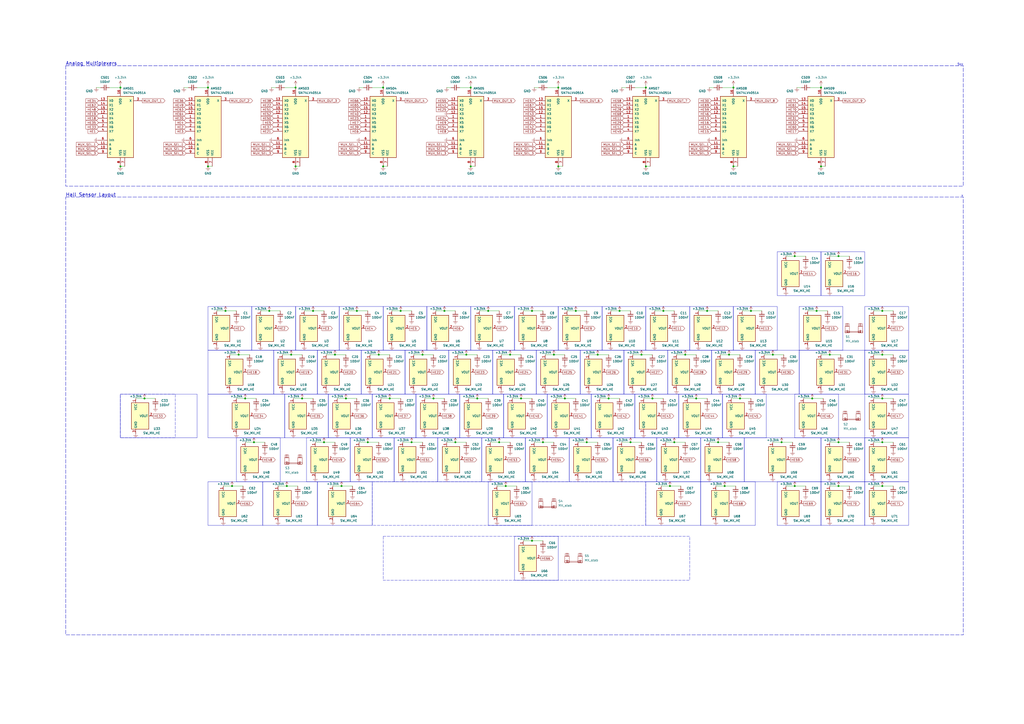
<source format=kicad_sch>
(kicad_sch (version 20250114) (generator "eeschema") (generator_version "9.0")
  (paper "A2")
  (rectangle (start 450.85 279.4) (end 476.25 304.8))
  (rectangle (start 336.55 203.2) (end 361.95 228.6))
  (rectangle (start 412.75 203.2) (end 438.15 228.6))
  (rectangle (start 323.85 177.8) (end 349.25 203.2))
  (rectangle (start 228.6 254) (end 254 279.4))
  (rectangle (start 476.25 279.4) (end 501.65 304.8))
  (rectangle (start 393.7 228.6) (end 419.1 254))
  (rectangle (start 463.55 177.8) (end 488.95 203.2))
  (rectangle (start 463.55 203.2) (end 501.65 228.6))
  (rectangle (start 419.1 228.6) (end 444.5 254))
  (rectangle (start 247.65 177.8) (end 273.05 203.2))
  (rectangle (start 146.05 177.8) (end 171.45 203.2))
  (rectangle (start 304.8 254) (end 330.2 279.4))
  (rectangle (start 438.15 203.2) (end 463.55 228.6))
  (rectangle (start 283.21 279.4) (end 308.61 304.8))
  (rectangle (start 431.8 254) (end 476.25 279.4))
  (rectangle (start 387.35 203.2) (end 412.75 228.6))
  (rectangle (start 171.45 177.8) (end 196.85 203.2))
  (rectangle (start 38.1 38.1) (end 558.8 107.95) (stroke (width 0.2) (type dash)))
  (rectangle (start 184.15 279.4) (end 215.9 304.8))
  (rectangle (start 184.15 203.2) (end 209.55 228.6))
  (rectangle (start 501.65 203.2) (end 527.05 228.6))
  (rectangle (start 234.95 203.2) (end 260.35 228.6))
  (rectangle (start 177.8 254) (end 203.2 279.4))
  (rectangle (start 209.55 203.2) (end 234.95 228.6))
  (rectangle (start 361.95 203.2) (end 387.35 228.6))
  (rectangle (start 349.25 177.8) (end 374.65 203.2))
  (rectangle (start 120.65 279.4) (end 152.4 304.8))
  (rectangle (start 152.4 279.4) (end 184.15 304.8))
  (rectangle (start 501.65 228.6) (end 527.05 254))
  (rectangle (start 279.4 254) (end 304.8 279.4))
  (rectangle (start 222.25 311.15) (end 400.05 336.55) (stroke (width 0) (type dash)))
  (rectangle (start 120.65 177.8) (end 146.05 203.2))
  (rectangle (start 203.2 254) (end 228.6 279.4))
  (rectangle (start 368.3 228.6) (end 393.7 254))
  (rectangle (start 406.4 254) (end 431.8 279.4))
  (rectangle (start 374.65 177.8) (end 400.05 203.2))
  (rectangle (start 120.65 203.2) (end 158.75 228.6))
  (rectangle (start 69.85 228.6) (end 101.6 254) (stroke (width 0) (type dash)))
  (rectangle (start 317.5 228.6) (end 342.9 254))
  (rectangle (start 196.85 177.8) (end 222.25 203.2))
  (rectangle (start 381 254) (end 406.4 279.4))
  (rectangle (start 298.45 311.15) (end 323.85 336.55))
  (rectangle (start 406.4 279.4) (end 438.15 304.8))
  (rectangle (start 330.2 254) (end 355.6 279.4))
  (rectangle (start 292.1 228.6) (end 317.5 254))
  (rectangle (start 501.65 254) (end 527.05 279.4))
  (rectangle (start 461.01 228.6) (end 486.41 254))
  (rectangle (start 241.3 228.6) (end 266.7 254))
  (rectangle (start 400.05 177.8) (end 425.45 203.2))
  (rectangle (start 374.65 279.4) (end 406.4 304.8))
  (rectangle (start 298.45 177.8) (end 323.85 203.2))
  (rectangle (start 273.05 177.8) (end 298.45 203.2))
  (rectangle (start 120.65 228.6) (end 165.1 254))
  (rectangle (start 215.9 228.6) (end 241.3 254))
  (rectangle (start 425.45 177.8) (end 450.85 203.2))
  (rectangle (start 260.35 203.2) (end 285.75 228.6))
  (rectangle (start 38.1 114.3) (end 558.8 368.3) (stroke (width 0.2) (type dash)))
  (rectangle (start 476.25 146.05) (end 501.65 171.45))
  (rectangle (start 342.9 228.6) (end 368.3 254))
  (rectangle (start 222.25 177.8) (end 247.65 203.2))
  (rectangle (start 254 254) (end 279.4 279.4))
  (rectangle (start 137.16 254) (end 162.56 279.4))
  (rectangle (start 190.5 228.6) (end 215.9 254))
  (rectangle (start 476.25 254) (end 501.65 279.4))
  (rectangle (start 165.1 228.6) (end 190.5 254))
  (rectangle (start 450.85 146.05) (end 476.25 171.45))
  (rectangle (start 501.65 177.8) (end 527.05 203.2))
  (rectangle (start 69.85 228.6) (end 114.3 254))
  (rectangle (start 215.9 279.4) (end 374.65 304.8) (stroke (width 0) (type dash)))
  (rectangle (start 311.15 203.2) (end 336.55 228.6))
  (rectangle (start 501.65 279.4) (end 527.05 304.8))
  (rectangle (start 285.75 203.2) (end 311.15 228.6))
  (rectangle (start 355.6 254) (end 381 279.4))
  (rectangle (start 266.7 228.6) (end 292.1 254))
  (rectangle (start 158.75 203.2) (end 184.15 228.6))
  (text "5xx" (at 558.8 38.1 0) (effects (font (size 1.27 1.27)) (justify right bottom)))
  (text "Analog Multiplexers" (at 38.1 38.1 0) (effects (font (size 2 2) (thickness 0.25)) (justify left bottom)))
  (text "Hall Sensor Layout" (at 38.1 114.3 0) (effects (font (size 2 2) (thickness 0.25)) (justify left bottom)))
  (text "x" (at 558.8 114.3 0) (effects (font (size 1.27 1.27)) (justify right bottom)))
  (junction (at 219.71 205.74))
  (junction (at 429.26 231.14))
  (junction (at 511.81 256.54))
  (junction (at 461.01 148.59))
  (junction (at 138.43 205.74))
  (junction (at 471.17 231.14))
  (junction (at 308.61 313.69))
  (junction (at 166.37 281.94))
  (junction (at 422.91 205.74))
  (junction (at 425.45 50.8))
  (junction (at 353.06 231.14))
  (junction (at 308.61 180.34))
  (junction (at 181.61 180.34))
  (junction (at 134.62 281.94))
  (junction (at 420.37 281.94))
  (junction (at 175.26 231.14))
  (junction (at 314.96 256.54))
  (junction (at 187.96 256.54))
  (junction (at 213.36 256.54))
  (junction (at 207.01 180.34))
  (junction (at 323.85 96.52))
  (junction (at 327.66 231.14))
  (junction (at 453.39 256.54))
  (junction (at 388.62 281.94))
  (junction (at 410.21 180.34))
  (junction (at 232.41 180.34))
  (junction (at 435.61 180.34))
  (junction (at 69.85 50.8))
  (junction (at 222.25 50.8))
  (junction (at 416.56 256.54))
  (junction (at 374.65 96.52))
  (junction (at 340.36 256.54))
  (junction (at 346.71 205.74))
  (junction (at 194.31 205.74))
  (junction (at 171.45 96.52))
  (junction (at 120.65 50.8))
  (junction (at 359.41 180.34))
  (junction (at 130.81 180.34))
  (junction (at 476.25 50.8))
  (junction (at 486.41 281.94))
  (junction (at 200.66 231.14))
  (junction (at 264.16 256.54))
  (junction (at 283.21 180.34))
  (junction (at 238.76 256.54))
  (junction (at 142.24 231.14))
  (junction (at 511.81 180.34))
  (junction (at 476.25 96.52))
  (junction (at 372.11 205.74))
  (junction (at 473.71 180.34))
  (junction (at 289.56 256.54))
  (junction (at 481.33 205.74))
  (junction (at 156.21 180.34))
  (junction (at 198.12 281.94))
  (junction (at 403.86 231.14))
  (junction (at 276.86 231.14))
  (junction (at 168.91 205.74))
  (junction (at 302.26 231.14))
  (junction (at 448.31 205.74))
  (junction (at 273.05 50.8))
  (junction (at 323.85 50.8))
  (junction (at 251.46 231.14))
  (junction (at 293.37 281.94))
  (junction (at 321.31 205.74))
  (junction (at 83.82 231.14))
  (junction (at 171.45 50.8))
  (junction (at 245.11 205.74))
  (junction (at 486.41 148.59))
  (junction (at 334.01 180.34))
  (junction (at 511.81 205.74))
  (junction (at 384.81 180.34))
  (junction (at 69.85 96.52))
  (junction (at 270.51 205.74))
  (junction (at 425.45 96.52))
  (junction (at 365.76 256.54))
  (junction (at 147.32 256.54))
  (junction (at 226.06 231.14))
  (junction (at 378.46 231.14))
  (junction (at 374.65 50.8))
  (junction (at 511.81 231.14))
  (junction (at 486.41 256.54))
  (junction (at 391.16 256.54))
  (junction (at 397.51 205.74))
  (junction (at 511.81 281.94))
  (junction (at 257.81 180.34))
  (junction (at 273.05 96.52))
  (junction (at 222.25 96.52))
  (junction (at 295.91 205.74))
  (junction (at 120.65 96.52))
  (junction (at 461.01 281.94))
  (wire (pts (xy 151.13 180.34) (xy 156.21 180.34)))
  (wire (pts (xy 264.16 256.54) (xy 270.51 256.54)))
  (wire (pts (xy 391.16 256.54) (xy 397.51 256.54)))
  (wire (pts (xy 283.21 180.34) (xy 289.56 180.34)))
  (wire (pts (xy 276.86 231.14) (xy 283.21 231.14)))
  (wire (pts (xy 435.61 180.34) (xy 441.96 180.34)))
  (wire (pts (xy 429.26 231.14) (xy 435.61 231.14)))
  (wire (pts (xy 410.21 180.34) (xy 416.56 180.34)))
  (wire (pts (xy 354.33 180.34) (xy 359.41 180.34)))
  (wire (pts (xy 372.11 205.74) (xy 378.46 205.74)))
  (wire (pts (xy 398.78 231.14) (xy 403.86 231.14)))
  (wire (pts (xy 486.41 256.54) (xy 492.76 256.54)))
  (wire (pts (xy 506.73 281.94) (xy 511.81 281.94)))
  (wire (pts (xy 129.54 281.94) (xy 134.62 281.94)))
  (wire (pts (xy 193.04 281.94) (xy 198.12 281.94)))
  (wire (pts (xy 323.85 96.52) (xy 326.39 96.52)))
  (wire (pts (xy 365.76 256.54) (xy 372.11 256.54)))
  (wire (pts (xy 476.25 49.53) (xy 476.25 50.8)))
  (wire (pts (xy 443.23 205.74) (xy 448.31 205.74)))
  (wire (pts (xy 125.73 180.34) (xy 130.81 180.34)))
  (wire (pts (xy 384.81 180.34) (xy 391.16 180.34)))
  (wire (pts (xy 273.05 96.52) (xy 275.59 96.52)))
  (wire (pts (xy 374.65 49.53) (xy 374.65 50.8)))
  (wire (pts (xy 430.53 180.34) (xy 435.61 180.34)))
  (wire (pts (xy 506.73 205.74) (xy 511.81 205.74)))
  (wire (pts (xy 308.61 180.34) (xy 314.96 180.34)))
  (wire (pts (xy 511.81 205.74) (xy 518.16 205.74)))
  (wire (pts (xy 55.88 50.8) (xy 58.42 50.8)))
  (wire (pts (xy 417.83 205.74) (xy 422.91 205.74)))
  (wire (pts (xy 411.48 256.54) (xy 416.56 256.54)))
  (wire (pts (xy 219.71 205.74) (xy 226.06 205.74)))
  (wire (pts (xy 233.68 256.54) (xy 238.76 256.54)))
  (wire (pts (xy 170.18 231.14) (xy 175.26 231.14)))
  (wire (pts (xy 374.65 96.52) (xy 377.19 96.52)))
  (wire (pts (xy 511.81 256.54) (xy 518.16 256.54)))
  (wire (pts (xy 251.46 231.14) (xy 257.81 231.14)))
  (wire (pts (xy 290.83 205.74) (xy 295.91 205.74)))
  (wire (pts (xy 114.3 50.8) (xy 120.65 50.8)))
  (wire (pts (xy 314.96 256.54) (xy 321.31 256.54)))
  (wire (pts (xy 334.01 180.34) (xy 340.36 180.34)))
  (wire (pts (xy 346.71 205.74) (xy 353.06 205.74)))
  (wire (pts (xy 481.33 148.59) (xy 486.41 148.59)))
  (wire (pts (xy 328.93 180.34) (xy 334.01 180.34)))
  (wire (pts (xy 405.13 180.34) (xy 410.21 180.34)))
  (wire (pts (xy 511.81 281.94) (xy 518.16 281.94)))
  (wire (pts (xy 181.61 180.34) (xy 187.96 180.34)))
  (wire (pts (xy 157.48 50.8) (xy 160.02 50.8)))
  (wire (pts (xy 424.18 231.14) (xy 429.26 231.14)))
  (wire (pts (xy 226.06 231.14) (xy 232.41 231.14)))
  (wire (pts (xy 415.29 281.94) (xy 420.37 281.94)))
  (wire (pts (xy 455.93 148.59) (xy 461.01 148.59)))
  (wire (pts (xy 137.16 231.14) (xy 142.24 231.14)))
  (wire (pts (xy 388.62 281.94) (xy 394.97 281.94)))
  (wire (pts (xy 284.48 256.54) (xy 289.56 256.54)))
  (wire (pts (xy 297.18 231.14) (xy 302.26 231.14)))
  (wire (pts (xy 347.98 231.14) (xy 353.06 231.14)))
  (wire (pts (xy 120.65 49.53) (xy 120.65 50.8)))
  (wire (pts (xy 63.5 50.8) (xy 69.85 50.8)))
  (wire (pts (xy 69.85 49.53) (xy 69.85 50.8)))
  (wire (pts (xy 166.37 281.94) (xy 172.72 281.94)))
  (wire (pts (xy 214.63 205.74) (xy 219.71 205.74)))
  (wire (pts (xy 397.51 205.74) (xy 403.86 205.74)))
  (wire (pts (xy 171.45 96.52) (xy 173.99 96.52)))
  (wire (pts (xy 176.53 180.34) (xy 181.61 180.34)))
  (wire (pts (xy 461.01 281.94) (xy 467.36 281.94)))
  (wire (pts (xy 133.35 205.74) (xy 138.43 205.74)))
  (wire (pts (xy 379.73 180.34) (xy 384.81 180.34)))
  (wire (pts (xy 317.5 50.8) (xy 323.85 50.8)))
  (wire (pts (xy 271.78 231.14) (xy 276.86 231.14)))
  (wire (pts (xy 147.32 256.54) (xy 153.67 256.54)))
  (wire (pts (xy 309.88 256.54) (xy 314.96 256.54)))
  (wire (pts (xy 83.82 231.14) (xy 90.17 231.14)))
  (wire (pts (xy 303.53 180.34) (xy 308.61 180.34)))
  (wire (pts (xy 481.33 256.54) (xy 486.41 256.54)))
  (wire (pts (xy 368.3 50.8) (xy 374.65 50.8)))
  (wire (pts (xy 341.63 205.74) (xy 346.71 205.74)))
  (wire (pts (xy 316.23 205.74) (xy 321.31 205.74)))
  (wire (pts (xy 142.24 256.54) (xy 147.32 256.54)))
  (wire (pts (xy 246.38 231.14) (xy 251.46 231.14)))
  (wire (pts (xy 506.73 231.14) (xy 511.81 231.14)))
  (wire (pts (xy 403.86 231.14) (xy 410.21 231.14)))
  (wire (pts (xy 273.05 49.53) (xy 273.05 50.8)))
  (wire (pts (xy 288.29 281.94) (xy 293.37 281.94)))
  (wire (pts (xy 420.37 281.94) (xy 426.72 281.94)))
  (wire (pts (xy 411.48 50.8) (xy 414.02 50.8)))
  (wire (pts (xy 78.74 231.14) (xy 83.82 231.14)))
  (wire (pts (xy 245.11 205.74) (xy 251.46 205.74)))
  (wire (pts (xy 469.9 50.8) (xy 476.25 50.8)))
  (wire (pts (xy 453.39 256.54) (xy 459.74 256.54)))
  (wire (pts (xy 511.81 180.34) (xy 518.16 180.34)))
  (wire (pts (xy 303.53 313.69) (xy 308.61 313.69)))
  (wire (pts (xy 383.54 281.94) (xy 388.62 281.94)))
  (wire (pts (xy 265.43 205.74) (xy 270.51 205.74)))
  (wire (pts (xy 200.66 231.14) (xy 207.01 231.14)))
  (wire (pts (xy 266.7 50.8) (xy 273.05 50.8)))
  (wire (pts (xy 201.93 180.34) (xy 207.01 180.34)))
  (wire (pts (xy 466.09 231.14) (xy 471.17 231.14)))
  (wire (pts (xy 257.81 180.34) (xy 264.16 180.34)))
  (wire (pts (xy 168.91 205.74) (xy 175.26 205.74)))
  (wire (pts (xy 106.68 50.8) (xy 109.22 50.8)))
  (wire (pts (xy 359.41 180.34) (xy 365.76 180.34)))
  (wire (pts (xy 323.85 49.53) (xy 323.85 50.8)))
  (wire (pts (xy 163.83 205.74) (xy 168.91 205.74)))
  (wire (pts (xy 69.85 96.52) (xy 72.39 96.52)))
  (wire (pts (xy 476.25 96.52) (xy 478.79 96.52)))
  (wire (pts (xy 471.17 231.14) (xy 477.52 231.14)))
  (wire (pts (xy 422.91 205.74) (xy 429.26 205.74)))
  (wire (pts (xy 340.36 256.54) (xy 346.71 256.54)))
  (wire (pts (xy 302.26 231.14) (xy 308.61 231.14)))
  (wire (pts (xy 207.01 180.34) (xy 213.36 180.34)))
  (wire (pts (xy 506.73 256.54) (xy 511.81 256.54)))
  (wire (pts (xy 222.25 96.52) (xy 224.79 96.52)))
  (wire (pts (xy 187.96 256.54) (xy 194.31 256.54)))
  (wire (pts (xy 448.31 256.54) (xy 453.39 256.54)))
  (wire (pts (xy 462.28 50.8) (xy 464.82 50.8)))
  (wire (pts (xy 120.65 96.52) (xy 123.19 96.52)))
  (wire (pts (xy 378.46 231.14) (xy 384.81 231.14)))
  (wire (pts (xy 468.63 180.34) (xy 473.71 180.34)))
  (wire (pts (xy 511.81 231.14) (xy 518.16 231.14)))
  (wire (pts (xy 240.03 205.74) (xy 245.11 205.74)))
  (wire (pts (xy 259.08 50.8) (xy 261.62 50.8)))
  (wire (pts (xy 455.93 281.94) (xy 461.01 281.94)))
  (wire (pts (xy 134.62 281.94) (xy 140.97 281.94)))
  (wire (pts (xy 295.91 205.74) (xy 302.26 205.74)))
  (wire (pts (xy 198.12 281.94) (xy 204.47 281.94)))
  (wire (pts (xy 360.68 50.8) (xy 363.22 50.8)))
  (wire (pts (xy 156.21 180.34) (xy 162.56 180.34)))
  (wire (pts (xy 367.03 205.74) (xy 372.11 205.74)))
  (wire (pts (xy 321.31 205.74) (xy 327.66 205.74)))
  (wire (pts (xy 130.81 180.34) (xy 137.16 180.34)))
  (wire (pts (xy 481.33 281.94) (xy 486.41 281.94)))
  (wire (pts (xy 289.56 256.54) (xy 295.91 256.54)))
  (wire (pts (xy 232.41 180.34) (xy 238.76 180.34)))
  (wire (pts (xy 195.58 231.14) (xy 200.66 231.14)))
  (wire (pts (xy 448.31 205.74) (xy 454.66 205.74)))
  (wire (pts (xy 293.37 281.94) (xy 299.72 281.94)))
  (wire (pts (xy 220.98 231.14) (xy 226.06 231.14)))
  (wire (pts (xy 142.24 231.14) (xy 148.59 231.14)))
  (wire (pts (xy 486.41 281.94) (xy 492.76 281.94)))
  (wire (pts (xy 252.73 180.34) (xy 257.81 180.34)))
  (wire (pts (xy 165.1 50.8) (xy 171.45 50.8)))
  (wire (pts (xy 506.73 180.34) (xy 511.81 180.34)))
  (wire (pts (xy 175.26 231.14) (xy 181.61 231.14)))
  (wire (pts (xy 476.25 205.74) (xy 481.33 205.74)))
  (wire (pts (xy 461.01 148.59) (xy 467.36 148.59)))
  (wire (pts (xy 386.08 256.54) (xy 391.16 256.54)))
  (wire (pts (xy 322.58 231.14) (xy 327.66 231.14)))
  (wire (pts (xy 208.28 256.54) (xy 213.36 256.54)))
  (wire (pts (xy 194.31 205.74) (xy 200.66 205.74)))
  (wire (pts (xy 486.41 148.59) (xy 492.76 148.59)))
  (wire (pts (xy 373.38 231.14) (xy 378.46 231.14)))
  (wire (pts (xy 161.29 281.94) (xy 166.37 281.94)))
  (wire (pts (xy 425.45 49.53) (xy 425.45 50.8)))
  (wire (pts (xy 227.33 180.34) (xy 232.41 180.34)))
  (wire (pts (xy 416.56 256.54) (xy 422.91 256.54)))
  (wire (pts (xy 425.45 96.52) (xy 427.99 96.52)))
  (wire (pts (xy 335.28 256.54) (xy 340.36 256.54)))
  (wire (pts (xy 182.88 256.54) (xy 187.96 256.54)))
  (wire (pts (xy 208.28 50.8) (xy 210.82 50.8)))
  (wire (pts (xy 222.25 49.53) (xy 222.25 50.8)))
  (wire (pts (xy 481.33 205.74) (xy 487.68 205.74)))
  (wire (pts (xy 278.13 180.34) (xy 283.21 180.34)))
  (wire (pts (xy 259.08 256.54) (xy 264.16 256.54)))
  (wire (pts (xy 270.51 205.74) (xy 276.86 205.74)))
  (wire (pts (xy 215.9 50.8) (xy 222.25 50.8)))
  (wire (pts (xy 171.45 49.53) (xy 171.45 50.8)))
  (wire (pts (xy 353.06 231.14) (xy 359.41 231.14)))
  (wire (pts (xy 213.36 256.54) (xy 219.71 256.54)))
  (wire (pts (xy 419.1 50.8) (xy 425.45 50.8)))
  (wire (pts (xy 309.88 50.8) (xy 312.42 50.8)))
  (wire (pts (xy 238.76 256.54) (xy 245.11 256.54)))
  (wire (pts (xy 392.43 205.74) (xy 397.51 205.74)))
  (wire (pts (xy 308.61 313.69) (xy 314.96 313.69)))
  (wire (pts (xy 327.66 231.14) (xy 334.01 231.14)))
  (wire (pts (xy 189.23 205.74) (xy 194.31 205.74)))
  (wire (pts (xy 138.43 205.74) (xy 144.78 205.74)))
  (wire (pts (xy 360.68 256.54) (xy 365.76 256.54)))
  (wire (pts (xy 473.71 180.34) (xy 480.06 180.34)))
  (global_label "HE35" (shape input) (at 57.15 71.12 180) (property "Intersheetrefs" "${INTERSHEET_REFS}" (effects (hide yes))))
  (global_label "HE60" (shape input) (at 463.55 73.66 180) (property "Intersheetrefs" "${INTERSHEET_REFS}" (effects (hide yes))))
  (global_label "HE69" (shape input) (at 412.75 60.96 180) (property "Intersheetrefs" "${INTERSHEET_REFS}" (effects (hide yes))))
  (global_label "HE3" (shape output) (at 186.69 190.5 0) (property "Intersheetrefs" "${INTERSHEET_REFS}" (effects (hide yes))))
  (global_label "HE28" (shape output) (at 402.59 215.9 0) (property "Intersheetrefs" "${INTERSHEET_REFS}" (effects (hide yes))))
  (global_label "HE13" (shape input) (at 412.75 68.58 180) (property "Intersheetrefs" "${INTERSHEET_REFS}" (effects (hide yes))))
  (global_label "HE66" (shape input) (at 209.55 58.42 180) (property "Intersheetrefs" "${INTERSHEET_REFS}" (effects (hide yes))))
  (global_label "HE42" (shape input) (at 311.15 73.66 180) (property "Intersheetrefs" "${INTERSHEET_REFS}" (effects (hide yes))))
  (global_label "HE14" (shape output) (at 466.09 158.75 0) (property "Intersheetrefs" "${INTERSHEET_REFS}" (effects (hide yes))))
  (global_label "HE27" (shape input) (at 311.15 71.12 180) (property "Intersheetrefs" "${INTERSHEET_REFS}" (effects (hide yes))))
  (global_label "MUX_SEL_1" (shape input) (at 57.15 83.82 180) (property "Intersheetrefs" "${INTERSHEET_REFS}" (effects (hide yes))))
  (global_label "HE17" (shape input) (at 463.55 76.2 180) (property "Intersheetrefs" "${INTERSHEET_REFS}" (effects (hide yes))))
  (global_label "HE21" (shape output) (at 224.79 215.9 0) (property "Intersheetrefs" "${INTERSHEET_REFS}" (effects (hide yes))))
  (global_label "HE29" (shape output) (at 427.99 215.9 0) (property "Intersheetrefs" "${INTERSHEET_REFS}" (effects (hide yes))))
  (global_label "HE31" (shape output) (at 486.41 215.9 0) (property "Intersheetrefs" "${INTERSHEET_REFS}" (effects (hide yes))))
  (global_label "HE65" (shape output) (at 298.45 292.1 0) (property "Intersheetrefs" "${INTERSHEET_REFS}" (effects (hide yes))))
  (global_label "HE43" (shape input) (at 311.15 66.04 180) (property "Intersheetrefs" "${INTERSHEET_REFS}" (effects (hide yes))))
  (global_label "HE53" (shape output) (at 294.64 266.7 0) (property "Intersheetrefs" "${INTERSHEET_REFS}" (effects (hide yes))))
  (global_label "HE27" (shape output) (at 377.19 215.9 0) (property "Intersheetrefs" "${INTERSHEET_REFS}" (effects (hide yes))))
  (global_label "MUX_OUT_4" (shape output) (at 234.95 58.42 0) (property "Intersheetrefs" "${INTERSHEET_REFS}" (effects (hide yes))))
  (global_label "HE42" (shape output) (at 358.14 241.3 0) (property "Intersheetrefs" "${INTERSHEET_REFS}" (effects (hide yes))))
  (global_label "HE25" (shape input) (at 260.35 63.5 180) (property "Intersheetrefs" "${INTERSHEET_REFS}" (effects (hide yes))))
  (global_label "HE20" (shape output) (at 199.39 215.9 0) (property "Intersheetrefs" "${INTERSHEET_REFS}" (effects (hide yes))))
  (global_label "HE9" (shape input) (at 260.35 71.12 180) (property "Intersheetrefs" "${INTERSHEET_REFS}" (effects (hide yes))))
  (global_label "HE1" (shape output) (at 135.89 190.5 0) (property "Intersheetrefs" "${INTERSHEET_REFS}" (effects (hide yes))))
  (global_label "HE71" (shape output) (at 516.89 292.1 0) (property "Intersheetrefs" "${INTERSHEET_REFS}" (effects (hide yes))))
  (global_label "HE15" (shape output) (at 478.79 190.5 0) (property "Intersheetrefs" "${INTERSHEET_REFS}" (effects (hide yes))))
  (global_label "HE52" (shape output) (at 269.24 266.7 0) (property "Intersheetrefs" "${INTERSHEET_REFS}" (effects (hide yes))))
  (global_label "HE70" (shape output) (at 491.49 292.1 0) (property "Intersheetrefs" "${INTERSHEET_REFS}" (effects (hide yes))))
  (global_label "MUX_SEL_2" (shape input) (at 57.15 86.36 180) (property "Intersheetrefs" "${INTERSHEET_REFS}" (effects (hide yes))))
  (global_label "HE52" (shape input) (at 158.75 66.04 180) (property "Intersheetrefs" "${INTERSHEET_REFS}" (effects (hide yes))))
  (global_label "HE44" (shape input) (at 361.95 60.96 180) (property "Intersheetrefs" "${INTERSHEET_REFS}" (effects (hide yes))))
  (global_label "HE38" (shape input) (at 158.75 58.42 180) (property "Intersheetrefs" "${INTERSHEET_REFS}" (effects (hide yes))))
  (global_label "HE25" (shape output) (at 326.39 215.9 0) (property "Intersheetrefs" "${INTERSHEET_REFS}" (effects (hide yes))))
  (global_label "HE66" (shape output) (at 313.69 323.85 0) (property "Intersheetrefs" "${INTERSHEET_REFS}" (effects (hide yes))))
  (global_label "HE24" (shape output) (at 300.99 215.9 0) (property "Intersheetrefs" "${INTERSHEET_REFS}" (effects (hide yes))))
  (global_label "HE49" (shape output) (at 193.04 266.7 0) (property "Intersheetrefs" "${INTERSHEET_REFS}" (effects (hide yes))))
  (global_label "HE71" (shape input) (at 463.55 58.42 180) (property "Intersheetrefs" "${INTERSHEET_REFS}" (effects (hide yes))))
  (global_label "HE46" (shape output) (at 476.25 241.3 0) (property "Intersheetrefs" "${INTERSHEET_REFS}" (effects (hide yes))))
  (global_label "HE51" (shape output) (at 243.84 266.7 0) (property "Intersheetrefs" "${INTERSHEET_REFS}" (effects (hide yes))))
  (global_label "HE48" (shape output) (at 152.4 266.7 0) (property "Intersheetrefs" "${INTERSHEET_REFS}" (effects (hide yes))))
  (global_label "HE32" (shape output) (at 516.89 215.9 0) (property "Intersheetrefs" "${INTERSHEET_REFS}" (effects (hide yes))))
  (global_label "HE57" (shape output) (at 396.24 266.7 0) (property "Intersheetrefs" "${INTERSHEET_REFS}" (effects (hide yes))))
  (global_label "MUX_SEL_3" (shape input) (at 209.55 88.9 180) (property "Intersheetrefs" "${INTERSHEET_REFS}" (effects (hide yes))))
  (global_label "HE31" (shape input) (at 463.55 68.58 180) (property "Intersheetrefs" "${INTERSHEET_REFS}" (effects (hide yes))))
  (global_label "HE7" (shape output) (at 288.29 190.5 0) (property "Intersheetrefs" "${INTERSHEET_REFS}" (effects (hide yes))))
  (global_label "MUX_SEL_2" (shape input) (at 463.55 86.36 180) (property "Intersheetrefs" "${INTERSHEET_REFS}" (effects (hide yes))))
  (global_label "MUX_SEL_1" (shape input) (at 260.35 83.82 180) (property "Intersheetrefs" "${INTERSHEET_REFS}" (effects (hide yes))))
  (global_label "MUX_SEL_2" (shape input) (at 260.35 86.36 180) (property "Intersheetrefs" "${INTERSHEET_REFS}" (effects (hide yes))))
  (global_label "MUX_SEL_3" (shape input) (at 412.75 88.9 180) (property "Intersheetrefs" "${INTERSHEET_REFS}" (effects (hide yes))))
  (global_label "HE58" (shape output) (at 421.64 266.7 0) (property "Intersheetrefs" "${INTERSHEET_REFS}" (effects (hide yes))))
  (global_label "MUX_SEL_3" (shape input) (at 311.15 88.9 180) (property "Intersheetrefs" "${INTERSHEET_REFS}" (effects (hide yes))))
  (global_label "HE33" (shape input) (at 57.15 73.66 180) (property "Intersheetrefs" "${INTERSHEET_REFS}" (effects (hide yes))))
  (global_label "HE39" (shape output) (at 281.94 241.3 0) (property "Intersheetrefs" "${INTERSHEET_REFS}" (effects (hide yes))))
  (global_label "HE33" (shape output) (at 88.9 241.3 0) (property "Intersheetrefs" "${INTERSHEET_REFS}" (effects (hide yes))))
  (global_label "HE11" (shape output) (at 389.89 190.5 0) (property "Intersheetrefs" "${INTERSHEET_REFS}" (effects (hide yes))))
  (global_label "MUX_SEL_3" (shape input) (at 260.35 88.9 180) (property "Intersheetrefs" "${INTERSHEET_REFS}" (effects (hide yes))))
  (global_label "HE26" (shape output) (at 351.79 215.9 0) (property "Intersheetrefs" "${INTERSHEET_REFS}" (effects (hide yes))))
  (global_label "HE20" (shape input) (at 107.95 68.58 180) (property "Intersheetrefs" "${INTERSHEET_REFS}" (effects (hide yes))))
  (global_label "HE43" (shape output) (at 383.54 241.3 0) (property "Intersheetrefs" "${INTERSHEET_REFS}" (effects (hide yes))))
  (global_label "HE58" (shape input) (at 361.95 58.42 180) (property "Intersheetrefs" "${INTERSHEET_REFS}" (effects (hide yes))))
  (global_label "MUX_OUT_3" (shape output) (at 184.15 58.42 0) (property "Intersheetrefs" "${INTERSHEET_REFS}" (effects (hide yes))))
  (global_label "HE22" (shape output) (at 250.19 215.9 0) (property "Intersheetrefs" "${INTERSHEET_REFS}" (effects (hide yes))))
  (global_label "HE41" (shape input) (at 260.35 60.96 180) (property "Intersheetrefs" "${INTERSHEET_REFS}" (effects (hide yes))))
  (global_label "HE15" (shape input) (at 412.75 76.2 180) (property "Intersheetrefs" "${INTERSHEET_REFS}" (effects (hide yes))))
  (global_label "MUX_SEL_2" (shape input) (at 209.55 86.36 180) (property "Intersheetrefs" "${INTERSHEET_REFS}" (effects (hide yes))))
  (global_label "HE26" (shape input) (at 311.15 68.58 180) (property "Intersheetrefs" "${INTERSHEET_REFS}" (effects (hide yes))))
  (global_label "MUX_OUT_9" (shape output) (at 488.95 58.42 0) (property "Intersheetrefs" "${INTERSHEET_REFS}" (effects (hide yes))))
  (global_label "HE2" (shape output) (at 161.29 190.5 0) (property "Intersheetrefs" "${INTERSHEET_REFS}" (effects (hide yes))))
  (global_label "HE56" (shape input) (at 311.15 63.5 180) (property "Intersheetrefs" "${INTERSHEET_REFS}" (effects (hide yes))))
  (global_label "HE54" (shape input) (at 260.35 73.66 180) (property "Intersheetrefs" "${INTERSHEET_REFS}" (effects (hide yes))))
  (global_label "HE45" (shape input) (at 361.95 76.2 180) (property "Intersheetrefs" "${INTERSHEET_REFS}" (effects (hide yes))))
  (global_label "HE10" (shape input) (at 311.15 76.2 180) (property "Intersheetrefs" "${INTERSHEET_REFS}" (effects (hide yes))))
  (global_label "HE3" (shape input) (at 107.95 76.2 180) (property "Intersheetrefs" "${INTERSHEET_REFS}" (effects (hide yes))))
  (global_label "HE62" (shape input) (at 57.15 60.96 180) (property "Intersheetrefs" "${INTERSHEET_REFS}" (effects (hide yes))))
  (global_label "HE51" (shape input) (at 158.75 63.5 180) (property "Intersheetrefs" "${INTERSHEET_REFS}" (effects (hide yes))))
  (global_label "MUX_SEL_1" (shape input) (at 209.55 83.82 180) (property "Intersheetrefs" "${INTERSHEET_REFS}" (effects (hide yes))))
  (global_label "HE41" (shape output) (at 332.74 241.3 0) (property "Intersheetrefs" "${INTERSHEET_REFS}" (effects (hide yes))))
  (global_label "HE32" (shape input) (at 463.55 71.12 180) (property "Intersheetrefs" "${INTERSHEET_REFS}" (effects (hide yes))))
  (global_label "HE70" (shape input) (at 463.55 63.5 180) (property "Intersheetrefs" "${INTERSHEET_REFS}" (effects (hide yes))))
  (global_label "MUX_OUT_6" (shape output) (at 336.55 58.42 0) (property "Intersheetrefs" "${INTERSHEET_REFS}" (effects (hide yes))))
  (global_label "HE48" (shape input) (at 57.15 63.5 180) (property "Intersheetrefs" "${INTERSHEET_REFS}" (effects (hide yes))))
  (global_label "HE61" (shape input) (at 463.55 60.96 180) (property "Intersheetrefs" "${INTERSHEET_REFS}" (effects (hide yes))))
  (global_label "HE5" (shape output) (at 237.49 190.5 0) (property "Intersheetrefs" "${INTERSHEET_REFS}" (effects (hide yes))))
  (global_label "HE30" (shape output) (at 453.39 215.9 0) (property "Intersheetrefs" "${INTERSHEET_REFS}" (effects (hide yes))))
  (global_label "MUX_SEL_2" (shape input) (at 107.95 86.36 180) (property "Intersheetrefs" "${INTERSHEET_REFS}" (effects (hide yes))))
  (global_label "HE67" (shape output) (at 393.7 292.1 0) (property "Intersheetrefs" "${INTERSHEET_REFS}" (effects (hide yes))))
  (global_label "MUX_SEL_3" (shape input) (at 361.95 88.9 180) (property "Intersheetrefs" "${INTERSHEET_REFS}" (effects (hide yes))))
  (global_label "HE50" (shape output) (at 218.44 266.7 0) (property "Intersheetrefs" "${INTERSHEET_REFS}" (effects (hide yes))))
  (global_label "MUX_SEL_3" (shape input) (at 158.75 88.9 180) (property "Intersheetrefs" "${INTERSHEET_REFS}" (effects (hide yes))))
  (global_label "HE24" (shape input) (at 260.35 68.58 180) (property "Intersheetrefs" "${INTERSHEET_REFS}" (effects (hide yes))))
  (global_label "MUX_OUT_2" (shape output) (at 133.35 58.42 0) (property "Intersheetrefs" "${INTERSHEET_REFS}" (effects (hide yes))))
  (global_label "HE47" (shape output) (at 516.89 241.3 0) (property "Intersheetrefs" "${INTERSHEET_REFS}" (effects (hide yes))))
  (global_label "HE49" (shape input) (at 107.95 60.96 180) (property "Intersheetrefs" "${INTERSHEET_REFS}" (effects (hide yes))))
  (global_label "HE59" (shape output) (at 458.47 266.7 0) (property "Intersheetrefs" "${INTERSHEET_REFS}" (effects (hide yes))))
  (global_label "HE39" (shape input) (at 209.55 73.66 180) (property "Intersheetrefs" "${INTERSHEET_REFS}" (effects (hide yes))))
  (global_label "HE34" (shape output) (at 147.32 241.3 0) (property "Intersheetrefs" "${INTERSHEET_REFS}" (effects (hide yes))))
  (global_label "HE55" (shape input) (at 260.35 58.42 180) (property "Intersheetrefs" "${INTERSHEET_REFS}" (effects (hide yes))))
  (global_label "HE64" (shape output) (at 203.2 292.1 0) (property "Intersheetrefs" "${INTERSHEET_REFS}" (effects (hide yes))))
  (global_label "HE9" (shape output) (at 339.09 190.5 0) (property "Intersheetrefs" "${INTERSHEET_REFS}" (effects (hide yes))))
  (global_label "HE28" (shape input) (at 361.95 63.5 180) (property "Intersheetrefs" "${INTERSHEET_REFS}" (effects (hide yes))))
  (global_label "MUX_SEL_1" (shape input) (at 158.75 83.82 180) (property "Intersheetrefs" "${INTERSHEET_REFS}" (effects (hide yes))))
  (global_label "HE37" (shape input) (at 158.75 73.66 180) (property "Intersheetrefs" "${INTERSHEET_REFS}" (effects (hide yes))))
  (global_label "MUX_SEL_3" (shape input) (at 463.55 88.9 180) (property "Intersheetrefs" "${INTERSHEET_REFS}" (effects (hide yes))))
  (global_label "HE44" (shape output) (at 408.94 241.3 0) (property "Intersheetrefs" "${INTERSHEET_REFS}" (effects (hide yes))))
  (global_label "HE62" (shape output) (at 139.7 292.1 0) (property "Intersheetrefs" "${INTERSHEET_REFS}" (effects (hide yes))))
  (global_label "HE12" (shape input) (at 361.95 73.66 180) (property "Intersheetrefs" "${INTERSHEET_REFS}" (effects (hide yes))))
  (global_label "HE16" (shape input) (at 412.75 71.12 180) (property "Intersheetrefs" "${INTERSHEET_REFS}" (effects (hide yes))))
  (global_label "HE36" (shape input) (at 107.95 58.42 180) (property "Intersheetrefs" "${INTERSHEET_REFS}" (effects (hide yes))))
  (global_label "HE37" (shape output) (at 231.14 241.3 0) (property "Intersheetrefs" "${INTERSHEET_REFS}" (effects (hide yes))))
  (global_label "HE38" (shape output) (at 256.54 241.3 0) (property "Intersheetrefs" "${INTERSHEET_REFS}" (effects (hide yes))))
  (global_label "MUX_SEL_1" (shape input) (at 463.55 83.82 180) (property "Intersheetrefs" "${INTERSHEET_REFS}" (effects (hide yes))))
  (global_label "HE59" (shape input) (at 412.75 63.5 180) (property "Intersheetrefs" "${INTERSHEET_REFS}" (effects (hide yes))))
  (global_label "HE6" (shape input) (at 209.55 76.2 180) (property "Intersheetrefs" "${INTERSHEET_REFS}" (effects (hide yes))))
  (global_label "HE5" (shape input) (at 158.75 71.12 180) (property "Intersheetrefs" "${INTERSHEET_REFS}" (effects (hide yes))))
  (global_label "MUX_OUT_8" (shape output) (at 438.15 58.42 0) (property "Intersheetrefs" "${INTERSHEET_REFS}" (effects (hide yes))))
  (global_label "MUX_OUT_1" (shape output) (at 82.55 58.42 0) (property "Intersheetrefs" "${INTERSHEET_REFS}" (effects (hide yes))))
  (global_label "MUX_OUT_5" (shape output) (at 285.75 58.42 0) (property "Intersheetrefs" "${INTERSHEET_REFS}" (effects (hide yes))))
  (global_label "MUX_SEL_2" (shape input) (at 158.75 86.36 180) (property "Intersheetrefs" "${INTERSHEET_REFS}" (effects (hide yes))))
  (global_label "MUX_SEL_1" (shape input) (at 107.95 83.82 180) (property "Intersheetrefs" "${INTERSHEET_REFS}" (effects (hide yes))))
  (global_label "HE40" (shape input) (at 209.55 66.04 180) (property "Intersheetrefs" "${INTERSHEET_REFS}" (effects (hide yes))))
  (global_label "HE13" (shape output) (at 440.69 190.5 0) (property "Intersheetrefs" "${INTERSHEET_REFS}" (effects (hide yes))))
  (global_label "HE60" (shape output) (at 491.49 266.7 0) (property "Intersheetrefs" "${INTERSHEET_REFS}" (effects (hide yes))))
  (global_label "MUX_SEL_2" (shape input) (at 361.95 86.36 180) (property "Intersheetrefs" "${INTERSHEET_REFS}" (effects (hide yes))))
  (global_label "HE47" (shape input) (at 463.55 66.04 180) (property "Intersheetrefs" "${INTERSHEET_REFS}" (effects (hide yes))))
  (global_label "HE2" (shape input) (at 107.95 73.66 180) (property "Intersheetrefs" "${INTERSHEET_REFS}" (effects (hide yes))))
  (global_label "HE18" (shape input) (at 57.15 68.58 180) (property "Intersheetrefs" "${INTERSHEET_REFS}" (effects (hide yes))))
  (global_label "HE50" (shape input) (at 158.75 68.58 180) (property "Intersheetrefs" "${INTERSHEET_REFS}" (effects (hide yes))))
  (global_label "HE63" (shape output) (at 171.45 292.1 0) (property "Intersheetrefs" "${INTERSHEET_REFS}" (effects (hide yes))))
  (global_label "MUX_SEL_3" (shape input) (at 57.15 88.9 180) (property "Intersheetrefs" "${INTERSHEET_REFS}" (effects (hide yes))))
  (global_label "HE21" (shape input) (at 158.75 76.2 180) (property "Intersheetrefs" "${INTERSHEET_REFS}" (effects (hide yes))))
  (global_label "HE30" (shape input) (at 412.75 58.42 180) (property "Intersheetrefs" "${INTERSHEET_REFS}" (effects (hide yes))))
  (global_label "HE61" (shape output) (at 516.89 266.7 0) (property "Intersheetrefs" "${INTERSHEET_REFS}" (effects (hide yes))))
  (global_label "HE64" (shape input) (at 107.95 66.04 180) (property "Intersheetrefs" "${INTERSHEET_REFS}" (effects (hide yes))))
  (global_label "HE34" (shape input) (at 57.15 58.42 180) (property "Intersheetrefs" "${INTERSHEET_REFS}" (effects (hide yes))))
  (global_label "HE11" (shape input) (at 361.95 68.58 180) (property "Intersheetrefs" "${INTERSHEET_REFS}" (effects (hide yes))))
  (global_label "HE54" (shape output) (at 320.04 266.7 0) (property "Intersheetrefs" "${INTERSHEET_REFS}" (effects (hide yes))))
  (global_label "HE4" (shape input) (at 107.95 71.12 180) (property "Intersheetrefs" "${INTERSHEET_REFS}" (effects (hide yes))))
  (global_label "HE7" (shape input) (at 209.55 71.12 180) (property "Intersheetrefs" "${INTERSHEET_REFS}" (effects (hide yes))))
  (global_label "HE35" (shape output) (at 180.34 241.3 0) (property "Intersheetrefs" "${INTERSHEET_REFS}" (effects (hide yes))))
  (global_label "HE56" (shape output) (at 370.84 266.7 0) (property "Intersheetrefs" "${INTERSHEET_REFS}" (effects (hide yes))))
  (global_label "HE45" (shape output) (at 434.34 241.3 0) (property "Intersheetrefs" "${INTERSHEET_REFS}" (effects (hide yes))))
  (global_label "HE40" (shape output) (at 307.34 241.3 0) (property "Intersheetrefs" "${INTERSHEET_REFS}" (effects (hide yes))))
  (global_label "HE19" (shape output) (at 173.99 215.9 0) (property "Intersheetrefs" "${INTERSHEET_REFS}" (effects (hide yes))))
  (global_label "MUX_SEL_1" (shape input) (at 311.15 83.82 180) (property "Intersheetrefs" "${INTERSHEET_REFS}" (effects (hide yes))))
  (global_label "HE8" (shape input) (at 260.35 76.2 180) (property "Intersheetrefs" "${INTERSHEET_REFS}" (effects (hide yes))))
  (global_label "HE46" (shape input) (at 412.75 66.04 180) (property "Intersheetrefs" "${INTERSHEET_REFS}" (effects (hide yes))))
  (global_label "HE53" (shape input) (at 209.55 63.5 180) (property "Intersheetrefs" "${INTERSHEET_REFS}" (effects (hide yes))))
  (global_label "HE68" (shape input) (at 361.95 66.04 180) (property "Intersheetrefs" "${INTERSHEET_REFS}" (effects (hide yes))))
  (global_label "HE67" (shape input) (at 311.15 60.96 180) (property "Intersheetrefs" "${INTERSHEET_REFS}" (effects (hide yes))))
  (global_label "HE23" (shape output) (at 275.59 215.9 0) (property "Intersheetrefs" "${INTERSHEET_REFS}" (effects (hide yes))))
  (global_label "HE17" (shape output) (at 516.89 190.5 0) (property "Intersheetrefs" "${INTERSHEET_REFS}" (effects (hide yes))))
  (global_label "HE57" (shape input) (at 311.15 58.42 180) (property "Intersheetrefs" "${INTERSHEET_REFS}" (effects (hide yes))))
  (global_label "MUX_SEL_3" (shape input) (at 107.95 88.9 180) (property "Intersheetrefs" "${INTERSHEET_REFS}" (effects (hide yes))))
  (global_label "HE65" (shape input) (at 209.55 60.96 180) (property "Intersheetrefs" "${INTERSHEET_REFS}" (effects (hide yes))))
  (global_label "HE63" (shape input) (at 107.95 63.5 180) (property "Intersheetrefs" "${INTERSHEET_REFS}" (effects (hide yes))))
  (global_label "HE19" (shape input) (at 57.15 66.04 180) (property "Intersheetrefs" "${INTERSHEET_REFS}" (effects (hide yes))))
  (global_label "MUX_SEL_1" (shape input) (at 412.75 83.82 180) (property "Intersheetrefs" "${INTERSHEET_REFS}" (effects (hide yes))))
  (global_label "HE23" (shape input) (at 209.55 68.58 180) (property "Intersheetrefs" "${INTERSHEET_REFS}" (effects (hide yes))))
  (global_label "HE12" (shape output) (at 415.29 190.5 0) (property "Intersheetrefs" "${INTERSHEET_REFS}" (effects (hide yes))))
  (global_label "MUX_SEL_1" (shape input) (at 361.95 83.82 180) (property "Intersheetrefs" "${INTERSHEET_REFS}" (effects (hide yes))))
  (global_label "HE22" (shape input) (at 158.75 60.96 180) (property "Intersheetrefs" "${INTERSHEET_REFS}" (effects (hide yes))))
  (global_label "HE10" (shape output) (at 364.49 190.5 0) (property "Intersheetrefs" "${INTERSHEET_REFS}" (effects (hide yes))))
  (global_label "HE36" (shape output) (at 205.74 241.3 0) (property "Intersheetrefs" "${INTERSHEET_REFS}" (effects (hide yes))))
  (global_label "HE16" (shape output) (at 491.49 158.75 0) (property "Intersheetrefs" "${INTERSHEET_REFS}" (effects (hide yes))))
  (global_label "HE18" (shape output) (at 143.51 215.9 0) (property "Intersheetrefs" "${INTERSHEET_REFS}" (effects (hide yes))))
  (global_label "HE4" (shape output) (at 212.09 190.5 0) (property "Intersheetrefs" "${INTERSHEET_REFS}" (effects (hide yes))))
  (global_label "HE69" (shape output) (at 466.09 292.1 0) (property "Intersheetrefs" "${INTERSHEET_REFS}" (effects (hide yes))))
  (global_label "MUX_SEL_2" (shape input) (at 311.15 86.36 180) (property "Intersheetrefs" "${INTERSHEET_REFS}" (effects (hide yes))))
  (global_label "HE14" (shape input) (at 412.75 73.66 180) (property "Intersheetrefs" "${INTERSHEET_REFS}" (effects (hide yes))))
  (global_label "HE6" (shape output) (at 262.89 190.5 0) (property "Intersheetrefs" "${INTERSHEET_REFS}" (effects (hide yes))))
  (global_label "HE1" (shape input) (at 57.15 76.2 180) (property "Intersheetrefs" "${INTERSHEET_REFS}" (effects (hide yes))))
  (global_label "MUX_SEL_2" (shape input) (at 412.75 86.36 180) (property "Intersheetrefs" "${INTERSHEET_REFS}" (effects (hide yes))))
  (global_label "HE55" (shape output) (at 345.44 266.7 0) (property "Intersheetrefs" "${INTERSHEET_REFS}" (effects (hide yes))))
  (global_label "HE29" (shape input) (at 361.95 71.12 180) (property "Intersheetrefs" "${INTERSHEET_REFS}" (effects (hide yes))))
  (global_label "MUX_OUT_7" (shape output) (at 387.35 58.42 0) (property "Intersheetrefs" "${INTERSHEET_REFS}" (effects (hide yes))))
  (global_label "HE68" (shape output) (at 425.45 292.1 0) (property "Intersheetrefs" "${INTERSHEET_REFS}" (effects (hide yes))))
  (global_label "HE8" (shape output) (at 313.69 190.5 0) (property "Intersheetrefs" "${INTERSHEET_REFS}" (effects (hide yes))))
  (symbol (lib_id "power:+3.3VA") (at 130.81 180.34 0) (unit 1)
    (property "Reference" "#PWR0116" (effects (hide yes)))
    (property "Value" "+3.3VA" (at 125.73 179.07 0))
    (property "Description" "Power symbol creates a global label with name \"+3.3VA\"" (effects (hide yes)))
  )
  (symbol (lib_id "power:+3.3VA") (at 327.66 231.14 0) (unit 1)
    (property "Reference" "#PWR0543" (effects (hide yes)))
    (property "Value" "+3.3VA" (at 322.58 229.87 0))
    (property "Description" "Power symbol creates a global label with name \"+3.3VA\"" (effects (hide yes)))
  )
  (symbol (lib_id "power:Earth") (at 189.23 226.06 0) (mirror y) (unit 1)
    (property "Reference" "#PWR0514" (effects (hide yes)))
    (property "Value" "GND" (effects (hide yes)))
    (property "Description" "Power symbol creates a global label with name \"Earth\"" (effects (hide yes)))
  )
  (symbol (lib_id "Device:C_Small") (at 181.61 233.68 0) (mirror x) (unit 1)
    (property "Reference" "C35" (at 186.944 232.41 0))
    (property "Value" "100nF" (at 186.944 234.95 0))
    (property "Footprint" "Capacitor_SMD:C_0805_2012Metric" (effects (hide yes)))
    (property "Description" "Unpolarized capacitor, small symbol" (effects (hide yes)))
  )
  (symbol (lib_id "power:+3.3VA") (at 251.46 231.14 0) (unit 1)
    (property "Reference" "#PWR0540" (effects (hide yes)))
    (property "Value" "+3.3VA" (at 246.38 229.87 0))
    (property "Description" "Power symbol creates a global label with name \"+3.3VA\"" (effects (hide yes)))
  )
  (symbol (lib_id "Device:C_Small") (at 148.59 233.68 0) (mirror x) (unit 1)
    (property "Reference" "C34" (at 153.924 232.41 0))
    (property "Value" "100nF" (at 153.924 234.95 0))
    (property "Footprint" "Capacitor_SMD:C_0805_2012Metric" (effects (hide yes)))
    (property "Description" "Unpolarized capacitor, small symbol" (effects (hide yes)))
  )
  (symbol (lib_id "power:Earth") (at 284.48 276.86 0) (mirror y) (unit 1)
    (property "Reference" "#PWR0594" (effects (hide yes)))
    (property "Value" "GND" (effects (hide yes)))
    (property "Description" "Power symbol creates a global label with name \"Earth\"" (effects (hide yes)))
  )
  (symbol (lib_id "power:Earth") (at 378.46 210.82 0) (mirror y) (unit 1)
    (property "Reference" "#PWR0509" (effects (hide yes)))
    (property "Value" "GND" (effects (hide yes)))
    (property "Description" "Power symbol creates a global label with name \"Earth\"" (effects (hide yes)))
  )
  (symbol (lib_id "Device:C_Small") (at 492.76 151.13 0) (mirror x) (unit 1)
    (property "Reference" "C16" (at 498.094 149.86 0))
    (property "Value" "100nF" (at 498.094 152.4 0))
    (property "Footprint" "Capacitor_SMD:C_0805_2012Metric" (effects (hide yes)))
    (property "Description" "Unpolarized capacitor, small symbol" (effects (hide yes)))
  )
  (symbol (lib_id "power:+3.3VA") (at 511.81 205.74 0) (unit 1)
    (property "Reference" "#PWR0525" (effects (hide yes)))
    (property "Value" "+3.3VA" (at 506.73 204.47 0))
    (property "Description" "Power symbol creates a global label with name \"+3.3VA\"" (effects (hide yes)))
  )
  (symbol (lib_id "power:Earth") (at 328.93 200.66 0) (mirror y) (unit 1)
    (property "Reference" "#PWR0466" (effects (hide yes)))
    (property "Value" "GND" (effects (hide yes)))
    (property "Description" "Power symbol creates a global label with name \"Earth\"" (effects (hide yes)))
  )
  (symbol (lib_id "power:+3.3VA") (at 511.81 231.14 0) (unit 1)
    (property "Reference" "#PWR0528" (effects (hide yes)))
    (property "Value" "+3.3VA" (at 506.73 229.87 0))
    (property "Description" "Power symbol creates a global label with name \"+3.3VA\"" (effects (hide yes)))
  )
  (symbol (lib_id "Device:C_Small") (at 394.97 284.48 0) (mirror x) (unit 1)
    (property "Reference" "C67" (at 400.304 283.21 0))
    (property "Value" "100nF" (at 400.304 285.75 0))
    (property "Footprint" "Capacitor_SMD:C_0805_2012Metric" (effects (hide yes)))
    (property "Description" "Unpolarized capacitor, small symbol" (effects (hide yes)))
  )
  (symbol (lib_id "power:Earth") (at 359.41 236.22 0) (mirror y) (unit 1)
    (property "Reference" "#PWR0555" (effects (hide yes)))
    (property "Value" "GND" (effects (hide yes)))
    (property "Description" "Power symbol creates a global label with name \"Earth\"" (effects (hide yes)))
  )
  (symbol (lib_id "power:Earth") (at 455.93 302.26 0) (mirror y) (unit 1)
    (property "Reference" "#PWR0139" (effects (hide yes)))
    (property "Value" "GND" (effects (hide yes)))
    (property "Description" "Power symbol creates a global label with name \"Earth\"" (effects (hide yes)))
  )
  (symbol (lib_id "PCM_marbastlib-he:SW_MX_HE") (at 337.82 266.7 0) (unit 1)
    (property "Reference" "U55" (at 349.504 274.066 0) (effects (justify right)))
    (property "Value" "SW_MX_HE" (at 349.504 276.606 0) (effects (justify right)))
    (property "Footprint" "PCM_marbastlib-he:SW_MX_HE_90deg_1u" (effects (hide yes)))
    (property "Datasheet" "https://wmsc.lcsc.com/wmsc/upload/file/pdf/v2/lcsc/2310271810_Hallwee-HAL9303SO_C19089525.pdf" (effects (hide yes)))
    (property "Description" "Hall effect switch, bipolar, -+1000Gs, 4.7mV/Gs, -40C to +150C, SOT-23" (effects (hide yes)))
  )
  (symbol (lib_id "Device:C_Small") (at 403.86 208.28 0) (mirror x) (unit 1)
    (property "Reference" "C28" (at 409.194 207.01 0))
    (property "Value" "100nF" (at 409.194 209.55 0))
    (property "Footprint" "Capacitor_SMD:C_0805_2012Metric" (effects (hide yes)))
    (property "Description" "Unpolarized capacitor, small symbol" (effects (hide yes)))
  )
  (symbol (lib_id "PCM_marbastlib-he:SW_MX_HE") (at 483.87 266.7 0) (unit 1)
    (property "Reference" "U60" (at 495.554 274.066 0) (effects (justify right)))
    (property "Value" "SW_MX_HE" (at 495.554 276.606 0) (effects (justify right)))
    (property "Footprint" "PCM_marbastlib-he:SW_MX_HE_90deg_1u" (effects (hide yes)))
    (property "Datasheet" "https://wmsc.lcsc.com/wmsc/upload/file/pdf/v2/lcsc/2310271810_Hallwee-HAL9303SO_C19089525.pdf" (effects (hide yes)))
    (property "Description" "Hall effect switch, bipolar, -+1000Gs, 4.7mV/Gs, -40C to +150C, SOT-23" (effects (hide yes)))
  )
  (symbol (lib_id "power:Earth") (at 422.91 261.62 0) (mirror y) (unit 1)
    (property "Reference" "#PWR0589" (effects (hide yes)))
    (property "Value" "GND" (effects (hide yes)))
    (property "Description" "Power symbol creates a global label with name \"Earth\"" (effects (hide yes)))
  )
  (symbol (lib_id "power:Earth") (at 106.68 50.8 0) (unit 1)
    (property "Reference" "#PWR0403" (effects (hide yes)))
    (property "Value" "GND" (at 102.616 52.832 0))
    (property "Description" "Power symbol creates a global label with name \"Earth\"" (effects (hide yes)))
  )
  (symbol (lib_id "power:Earth") (at 125.73 200.66 0) (mirror y) (unit 1)
    (property "Reference" "#PWR0440" (effects (hide yes)))
    (property "Value" "GND" (effects (hide yes)))
    (property "Description" "Power symbol creates a global label with name \"Earth\"" (effects (hide yes)))
  )
  (symbol (lib_id "Device:C_Small") (at 518.16 259.08 0) (mirror x) (unit 1)
    (property "Reference" "C61" (at 523.494 257.81 0))
    (property "Value" "100nF" (at 523.494 260.35 0))
    (property "Footprint" "Capacitor_SMD:C_0805_2012Metric" (effects (hide yes)))
    (property "Description" "Unpolarized capacitor, small symbol" (effects (hide yes)))
  )
  (symbol (lib_id "power:Earth") (at 200.66 210.82 0) (mirror y) (unit 1)
    (property "Reference" "#PWR0502" (effects (hide yes)))
    (property "Value" "GND" (effects (hide yes)))
    (property "Description" "Power symbol creates a global label with name \"Earth\"" (effects (hide yes)))
  )
  (symbol (lib_id "PCM_marbastlib-he:SW_MX_HE") (at 248.92 241.3 0) (unit 1)
    (property "Reference" "U38" (at 260.604 248.666 0) (effects (justify right)))
    (property "Value" "SW_MX_HE" (at 260.604 251.206 0) (effects (justify right)))
    (property "Footprint" "PCM_marbastlib-he:SW_MX_HE_90deg_1u" (effects (hide yes)))
    (property "Datasheet" "https://wmsc.lcsc.com/wmsc/upload/file/pdf/v2/lcsc/2310271810_Hallwee-HAL9303SO_C19089525.pdf" (effects (hide yes)))
    (property "Description" "Hall effect switch, bipolar, -+1000Gs, 4.7mV/Gs, -40C to +150C, SOT-23" (effects (hide yes)))
  )
  (symbol (lib_id "power:Earth") (at 480.06 185.42 0) (mirror y) (unit 1)
    (property "Reference" "#PWR0477" (effects (hide yes)))
    (property "Value" "GND" (effects (hide yes)))
    (property "Description" "Power symbol creates a global label with name \"Earth\"" (effects (hide yes)))
  )
  (symbol (lib_id "power:Earth") (at 394.97 287.02 0) (mirror y) (unit 1)
    (property "Reference" "#PWR0147" (effects (hide yes)))
    (property "Value" "GND" (effects (hide yes)))
    (property "Description" "Power symbol creates a global label with name \"Earth\"" (effects (hide yes)))
  )
  (symbol (lib_id "power:Earth") (at 466.09 251.46 0) (mirror y) (unit 1)
    (property "Reference" "#PWR0605" (effects (hide yes)))
    (property "Value" "GND" (effects (hide yes)))
    (property "Description" "Power symbol creates a global label with name \"Earth\"" (effects (hide yes)))
  )
  (symbol (lib_id "power:+3.3VA") (at 397.51 205.74 0) (unit 1)
    (property "Reference" "#PWR0498" (effects (hide yes)))
    (property "Value" "+3.3VA" (at 392.43 204.47 0))
    (property "Description" "Power symbol creates a global label with name \"+3.3VA\"" (effects (hide yes)))
  )
  (symbol (lib_id "power:Earth") (at 386.08 276.86 0) (mirror y) (unit 1)
    (property "Reference" "#PWR0598" (effects (hide yes)))
    (property "Value" "GND" (effects (hide yes)))
    (property "Description" "Power symbol creates a global label with name \"Earth\"" (effects (hide yes)))
  )
  (symbol (lib_id "Device:C_Small") (at 204.47 284.48 0) (mirror x) (unit 1)
    (property "Reference" "C64" (at 209.804 283.21 0))
    (property "Value" "100nF" (at 209.804 285.75 0))
    (property "Footprint" "Capacitor_SMD:C_0805_2012Metric" (effects (hide yes)))
    (property "Description" "Unpolarized capacitor, small symbol" (effects (hide yes)))
  )
  (symbol (lib_id "power:+3.3VA") (at 511.81 281.94 0) (unit 1)
    (property "Reference" "#PWR0534" (effects (hide yes)))
    (property "Value" "+3.3VA" (at 506.73 280.67 0))
    (property "Description" "Power symbol creates a global label with name \"+3.3VA\"" (effects (hide yes)))
  )
  (symbol (lib_id "power:Earth") (at 171.45 96.52 0) (unit 1)
    (property "Reference" "#PWR0412" (effects (hide yes)))
    (property "Value" "GND" (at 171.45 100.584 0))
    (property "Description" "Power symbol creates a global label with name \"Earth\"" (effects (hide yes)))
  )
  (symbol (lib_id "Device:C_Small") (at 175.26 208.28 0) (mirror x) (unit 1)
    (property "Reference" "C19" (at 180.594 207.01 0))
    (property "Value" "100nF" (at 180.594 209.55 0))
    (property "Footprint" "Capacitor_SMD:C_0805_2012Metric" (effects (hide yes)))
    (property "Description" "Unpolarized capacitor, small symbol" (effects (hide yes)))
  )
  (symbol (lib_id "power:Earth") (at 251.46 210.82 0) (mirror y) (unit 1)
    (property "Reference" "#PWR0504" (effects (hide yes)))
    (property "Value" "GND" (effects (hide yes)))
    (property "Description" "Power symbol creates a global label with name \"Earth\"" (effects (hide yes)))
  )
  (symbol (lib_id "Device:C_Small") (at 518.16 208.28 0) (mirror x) (unit 1)
    (property "Reference" "C32" (at 523.494 207.01 0))
    (property "Value" "100nF" (at 523.494 209.55 0))
    (property "Footprint" "Capacitor_SMD:C_0805_2012Metric" (effects (hide yes)))
    (property "Description" "Unpolarized capacitor, small symbol" (effects (hide yes)))
  )
  (symbol (lib_id "Device:C_Small") (at 213.36 50.8 90) (unit 1)
    (property "Reference" "C504" (at 213.36 44.958 90))
    (property "Value" "100nF" (at 213.36 47.498 90))
    (property "Footprint" "Capacitor_SMD:C_0805_2012Metric" (effects (hide yes)))
    (property "Description" "Unpolarized capacitor, small symbol" (effects (hide yes)))
  )
  (symbol (lib_id "power:+3.3VA") (at 391.16 256.54 0) (unit 1)
    (property "Reference" "#PWR0578" (effects (hide yes)))
    (property "Value" "+3.3VA" (at 386.08 255.27 0))
    (property "Description" "Power symbol creates a global label with name \"+3.3VA\"" (effects (hide yes)))
  )
  (symbol (lib_id "power:Earth") (at 283.21 236.22 0) (mirror y) (unit 1)
    (property "Reference" "#PWR0552" (effects (hide yes)))
    (property "Value" "GND" (effects (hide yes)))
    (property "Description" "Power symbol creates a global label with name \"Earth\"" (effects (hide yes)))
  )
  (symbol (lib_id "power:Earth") (at 55.88 50.8 0) (unit 1)
    (property "Reference" "#PWR022" (effects (hide yes)))
    (property "Value" "GND" (at 51.816 52.832 0))
    (property "Description" "Power symbol creates a global label with name \"Earth\"" (effects (hide yes)))
  )
  (symbol (lib_id "PCM_marbastlib-he:SW_MX_HE") (at 274.32 241.3 0) (unit 1)
    (property "Reference" "U39" (at 286.004 248.666 0) (effects (justify right)))
    (property "Value" "SW_MX_HE" (at 286.004 251.206 0) (effects (justify right)))
    (property "Footprint" "PCM_marbastlib-he:SW_MX_HE_90deg_1u" (effects (hide yes)))
    (property "Datasheet" "https://wmsc.lcsc.com/wmsc/upload/file/pdf/v2/lcsc/2310271810_Hallwee-HAL9303SO_C19089525.pdf" (effects (hide yes)))
    (property "Description" "Hall effect switch, bipolar, -+1000Gs, 4.7mV/Gs, -40C to +150C, SOT-23" (effects (hide yes)))
  )
  (symbol (lib_id "power:Earth") (at 259.08 50.8 0) (unit 1)
    (property "Reference" "#PWR0416" (effects (hide yes)))
    (property "Value" "GND" (at 255.016 52.832 0))
    (property "Description" "Power symbol creates a global label with name \"Earth\"" (effects (hide yes)))
  )
  (symbol (lib_id "Device:C_Small") (at 200.66 208.28 0) (mirror x) (unit 1)
    (property "Reference" "C20" (at 205.994 207.01 0))
    (property "Value" "100nF" (at 205.994 209.55 0))
    (property "Footprint" "Capacitor_SMD:C_0805_2012Metric" (effects (hide yes)))
    (property "Description" "Unpolarized capacitor, small symbol" (effects (hide yes)))
  )
  (symbol (lib_id "power:Earth") (at 208.28 50.8 0) (unit 1)
    (property "Reference" "#PWR0409" (effects (hide yes)))
    (property "Value" "GND" (at 204.216 52.832 0))
    (property "Description" "Power symbol creates a global label with name \"Earth\"" (effects (hide yes)))
  )
  (symbol (lib_id "power:Earth") (at 411.48 276.86 0) (mirror y) (unit 1)
    (property "Reference" "#PWR0599" (effects (hide yes)))
    (property "Value" "GND" (effects (hide yes)))
    (property "Description" "Power symbol creates a global label with name \"Earth\"" (effects (hide yes)))
  )
  (symbol (lib_id "Device:C_Small") (at 467.36 284.48 0) (mirror x) (unit 1)
    (property "Reference" "C69" (at 472.694 283.21 0))
    (property "Value" "100nF" (at 472.694 285.75 0))
    (property "Footprint" "Capacitor_SMD:C_0805_2012Metric" (effects (hide yes)))
    (property "Description" "Unpolarized capacitor, small symbol" (effects (hide yes)))
  )
  (symbol (lib_id "PCM_marbastlib-he:SW_MX_HE") (at 290.83 292.1 0) (unit 1)
    (property "Reference" "U65" (at 302.514 299.466 0) (effects (justify right)))
    (property "Value" "SW_MX_HE" (at 302.514 302.006 0) (effects (justify right)))
    (property "Footprint" "PCM_marbastlib-he:SW_MX_HE_90deg_1u" (effects (hide yes)))
    (property "Datasheet" "https://wmsc.lcsc.com/wmsc/upload/file/pdf/v2/lcsc/2310271810_Hallwee-HAL9303SO_C19089525.pdf" (effects (hide yes)))
    (property "Description" "Hall effect switch, bipolar, -+1000Gs, 4.7mV/Gs, -40C to +150C, SOT-23" (effects (hide yes)))
  )
  (symbol (lib_id "power:+3.3VA") (at 168.91 205.74 0) (unit 1)
    (property "Reference" "#PWR0489" (effects (hide yes)))
    (property "Value" "+3.3VA" (at 163.83 204.47 0))
    (property "Description" "Power symbol creates a global label with name \"+3.3VA\"" (effects (hide yes)))
  )
  (symbol (lib_id "PCM_marbastlib-he:SW_MX_HE") (at 166.37 215.9 0) (unit 1)
    (property "Reference" "U19" (at 178.054 223.266 0) (effects (justify right)))
    (property "Value" "SW_MX_HE" (at 178.054 225.806 0) (effects (justify right)))
    (property "Footprint" "PCM_marbastlib-he:SW_MX_HE_90deg_1u" (effects (hide yes)))
    (property "Datasheet" "https://wmsc.lcsc.com/wmsc/upload/file/pdf/v2/lcsc/2310271810_Hallwee-HAL9303SO_C19089525.pdf" (effects (hide yes)))
    (property "Description" "Hall effect switch, bipolar, -+1000Gs, 4.7mV/Gs, -40C to +150C, SOT-23" (effects (hide yes)))
  )
  (symbol (lib_id "PCM_marbastlib-he:SW_MX_HE") (at 287.02 266.7 0) (unit 1)
    (property "Reference" "U53" (at 298.704 274.066 0) (effects (justify right)))
    (property "Value" "SW_MX_HE" (at 298.704 276.606 0) (effects (justify right)))
    (property "Footprint" "PCM_marbastlib-he:SW_MX_HE_90deg_1u" (effects (hide yes)))
    (property "Datasheet" "https://wmsc.lcsc.com/wmsc/upload/file/pdf/v2/lcsc/2310271810_Hallwee-HAL9303SO_C19089525.pdf" (effects (hide yes)))
    (property "Description" "Hall effect switch, bipolar, -+1000Gs, 4.7mV/Gs, -40C to +150C, SOT-23" (effects (hide yes)))
  )
  (symbol (lib_id "PCM_marbastlib-he:SW_MX_HE") (at 198.12 241.3 0) (unit 1)
    (property "Reference" "U36" (at 209.804 248.666 0) (effects (justify right)))
    (property "Value" "SW_MX_HE" (at 209.804 251.206 0) (effects (justify right)))
    (property "Footprint" "PCM_marbastlib-he:SW_MX_HE_90deg_1u" (effects (hide yes)))
    (property "Datasheet" "https://wmsc.lcsc.com/wmsc/upload/file/pdf/v2/lcsc/2310271810_Hallwee-HAL9303SO_C19089525.pdf" (effects (hide yes)))
    (property "Description" "Hall effect switch, bipolar, -+1000Gs, 4.7mV/Gs, -40C to +150C, SOT-23" (effects (hide yes)))
  )
  (symbol (lib_id "power:Earth") (at 69.85 96.52 0) (unit 1)
    (property "Reference" "#PWR020" (effects (hide yes)))
    (property "Value" "GND" (at 69.85 100.584 0))
    (property "Description" "Power symbol creates a global label with name \"Earth\"" (effects (hide yes)))
  )
  (symbol (lib_id "Device:C_Small") (at 487.68 208.28 0) (mirror x) (unit 1)
    (property "Reference" "C31" (at 493.014 207.01 0))
    (property "Value" "100nF" (at 493.014 209.55 0))
    (property "Footprint" "Capacitor_SMD:C_0805_2012Metric" (effects (hide yes)))
    (property "Description" "Unpolarized capacitor, small symbol" (effects (hide yes)))
  )
  (symbol (lib_id "power:Earth") (at 240.03 226.06 0) (mirror y) (unit 1)
    (property "Reference" "#PWR0516" (effects (hide yes)))
    (property "Value" "GND" (effects (hide yes)))
    (property "Description" "Power symbol creates a global label with name \"Earth\"" (effects (hide yes)))
  )
  (symbol (lib_id "Device:C_Small") (at 416.56 50.8 90) (unit 1)
    (property "Reference" "C508" (at 416.56 44.958 90))
    (property "Value" "100nF" (at 416.56 47.498 90))
    (property "Footprint" "Capacitor_SMD:C_0805_2012Metric" (effects (hide yes)))
    (property "Description" "Unpolarized capacitor, small symbol" (effects (hide yes)))
  )
  (symbol (lib_id "power:Earth") (at 172.72 287.02 0) (mirror y) (unit 1)
    (property "Reference" "#PWR0114" (effects (hide yes)))
    (property "Value" "GND" (effects (hide yes)))
    (property "Description" "Power symbol creates a global label with name \"Earth\"" (effects (hide yes)))
  )
  (symbol (lib_id "power:+3.3VA") (at 321.31 205.74 0) (unit 1)
    (property "Reference" "#PWR0495" (effects (hide yes)))
    (property "Value" "+3.3VA" (at 316.23 204.47 0))
    (property "Description" "Power symbol creates a global label with name \"+3.3VA\"" (effects (hide yes)))
  )
  (symbol (lib_id "PCM_marbastlib-mx:MX_stab") (at 170.18 266.7 0) (unit 1) (in_bom no)
    (property "Reference" "S3" (at 165.354 271.526 0) (effects (justify left)))
    (property "Value" "MX_stab" (at 165.354 274.066 0) (effects (justify left)))
    (property "Footprint" "PCM_marbastlib-mx:STAB_MX_P_2.25u" (effects (hide yes)))
    (property "Description" "Cherry MX-style stabilizer" (effects (hide yes)))
  )
  (symbol (lib_id "power:Earth") (at 246.38 251.46 0) (mirror y) (unit 1)
    (property "Reference" "#PWR0562" (effects (hide yes)))
    (property "Value" "GND" (effects (hide yes)))
    (property "Description" "Power symbol creates a global label with name \"Earth\"" (effects (hide yes)))
  )
  (symbol (lib_id "PCM_marbastlib-he:SW_MX_HE") (at 394.97 215.9 0) (unit 1)
    (property "Reference" "U28" (at 406.654 223.266 0) (effects (justify right)))
    (property "Value" "SW_MX_HE" (at 406.654 225.806 0) (effects (justify right)))
    (property "Footprint" "PCM_marbastlib-he:SW_MX_HE_90deg_1u" (effects (hide yes)))
    (property "Datasheet" "https://wmsc.lcsc.com/wmsc/upload/file/pdf/v2/lcsc/2310271810_Hallwee-HAL9303SO_C19089525.pdf" (effects (hide yes)))
    (property "Description" "Hall effect switch, bipolar, -+1000Gs, 4.7mV/Gs, -40C to +150C, SOT-23" (effects (hide yes)))
  )
  (symbol (lib_id "PCM_marbastlib-he:SW_MX_HE") (at 210.82 266.7 0) (unit 1)
    (property "Reference" "U50" (at 222.504 274.066 0) (effects (justify right)))
    (property "Value" "SW_MX_HE" (at 222.504 276.606 0) (effects (justify right)))
    (property "Footprint" "PCM_marbastlib-he:SW_MX_HE_90deg_1u" (effects (hide yes)))
    (property "Datasheet" "https://wmsc.lcsc.com/wmsc/upload/file/pdf/v2/lcsc/2310271810_Hallwee-HAL9303SO_C19089525.pdf" (effects (hide yes)))
    (property "Description" "Hall effect switch, bipolar, -+1000Gs, 4.7mV/Gs, -40C to +150C, SOT-23" (effects (hide yes)))
  )
  (symbol (lib_id "Device:C_Small") (at 359.41 233.68 0) (mirror x) (unit 1)
    (property "Reference" "C42" (at 364.744 232.41 0))
    (property "Value" "100nF" (at 364.744 234.95 0))
    (property "Footprint" "Capacitor_SMD:C_0805_2012Metric" (effects (hide yes)))
    (property "Description" "Unpolarized capacitor, small symbol" (effects (hide yes)))
  )
  (symbol (lib_id "4xxx:4051") (at 273.05 73.66 0) (unit 1)
    (property "Reference" "AM505" (at 274.574 51.308 0) (effects (justify left)))
    (property "Value" "SN74LV4051A" (at 274.574 53.848 0) (effects (justify left)))
    (property "Footprint" "Package_SO:TSSOP-16_4.4x5mm_P0.65mm" (effects (hide yes)))
    (property "Datasheet" "http://www.intersil.com/content/dam/Intersil/documents/cd40/cd4051bms-52bms-53bms.pdf" (effects (hide yes)))
    (property "Description" "Analog Multiplexer 8 to 1 lins" (effects (hide yes)))
  )
  (symbol (lib_id "Device:C_Small") (at 518.16 233.68 0) (mirror x) (unit 1)
    (property "Reference" "C47" (at 523.494 232.41 0))
    (property "Value" "100nF" (at 523.494 234.95 0))
    (property "Footprint" "Capacitor_SMD:C_0805_2012Metric" (effects (hide yes)))
    (property "Description" "Unpolarized capacitor, small symbol" (effects (hide yes)))
  )
  (symbol (lib_id "power:+3.3VA") (at 511.81 180.34 0) (unit 1)
    (property "Reference" "#PWR0471" (effects (hide yes)))
    (property "Value" "+3.3VA" (at 506.73 179.07 0))
    (property "Description" "Power symbol creates a global label with name \"+3.3VA\"" (effects (hide yes)))
  )
  (symbol (lib_id "power:Earth") (at 219.71 261.62 0) (mirror y) (unit 1)
    (property "Reference" "#PWR0581" (effects (hide yes)))
    (property "Value" "GND" (effects (hide yes)))
    (property "Description" "Power symbol creates a global label with name \"Earth\"" (effects (hide yes)))
  )
  (symbol (lib_id "PCM_marbastlib-he:SW_MX_HE") (at 135.89 215.9 0) (unit 1)
    (property "Reference" "U18" (at 147.574 223.266 0) (effects (justify right)))
    (property "Value" "SW_MX_HE" (at 147.574 225.806 0) (effects (justify right)))
    (property "Footprint" "PCM_marbastlib-he:SW_MX_HE_90deg_1u" (effects (hide yes)))
    (property "Datasheet" "https://wmsc.lcsc.com/wmsc/upload/file/pdf/v2/lcsc/2310271810_Hallwee-HAL9303SO_C19089525.pdf" (effects (hide yes)))
    (property "Description" "Hall effect switch, bipolar, -+1000Gs, 4.7mV/Gs, -40C to +150C, SOT-23" (effects (hide yes)))
  )
  (symbol (lib_id "PCM_marbastlib-he:SW_MX_HE") (at 223.52 241.3 0) (unit 1)
    (property "Reference" "U37" (at 235.204 248.666 0) (effects (justify right)))
    (property "Value" "SW_MX_HE" (at 235.204 251.206 0) (effects (justify right)))
    (property "Footprint" "PCM_marbastlib-he:SW_MX_HE_90deg_1u" (effects (hide yes)))
    (property "Datasheet" "https://wmsc.lcsc.com/wmsc/upload/file/pdf/v2/lcsc/2310271810_Hallwee-HAL9303SO_C19089525.pdf" (effects (hide yes)))
    (property "Description" "Hall effect switch, bipolar, -+1000Gs, 4.7mV/Gs, -40C to +150C, SOT-23" (effects (hide yes)))
  )
  (symbol (lib_id "power:Earth") (at 346.71 261.62 0) (mirror y) (unit 1)
    (property "Reference" "#PWR0586" (effects (hide yes)))
    (property "Value" "GND" (effects (hide yes)))
    (property "Description" "Power symbol creates a global label with name \"Earth\"" (effects (hide yes)))
  )
  (symbol (lib_id "PCM_marbastlib-he:SW_MX_HE") (at 407.67 190.5 0) (unit 1)
    (property "Reference" "U12" (at 419.354 197.866 0) (effects (justify right)))
    (property "Value" "SW_MX_HE" (at 419.354 200.406 0) (effects (justify right)))
    (property "Footprint" "PCM_marbastlib-he:SW_MX_HE_90deg_1u" (effects (hide yes)))
    (property "Datasheet" "https://wmsc.lcsc.com/wmsc/upload/file/pdf/v2/lcsc/2310271810_Hallwee-HAL9303SO_C19089525.pdf" (effects (hide yes)))
    (property "Description" "Hall effect switch, bipolar, -+1000Gs, 4.7mV/Gs, -40C to +150C, SOT-23" (effects (hide yes)))
  )
  (symbol (lib_id "power:Earth") (at 208.28 276.86 0) (mirror y) (unit 1)
    (property "Reference" "#PWR0591" (effects (hide yes)))
    (property "Value" "GND" (effects (hide yes)))
    (property "Description" "Power symbol creates a global label with name \"Earth\"" (effects (hide yes)))
  )
  (symbol (lib_id "power:Earth") (at 384.81 236.22 0) (mirror y) (unit 1)
    (property "Reference" "#PWR0556" (effects (hide yes)))
    (property "Value" "GND" (effects (hide yes)))
    (property "Description" "Power symbol creates a global label with name \"Earth\"" (effects (hide yes)))
  )
  (symbol (lib_id "power:Earth") (at 477.52 236.22 0) (mirror y) (unit 1)
    (property "Reference" "#PWR0604" (effects (hide yes)))
    (property "Value" "GND" (effects (hide yes)))
    (property "Description" "Power symbol creates a global label with name \"Earth\"" (effects (hide yes)))
  )
  (symbol (lib_id "power:Earth") (at 181.61 236.22 0) (mirror y) (unit 1)
    (property "Reference" "#PWR0548" (effects (hide yes)))
    (property "Value" "GND" (effects (hide yes)))
    (property "Description" "Power symbol creates a global label with name \"Earth\"" (effects (hide yes)))
  )
  (symbol (lib_id "Device:C_Small") (at 397.51 259.08 0) (mirror x) (unit 1)
    (property "Reference" "C57" (at 402.844 257.81 0))
    (property "Value" "100nF" (at 402.844 260.35 0))
    (property "Footprint" "Capacitor_SMD:C_0805_2012Metric" (effects (hide yes)))
    (property "Description" "Unpolarized capacitor, small symbol" (effects (hide yes)))
  )
  (symbol (lib_id "PCM_marbastlib-he:SW_MX_HE") (at 509.27 266.7 0) (unit 1)
    (property "Reference" "U61" (at 520.954 274.066 0) (effects (justify right)))
    (property "Value" "SW_MX_HE" (at 520.954 276.606 0) (effects (justify right)))
    (property "Footprint" "PCM_marbastlib-he:SW_MX_HE_90deg_1u" (effects (hide yes)))
    (property "Datasheet" "https://wmsc.lcsc.com/wmsc/upload/file/pdf/v2/lcsc/2310271810_Hallwee-HAL9303SO_C19089525.pdf" (effects (hide yes)))
    (property "Description" "Hall effect switch, bipolar, -+1000Gs, 4.7mV/Gs, -40C to +150C, SOT-23" (effects (hide yes)))
  )
  (symbol (lib_id "PCM_marbastlib-mx:MX_stab") (at 332.74 323.85 0) (unit 1) (in_bom no)
    (property "Reference" "S5" (at 339.09 322.4529 0) (effects (justify left)))
    (property "Value" "MX_stab" (at 339.09 324.9929 0) (effects (justify left)))
    (property "Footprint" "PCM_marbastlib-mx:STAB_MX_P_7u" (effects (hide yes)))
    (property "Description" "Cherry MX-style stabilizer" (effects (hide yes)))
  )
  (symbol (lib_id "PCM_marbastlib-he:SW_MX_HE") (at 299.72 241.3 0) (unit 1)
    (property "Reference" "U40" (at 311.404 248.666 0) (effects (justify right)))
    (property "Value" "SW_MX_HE" (at 311.404 251.206 0) (effects (justify right)))
    (property "Footprint" "PCM_marbastlib-he:SW_MX_HE_90deg_1u" (effects (hide yes)))
    (property "Datasheet" "https://wmsc.lcsc.com/wmsc/upload/file/pdf/v2/lcsc/2310271810_Hallwee-HAL9303SO_C19089525.pdf" (effects (hide yes)))
    (property "Description" "Hall effect switch, bipolar, -+1000Gs, 4.7mV/Gs, -40C to +150C, SOT-23" (effects (hide yes)))
  )
  (symbol (lib_id "power:Earth") (at 468.63 200.66 0) (mirror y) (unit 1)
    (property "Reference" "#PWR0482" (effects (hide yes)))
    (property "Value" "GND" (effects (hide yes)))
    (property "Description" "Power symbol creates a global label with name \"Earth\"" (effects (hide yes)))
  )
  (symbol (lib_id "PCM_marbastlib-he:SW_MX_HE") (at 195.58 292.1 0) (unit 1)
    (property "Reference" "U64" (at 207.264 299.466 0) (effects (justify right)))
    (property "Value" "SW_MX_HE" (at 207.264 302.006 0) (effects (justify right)))
    (property "Footprint" "PCM_marbastlib-he:SW_MX_HE_90deg_1_8u" (effects (hide yes)))
    (property "Datasheet" "https://wmsc.lcsc.com/wmsc/upload/file/pdf/v2/lcsc/2310271810_Hallwee-HAL9303SO_C19089525.pdf" (effects (hide yes)))
    (property "Description" "Hall effect switch, bipolar, -+1000Gs, 4.7mV/Gs, -40C to +150C, SOT-23" (effects (hide yes)))
  )
  (symbol (lib_id "power:Earth") (at 209.55 81.28 270) (unit 1)
    (property "Reference" "#PWR0411" (effects (hide yes)))
    (property "Value" "GND" (effects (hide yes)))
    (property "Description" "Power symbol creates a global label with name \"Earth\"" (effects (hide yes)))
  )
  (symbol (lib_id "power:+3.3VA") (at 147.32 256.54 0) (unit 1)
    (property "Reference" "#PWR0627" (effects (hide yes)))
    (property "Value" "+3.3VA" (at 142.24 255.27 0))
    (property "Description" "Power symbol creates a global label with name \"+3.3VA\"" (effects (hide yes)))
  )
  (symbol (lib_id "PCM_marbastlib-he:SW_MX_HE") (at 445.77 215.9 0) (unit 1)
    (property "Reference" "U30" (at 457.454 223.266 0) (effects (justify right)))
    (property "Value" "SW_MX_HE" (at 457.454 225.806 0) (effects (justify right)))
    (property "Footprint" "PCM_marbastlib-he:SW_MX_HE_90deg_1u" (effects (hide yes)))
    (property "Datasheet" "https://wmsc.lcsc.com/wmsc/upload/file/pdf/v2/lcsc/2310271810_Hallwee-HAL9303SO_C19089525.pdf" (effects (hide yes)))
    (property "Description" "Hall effect switch, bipolar, -+1000Gs, 4.7mV/Gs, -40C to +150C, SOT-23" (effects (hide yes)))
  )
  (symbol (lib_id "PCM_marbastlib-he:SW_MX_HE") (at 363.22 266.7 0) (unit 1)
    (property "Reference" "U56" (at 374.904 274.066 0) (effects (justify right)))
    (property "Value" "SW_MX_HE" (at 374.904 276.606 0) (effects (justify right)))
    (property "Footprint" "PCM_marbastlib-he:SW_MX_HE_90deg_1u" (effects (hide yes)))
    (property "Datasheet" "https://wmsc.lcsc.com/wmsc/upload/file/pdf/v2/lcsc/2310271810_Hallwee-HAL9303SO_C19089525.pdf" (effects (hide yes)))
    (property "Description" "Hall effect switch, bipolar, -+1000Gs, 4.7mV/Gs, -40C to +150C, SOT-23" (effects (hide yes)))
  )
  (symbol (lib_id "power:+3.3VA") (at 308.61 313.69 0) (unit 1)
    (property "Reference" "#PWR0126" (effects (hide yes)))
    (property "Value" "+3.3VA" (at 303.53 312.42 0))
    (property "Description" "Power symbol creates a global label with name \"+3.3VA\"" (effects (hide yes)))
  )
  (symbol (lib_id "power:Earth") (at 309.88 276.86 0) (mirror y) (unit 1)
    (property "Reference" "#PWR0595" (effects (hide yes)))
    (property "Value" "GND" (effects (hide yes)))
    (property "Description" "Power symbol creates a global label with name \"Earth\"" (effects (hide yes)))
  )
  (symbol (lib_id "power:Earth") (at 175.26 210.82 0) (mirror y) (unit 1)
    (property "Reference" "#PWR0501" (effects (hide yes)))
    (property "Value" "GND" (effects (hide yes)))
    (property "Description" "Power symbol creates a global label with name \"Earth\"" (effects (hide yes)))
  )
  (symbol (lib_id "power:Earth") (at 411.48 50.8 0) (unit 1)
    (property "Reference" "#PWR0425" (effects (hide yes)))
    (property "Value" "GND" (at 407.416 52.832 0))
    (property "Description" "Power symbol creates a global label with name \"Earth\"" (effects (hide yes)))
  )
  (symbol (lib_id "Device:C_Small") (at 153.67 259.08 0) (mirror x) (unit 1)
    (property "Reference" "C48" (at 159.004 257.81 0))
    (property "Value" "100nF" (at 159.004 260.35 0))
    (property "Footprint" "Capacitor_SMD:C_0805_2012Metric" (effects (hide yes)))
    (property "Description" "Unpolarized capacitor, small symbol" (effects (hide yes)))
  )
  (symbol (lib_id "power:Earth") (at 361.95 81.28 270) (unit 1)
    (property "Reference" "#PWR0426" (effects (hide yes)))
    (property "Value" "GND" (effects (hide yes)))
    (property "Description" "Power symbol creates a global label with name \"Earth\"" (effects (hide yes)))
  )
  (symbol (lib_id "power:Earth") (at 265.43 226.06 0) (mirror y) (unit 1)
    (property "Reference" "#PWR0517" (effects (hide yes)))
    (property "Value" "GND" (effects (hide yes)))
    (property "Description" "Power symbol creates a global label with name \"Earth\"" (effects (hide yes)))
  )
  (symbol (lib_id "PCM_marbastlib-he:SW_MX_HE") (at 261.62 266.7 0) (unit 1)
    (property "Reference" "U52" (at 273.304 274.066 0) (effects (justify right)))
    (property "Value" "SW_MX_HE" (at 273.304 276.606 0) (effects (justify right)))
    (property "Footprint" "PCM_marbastlib-he:SW_MX_HE_90deg_1u" (effects (hide yes)))
    (property "Datasheet" "https://wmsc.lcsc.com/wmsc/upload/file/pdf/v2/lcsc/2310271810_Hallwee-HAL9303SO_C19089525.pdf" (effects (hide yes)))
    (property "Description" "Hall effect switch, bipolar, -+1000Gs, 4.7mV/Gs, -40C to +150C, SOT-23" (effects (hide yes)))
  )
  (symbol (lib_id "power:Earth") (at 415.29 302.26 0) (mirror y) (unit 1)
    (property "Reference" "#PWR0138" (effects (hide yes)))
    (property "Value" "GND" (effects (hide yes)))
    (property "Description" "Power symbol creates a global label with name \"Earth\"" (effects (hide yes)))
  )
  (symbol (lib_id "Device:C_Small") (at 111.76 50.8 90) (unit 1)
    (property "Reference" "C502" (at 111.76 44.958 90))
    (property "Value" "100nF" (at 111.76 47.498 90))
    (property "Footprint" "Capacitor_SMD:C_0805_2012Metric" (effects (hide yes)))
    (property "Description" "Unpolarized capacitor, small symbol" (effects (hide yes)))
  )
  (symbol (lib_id "power:Earth") (at 222.25 96.52 0) (unit 1)
    (property "Reference" "#PWR0413" (effects (hide yes)))
    (property "Value" "GND" (at 222.25 100.584 0))
    (property "Description" "Power symbol creates a global label with name \"Earth\"" (effects (hide yes)))
  )
  (symbol (lib_id "power:Earth") (at 506.73 251.46 0) (mirror y) (unit 1)
    (property "Reference" "#PWR0530" (effects (hide yes)))
    (property "Value" "GND" (effects (hide yes)))
    (property "Description" "Power symbol creates a global label with name \"Earth\"" (effects (hide yes)))
  )
  (symbol (lib_id "PCM_marbastlib-he:SW_MX_HE") (at 471.17 190.5 0) (unit 1)
    (property "Reference" "U15" (at 482.854 197.866 0) (effects (justify right)))
    (property "Value" "SW_MX_HE" (at 482.854 200.406 0) (effects (justify right)))
    (property "Footprint" "PCM_marbastlib-he:SW_MX_HE_90deg_1u" (effects (hide yes)))
    (property "Datasheet" "https://wmsc.lcsc.com/wmsc/upload/file/pdf/v2/lcsc/2310271810_Hallwee-HAL9303SO_C19089525.pdf" (effects (hide yes)))
    (property "Description" "Hall effect switch, bipolar, -+1000Gs, 4.7mV/Gs, -40C to +150C, SOT-23" (effects (hide yes)))
  )
  (symbol (lib_id "power:+3.3VA") (at 334.01 180.34 0) (unit 1)
    (property "Reference" "#PWR0131" (effects (hide yes)))
    (property "Value" "+3.3VA" (at 328.93 179.07 0))
    (property "Description" "Power symbol creates a global label with name \"+3.3VA\"" (effects (hide yes)))
  )
  (symbol (lib_id "PCM_marbastlib-he:SW_MX_HE") (at 369.57 215.9 0) (unit 1)
    (property "Reference" "U27" (at 381.254 223.266 0) (effects (justify right)))
    (property "Value" "SW_MX_HE" (at 381.254 225.806 0) (effects (justify right)))
    (property "Footprint" "PCM_marbastlib-he:SW_MX_HE_90deg_1u" (effects (hide yes)))
    (property "Datasheet" "https://wmsc.lcsc.com/wmsc/upload/file/pdf/v2/lcsc/2310271810_Hallwee-HAL9303SO_C19089525.pdf" (effects (hide yes)))
    (property "Description" "Hall effect switch, bipolar, -+1000Gs, 4.7mV/Gs, -40C to +150C, SOT-23" (effects (hide yes)))
  )
  (symbol (lib_id "PCM_marbastlib-he:SW_MX_HE") (at 172.72 241.3 0) (unit 1)
    (property "Reference" "U35" (at 184.404 248.666 0) (effects (justify right)))
    (property "Value" "SW_MX_HE" (at 184.404 251.206 0) (effects (justify right)))
    (property "Footprint" "PCM_marbastlib-he:SW_MX_HE_90deg_1u" (effects (hide yes)))
    (property "Datasheet" "https://wmsc.lcsc.com/wmsc/upload/file/pdf/v2/lcsc/2310271810_Hallwee-HAL9303SO_C19089525.pdf" (effects (hide yes)))
    (property "Description" "Hall effect switch, bipolar, -+1000Gs, 4.7mV/Gs, -40C to +150C, SOT-23" (effects (hide yes)))
  )
  (symbol (lib_id "power:Earth") (at 278.13 200.66 0) (mirror y) (unit 1)
    (property "Reference" "#PWR0464" (effects (hide yes)))
    (property "Value" "GND" (effects (hide yes)))
    (property "Description" "Power symbol creates a global label with name \"Earth\"" (effects (hide yes)))
  )
  (symbol (lib_id "power:Earth") (at 182.88 276.86 0) (mirror y) (unit 1)
    (property "Reference" "#PWR0590" (effects (hide yes)))
    (property "Value" "GND" (effects (hide yes)))
    (property "Description" "Power symbol creates a global label with name \"Earth\"" (effects (hide yes)))
  )
  (symbol (lib_id "power:+3.3VA") (at 511.81 256.54 0) (unit 1)
    (property "Reference" "#PWR0531" (effects (hide yes)))
    (property "Value" "+3.3VA" (at 506.73 255.27 0))
    (property "Description" "Power symbol creates a global label with name \"+3.3VA\"" (effects (hide yes)))
  )
  (symbol (lib_id "power:Earth") (at 257.81 236.22 0) (mirror y) (unit 1)
    (property "Reference" "#PWR0551" (effects (hide yes)))
    (property "Value" "GND" (effects (hide yes)))
    (property "Description" "Power symbol creates a global label with name \"Earth\"" (effects (hide yes)))
  )
  (symbol (lib_id "power:Earth") (at 107.95 81.28 270) (unit 1)
    (property "Reference" "#PWR0404" (effects (hide yes)))
    (property "Value" "GND" (effects (hide yes)))
    (property "Description" "Power symbol creates a global label with name \"Earth\"" (effects (hide yes)))
  )
  (symbol (lib_id "PCM_marbastlib-he:SW_MX_HE") (at 388.62 266.7 0) (unit 1)
    (property "Reference" "U57" (at 400.304 274.066 0) (effects (justify right)))
    (property "Value" "SW_MX_HE" (at 400.304 276.606 0) (effects (justify right)))
    (property "Footprint" "PCM_marbastlib-he:SW_MX_HE_90deg_1u" (effects (hide yes)))
    (property "Datasheet" "https://wmsc.lcsc.com/wmsc/upload/file/pdf/v2/lcsc/2310271810_Hallwee-HAL9303SO_C19089525.pdf" (effects (hide yes)))
    (property "Description" "Hall effect switch, bipolar, -+1000Gs, 4.7mV/Gs, -40C to +150C, SOT-23" (effects (hide yes)))
  )
  (symbol (lib_id "4xxx:4051") (at 323.85 73.66 0) (unit 1)
    (property "Reference" "AM506" (at 325.374 51.308 0) (effects (justify left)))
    (property "Value" "SN74LV4051A" (at 325.374 53.848 0) (effects (justify left)))
    (property "Footprint" "Package_SO:TSSOP-16_4.4x5mm_P0.65mm" (effects (hide yes)))
    (property "Datasheet" "http://www.intersil.com/content/dam/Intersil/documents/cd40/cd4051bms-52bms-53bms.pdf" (effects (hide yes)))
    (property "Description" "Analog Multiplexer 8 to 1 lins" (effects (hide yes)))
  )
  (symbol (lib_id "PCM_marbastlib-he:SW_MX_HE") (at 483.87 158.75 0) (unit 1)
    (property "Reference" "U16" (at 495.554 166.116 0) (effects (justify right)))
    (property "Value" "SW_MX_HE" (at 495.554 168.656 0) (effects (justify right)))
    (property "Footprint" "PCM_marbastlib-he:SW_MX_HE_90deg_1u" (effects (hide yes)))
    (property "Datasheet" "https://wmsc.lcsc.com/wmsc/upload/file/pdf/v2/lcsc/2310271810_Hallwee-HAL9303SO_C19089525.pdf" (effects (hide yes)))
    (property "Description" "Hall effect switch, bipolar, -+1000Gs, 4.7mV/Gs, -40C to +150C, SOT-23" (effects (hide yes)))
  )
  (symbol (lib_id "power:Earth") (at 314.96 185.42 0) (mirror y) (unit 1)
    (property "Reference" "#PWR0132" (effects (hide yes)))
    (property "Value" "GND" (effects (hide yes)))
    (property "Description" "Power symbol creates a global label with name \"Earth\"" (effects (hide yes)))
  )
  (symbol (lib_id "power:Earth") (at 335.28 276.86 0) (mirror y) (unit 1)
    (property "Reference" "#PWR0596" (effects (hide yes)))
    (property "Value" "GND" (effects (hide yes)))
    (property "Description" "Power symbol creates a global label with name \"Earth\"" (effects (hide yes)))
  )
  (symbol (lib_id "power:Earth") (at 441.96 185.42 0) (mirror y) (unit 1)
    (property "Reference" "#PWR0104" (effects (hide yes)))
    (property "Value" "GND" (effects (hide yes)))
    (property "Description" "Power symbol creates a global label with name \"Earth\"" (effects (hide yes)))
  )
  (symbol (lib_id "Device:C_Small") (at 314.96 182.88 0) (mirror x) (unit 1)
    (property "Reference" "C8" (at 320.294 181.61 0))
    (property "Value" "100nF" (at 320.294 184.15 0))
    (property "Footprint" "Capacitor_SMD:C_0805_2012Metric" (effects (hide yes)))
    (property "Description" "Unpolarized capacitor, small symbol" (effects (hide yes)))
  )
  (symbol (lib_id "power:+3.3VA") (at 276.86 231.14 0) (unit 1)
    (property "Reference" "#PWR0541" (effects (hide yes)))
    (property "Value" "+3.3VA" (at 271.78 229.87 0))
    (property "Description" "Power symbol creates a global label with name \"+3.3VA\"" (effects (hide yes)))
  )
  (symbol (lib_id "power:+3.3VA") (at 429.26 231.14 0) (unit 1)
    (property "Reference" "#PWR0547" (effects (hide yes)))
    (property "Value" "+3.3VA" (at 424.18 229.87 0))
    (property "Description" "Power symbol creates a global label with name \"+3.3VA\"" (effects (hide yes)))
  )
  (symbol (lib_id "PCM_marbastlib-he:SW_MX_HE") (at 81.28 241.3 0) (unit 1)
    (property "Reference" "U33" (at 92.964 248.666 0) (effects (justify right)))
    (property "Value" "SW_MX_HE" (at 92.964 251.206 0) (effects (justify right)))
    (property "Footprint" "PCM_marbastlib-he:SW_MX_HE_90deg_1.75u_STP_1.25" (effects (hide yes)))
    (property "Datasheet" "https://wmsc.lcsc.com/wmsc/upload/file/pdf/v2/lcsc/2310271810_Hallwee-HAL9303SO_C19089525.pdf" (effects (hide yes)))
    (property "Description" "Hall effect switch, bipolar, -+1000Gs, 4.7mV/Gs, -40C to +150C, SOT-23" (effects (hide yes)))
  )
  (symbol (lib_id "power:Earth") (at 467.36 287.02 0) (mirror y) (unit 1)
    (property "Reference" "#PWR0141" (effects (hide yes)))
    (property "Value" "GND" (effects (hide yes)))
    (property "Description" "Power symbol creates a global label with name \"Earth\"" (effects (hide yes)))
  )
  (symbol (lib_id "power:+3.3VA") (at 295.91 205.74 0) (unit 1)
    (property "Reference" "#PWR0494" (effects (hide yes)))
    (property "Value" "+3.3VA" (at 290.83 204.47 0))
    (property "Description" "Power symbol creates a global label with name \"+3.3VA\"" (effects (hide yes)))
  )
  (symbol (lib_id "Device:C_Small") (at 264.16 182.88 0) (mirror x) (unit 1)
    (property "Reference" "C6" (at 269.494 181.61 0))
    (property "Value" "100nF" (at 269.494 184.15 0))
    (property "Footprint" "Capacitor_SMD:C_0805_2012Metric" (effects (hide yes)))
    (property "Description" "Unpolarized capacitor, small symbol" (effects (hide yes)))
  )
  (symbol (lib_id "power:+3.3VA") (at 264.16 256.54 0) (unit 1)
    (property "Reference" "#PWR0573" (effects (hide yes)))
    (property "Value" "+3.3VA" (at 259.08 255.27 0))
    (property "Description" "Power symbol creates a global label with name \"+3.3VA\"" (effects (hide yes)))
  )
  (symbol (lib_id "Device:C_Small") (at 365.76 50.8 90) (unit 1)
    (property "Reference" "C507" (at 365.76 44.958 90))
    (property "Value" "100nF" (at 365.76 47.498 90))
    (property "Footprint" "Capacitor_SMD:C_0805_2012Metric" (effects (hide yes)))
    (property "Description" "Unpolarized capacitor, small symbol" (effects (hide yes)))
  )
  (symbol (lib_id "Device:C_Small") (at 429.26 208.28 0) (mirror x) (unit 1)
    (property "Reference" "C29" (at 434.594 207.01 0))
    (property "Value" "100nF" (at 434.594 209.55 0))
    (property "Footprint" "Capacitor_SMD:C_0805_2012Metric" (effects (hide yes)))
    (property "Description" "Unpolarized capacitor, small symbol" (effects (hide yes)))
  )
  (symbol (lib_id "Device:C_Small") (at 416.56 182.88 0) (mirror x) (unit 1)
    (property "Reference" "C12" (at 421.894 181.61 0))
    (property "Value" "100nF" (at 421.894 184.15 0))
    (property "Footprint" "Capacitor_SMD:C_0805_2012Metric" (effects (hide yes)))
    (property "Description" "Unpolarized capacitor, small symbol" (effects (hide yes)))
  )
  (symbol (lib_id "power:Earth") (at 227.33 200.66 0) (mirror y) (unit 1)
    (property "Reference" "#PWR0452" (effects (hide yes)))
    (property "Value" "GND" (effects (hide yes)))
    (property "Description" "Power symbol creates a global label with name \"Earth\"" (effects (hide yes)))
  )
  (symbol (lib_id "power:Earth") (at 518.16 210.82 0) (mirror y) (unit 1)
    (property "Reference" "#PWR0526" (effects (hide yes)))
    (property "Value" "GND" (effects (hide yes)))
    (property "Description" "Power symbol creates a global label with name \"Earth\"" (effects (hide yes)))
  )
  (symbol (lib_id "PCM_marbastlib-he:SW_MX_HE") (at 426.72 241.3 0) (unit 1)
    (property "Reference" "U45" (at 438.404 248.666 0) (effects (justify right)))
    (property "Value" "SW_MX_HE" (at 438.404 251.206 0) (effects (justify right)))
    (property "Footprint" "PCM_marbastlib-he:SW_MX_HE_90deg_1u" (effects (hide yes)))
    (property "Datasheet" "https://wmsc.lcsc.com/wmsc/upload/file/pdf/v2/lcsc/2310271810_Hallwee-HAL9303SO_C19089525.pdf" (effects (hide yes)))
    (property "Description" "Hall effect switch, bipolar, -+1000Gs, 4.7mV/Gs, -40C to +150C, SOT-23" (effects (hide yes)))
  )
  (symbol (lib_id "power:Earth") (at 462.28 50.8 0) (unit 1)
    (property "Reference" "#PWR0432" (effects (hide yes)))
    (property "Value" "GND" (at 458.216 52.832 0))
    (property "Description" "Power symbol creates a global label with name \"Earth\"" (effects (hide yes)))
  )
  (symbol (lib_id "PCM_marbastlib-he:SW_MX_HE") (at 325.12 241.3 0) (unit 1)
    (property "Reference" "U41" (at 336.804 248.666 0) (effects (justify right)))
    (property "Value" "SW_MX_HE" (at 336.804 251.206 0) (effects (justify right)))
    (property "Footprint" "PCM_marbastlib-he:SW_MX_HE_90deg_1u" (effects (hide yes)))
    (property "Datasheet" "https://wmsc.lcsc.com/wmsc/upload/file/pdf/v2/lcsc/2310271810_Hallwee-HAL9303SO_C19089525.pdf" (effects (hide yes)))
    (property "Description" "Hall effect switch, bipolar, -+1000Gs, 4.7mV/Gs, -40C to +150C, SOT-23" (effects (hide yes)))
  )
  (symbol (lib_id "Device:C_Small") (at 441.96 182.88 0) (mirror x) (unit 1)
    (property "Reference" "C13" (at 447.294 181.61 0))
    (property "Value" "100nF" (at 447.294 184.15 0))
    (property "Footprint" "Capacitor_SMD:C_0805_2012Metric" (effects (hide yes)))
    (property "Description" "Unpolarized capacitor, small symbol" (effects (hide yes)))
  )
  (symbol (lib_id "power:Earth") (at 341.63 226.06 0) (mirror y) (unit 1)
    (property "Reference" "#PWR0520" (effects (hide yes)))
    (property "Value" "GND" (effects (hide yes)))
    (property "Description" "Power symbol creates a global label with name \"Earth\"" (effects (hide yes)))
  )
  (symbol (lib_id "power:+3.3VA") (at 171.45 49.53 0) (unit 1)
    (property "Reference" "#PWR0406" (effects (hide yes)))
    (property "Value" "+3.3VA" (at 171.45 44.958 0))
    (property "Description" "Power symbol creates a global label with name \"+3.3VA\"" (effects (hide yes)))
  )
  (symbol (lib_id "power:Earth") (at 90.17 236.22 0) (mirror y) (unit 1)
    (property "Reference" "#PWR0625" (effects (hide yes)))
    (property "Value" "GND" (effects (hide yes)))
    (property "Description" "Power symbol creates a global label with name \"Earth\"" (effects (hide yes)))
  )
  (symbol (lib_id "PCM_marbastlib-he:SW_MX_HE") (at 478.79 215.9 0) (unit 1)
    (property "Reference" "U31" (at 490.474 223.266 0) (effects (justify right)))
    (property "Value" "SW_MX_HE" (at 490.474 225.806 0) (effects (justify right)))
    (property "Footprint" "PCM_marbastlib-he:SW_MX_HE_90deg_1u" (effects (hide yes)))
    (property "Datasheet" "https://wmsc.lcsc.com/wmsc/upload/file/pdf/v2/lcsc/2310271810_Hallwee-HAL9303SO_C19089525.pdf" (effects (hide yes)))
    (property "Description" "Hall effect switch, bipolar, -+1000Gs, 4.7mV/Gs, -40C to +150C, SOT-23" (effects (hide yes)))
  )
  (symbol (lib_id "Device:C_Small") (at 251.46 208.28 0) (mirror x) (unit 1)
    (property "Reference" "C22" (at 256.794 207.01 0))
    (property "Value" "100nF" (at 256.794 209.55 0))
    (property "Footprint" "Capacitor_SMD:C_0805_2012Metric" (effects (hide yes)))
    (property "Description" "Unpolarized capacitor, small symbol" (effects (hide yes)))
  )
  (symbol (lib_id "power:Earth") (at 365.76 185.42 0) (mirror y) (unit 1)
    (property "Reference" "#PWR0129" (effects (hide yes)))
    (property "Value" "GND" (effects (hide yes)))
    (property "Description" "Power symbol creates a global label with name \"Earth\"" (effects (hide yes)))
  )
  (symbol (lib_id "power:Earth") (at 194.31 261.62 0) (mirror y) (unit 1)
    (property "Reference" "#PWR0580" (effects (hide yes)))
    (property "Value" "GND" (effects (hide yes)))
    (property "Description" "Power symbol creates a global label with name \"Earth\"" (effects (hide yes)))
  )
  (symbol (lib_id "power:Earth") (at 144.78 210.82 0) (mirror y) (unit 1)
    (property "Reference" "#PWR0619" (effects (hide yes)))
    (property "Value" "GND" (effects (hide yes)))
    (property "Description" "Power symbol creates a global label with name \"Earth\"" (effects (hide yes)))
  )
  (symbol (lib_id "PCM_marbastlib-he:SW_MX_HE") (at 318.77 215.9 0) (unit 1)
    (property "Reference" "U25" (at 330.454 223.266 0) (effects (justify right)))
    (property "Value" "SW_MX_HE" (at 330.454 225.806 0) (effects (justify right)))
    (property "Footprint" "PCM_marbastlib-he:SW_MX_HE_90deg_1u" (effects (hide yes)))
    (property "Datasheet" "https://wmsc.lcsc.com/wmsc/upload/file/pdf/v2/lcsc/2310271810_Hallwee-HAL9303SO_C19089525.pdf" (effects (hide yes)))
    (property "Description" "Hall effect switch, bipolar, -+1000Gs, 4.7mV/Gs, -40C to +150C, SOT-23" (effects (hide yes)))
  )
  (symbol (lib_id "power:Earth") (at 142.24 276.86 0) (mirror y) (unit 1)
    (property "Reference" "#PWR0629" (effects (hide yes)))
    (property "Value" "GND" (effects (hide yes)))
    (property "Description" "Power symbol creates a global label with name \"Earth\"" (effects (hide yes)))
  )
  (symbol (lib_id "power:Earth") (at 506.73 226.06 0) (mirror y) (unit 1)
    (property "Reference" "#PWR0527" (effects (hide yes)))
    (property "Value" "GND" (effects (hide yes)))
    (property "Description" "Power symbol creates a global label with name \"Earth\"" (effects (hide yes)))
  )
  (symbol (lib_id "power:+3.3VA") (at 374.65 49.53 0) (unit 1)
    (property "Reference" "#PWR0422" (effects (hide yes)))
    (property "Value" "+3.3VA" (at 374.65 44.958 0))
    (property "Description" "Power symbol creates a global label with name \"+3.3VA\"" (effects (hide yes)))
  )
  (symbol (lib_id "power:Earth") (at 151.13 200.66 0) (mirror y) (unit 1)
    (property "Reference" "#PWR0443" (effects (hide yes)))
    (property "Value" "GND" (effects (hide yes)))
    (property "Description" "Power symbol creates a global label with name \"Earth\"" (effects (hide yes)))
  )
  (symbol (lib_id "power:Earth") (at 158.75 81.28 270) (unit 1)
    (property "Reference" "#PWR0410" (effects (hide yes)))
    (property "Value" "GND" (effects (hide yes)))
    (property "Description" "Power symbol creates a global label with name \"Earth\"" (effects (hide yes)))
  )
  (symbol (lib_id "power:Earth") (at 213.36 185.42 0) (mirror y) (unit 1)
    (property "Reference" "#PWR0111" (effects (hide yes)))
    (property "Value" "GND" (effects (hide yes)))
    (property "Description" "Power symbol creates a global label with name \"Earth\"" (effects (hide yes)))
  )
  (symbol (lib_id "power:Earth") (at 391.16 185.42 0) (mirror y) (unit 1)
    (property "Reference" "#PWR0133" (effects (hide yes)))
    (property "Value" "GND" (effects (hide yes)))
    (property "Description" "Power symbol creates a global label with name \"Earth\"" (effects (hide yes)))
  )
  (symbol (lib_id "power:+3.3VA") (at 156.21 180.34 0) (unit 1)
    (property "Reference" "#PWR0118" (effects (hide yes)))
    (property "Value" "+3.3VA" (at 151.13 179.07 0))
    (property "Description" "Power symbol creates a global label with name \"+3.3VA\"" (effects (hide yes)))
  )
  (symbol (lib_id "power:Earth") (at 295.91 261.62 0) (mirror y) (unit 1)
    (property "Reference" "#PWR0584" (effects (hide yes)))
    (property "Value" "GND" (effects (hide yes)))
    (property "Description" "Power symbol creates a global label with name \"Earth\"" (effects (hide yes)))
  )
  (symbol (lib_id "power:+3.3VA") (at 181.61 180.34 0) (unit 1)
    (property "Reference" "#PWR0108" (effects (hide yes)))
    (property "Value" "+3.3VA" (at 176.53 179.07 0))
    (property "Description" "Power symbol creates a global label with name \"+3.3VA\"" (effects (hide yes)))
  )
  (symbol (lib_id "4xxx:4051") (at 374.65 73.66 0) (unit 1)
    (property "Reference" "AM507" (at 376.174 51.308 0) (effects (justify left)))
    (property "Value" "SN74LV4051A" (at 376.174 53.848 0) (effects (justify left)))
    (property "Footprint" "Package_SO:TSSOP-16_4.4x5mm_P0.65mm" (effects (hide yes)))
    (property "Datasheet" "http://www.intersil.com/content/dam/Intersil/documents/cd40/cd4051bms-52bms-53bms.pdf" (effects (hide yes)))
    (property "Description" "Analog Multiplexer 8 to 1 lins" (effects (hide yes)))
  )
  (symbol (lib_id "Device:C_Small") (at 60.96 50.8 90) (unit 1)
    (property "Reference" "C501" (at 60.96 44.958 90))
    (property "Value" "100nF" (at 60.96 47.498 90))
    (property "Footprint" "Capacitor_SMD:C_0805_2012Metric" (effects (hide yes)))
    (property "Description" "Unpolarized capacitor, small symbol" (effects (hide yes)))
  )
  (symbol (lib_id "4xxx:4051") (at 476.25 73.66 0) (unit 1)
    (property "Reference" "AM509" (at 477.774 51.308 0) (effects (justify left)))
    (property "Value" "SN74LV4051A" (at 477.774 53.848 0) (effects (justify left)))
    (property "Footprint" "Package_SO:TSSOP-16_4.4x5mm_P0.65mm" (effects (hide yes)))
    (property "Datasheet" "http://www.intersil.com/content/dam/Intersil/documents/cd40/cd4051bms-52bms-53bms.pdf" (effects (hide yes)))
    (property "Description" "Analog Multiplexer 8 to 1 lins" (effects (hide yes)))
  )
  (symbol (lib_id "power:Earth") (at 288.29 302.26 0) (mirror y) (unit 1)
    (property "Reference" "#PWR0124" (effects (hide yes)))
    (property "Value" "GND" (effects (hide yes)))
    (property "Description" "Power symbol creates a global label with name \"Earth\"" (effects (hide yes)))
  )
  (symbol (lib_id "power:Earth") (at 302.26 210.82 0) (mirror y) (unit 1)
    (property "Reference" "#PWR0506" (effects (hide yes)))
    (property "Value" "GND" (effects (hide yes)))
    (property "Description" "Power symbol creates a global label with name \"Earth\"" (effects (hide yes)))
  )
  (symbol (lib_id "power:+3.3VA") (at 120.65 49.53 0) (unit 1)
    (property "Reference" "#PWR0402" (effects (hide yes)))
    (property "Value" "+3.3VA" (at 120.65 44.958 0))
    (property "Description" "Power symbol creates a global label with name \"+3.3VA\"" (effects (hide yes)))
  )
  (symbol (lib_id "power:+3.3VA") (at 213.36 256.54 0) (unit 1)
    (property "Reference" "#PWR0571" (effects (hide yes)))
    (property "Value" "+3.3VA" (at 208.28 255.27 0))
    (property "Description" "Power symbol creates a global label with name \"+3.3VA\"" (effects (hide yes)))
  )
  (symbol (lib_id "power:Earth") (at 492.76 153.67 0) (mirror y) (unit 1)
    (property "Reference" "#PWR0486" (effects (hide yes)))
    (property "Value" "GND" (effects (hide yes)))
    (property "Description" "Power symbol creates a global label with name \"Earth\"" (effects (hide yes)))
  )
  (symbol (lib_id "Device:C_Small") (at 365.76 182.88 0) (mirror x) (unit 1)
    (property "Reference" "C10" (at 371.094 181.61 0))
    (property "Value" "100nF" (at 371.094 184.15 0))
    (property "Footprint" "Capacitor_SMD:C_0805_2012Metric" (effects (hide yes)))
    (property "Description" "Unpolarized capacitor, small symbol" (effects (hide yes)))
  )
  (symbol (lib_id "4xxx:4051") (at 425.45 73.66 0) (unit 1)
    (property "Reference" "AM508" (at 426.974 51.308 0) (effects (justify left)))
    (property "Value" "SN74LV4051A" (at 426.974 53.848 0) (effects (justify left)))
    (property "Footprint" "Package_SO:TSSOP-16_4.4x5mm_P0.65mm" (effects (hide yes)))
    (property "Datasheet" "http://www.intersil.com/content/dam/Intersil/documents/cd40/cd4051bms-52bms-53bms.pdf" (effects (hide yes)))
    (property "Description" "Analog Multiplexer 8 to 1 lins" (effects (hide yes)))
  )
  (symbol (lib_id "power:Earth") (at 238.76 185.42 0) (mirror y) (unit 1)
    (property "Reference" "#PWR0120" (effects (hide yes)))
    (property "Value" "GND" (effects (hide yes)))
    (property "Description" "Power symbol creates a global label with name \"Earth\"" (effects (hide yes)))
  )
  (symbol (lib_id "Device:C_Small") (at 207.01 233.68 0) (mirror x) (unit 1)
    (property "Reference" "C36" (at 212.344 232.41 0))
    (property "Value" "100nF" (at 212.344 234.95 0))
    (property "Footprint" "Capacitor_SMD:C_0805_2012Metric" (effects (hide yes)))
    (property "Description" "Unpolarized capacitor, small symbol" (effects (hide yes)))
  )
  (symbol (lib_id "power:Earth") (at 170.18 251.46 0) (mirror y) (unit 1)
    (property "Reference" "#PWR0559" (effects (hide yes)))
    (property "Value" "GND" (effects (hide yes)))
    (property "Description" "Power symbol creates a global label with name \"Earth\"" (effects (hide yes)))
  )
  (symbol (lib_id "power:+3.3VA") (at 222.25 49.53 0) (unit 1)
    (property "Reference" "#PWR0407" (effects (hide yes)))
    (property "Value" "+3.3VA" (at 222.25 44.958 0))
    (property "Description" "Power symbol creates a global label with name \"+3.3VA\"" (effects (hide yes)))
  )
  (symbol (lib_id "power:Earth") (at 374.65 96.52 0) (unit 1)
    (property "Reference" "#PWR0428" (effects (hide yes)))
    (property "Value" "GND" (at 374.65 100.584 0))
    (property "Description" "Power symbol creates a global label with name \"Earth\"" (effects (hide yes)))
  )
  (symbol (lib_id "power:Earth") (at 372.11 261.62 0) (mirror y) (unit 1)
    (property "Reference" "#PWR0587" (effects (hide yes)))
    (property "Value" "GND" (effects (hide yes)))
    (property "Description" "Power symbol creates a global label with name \"Earth\"" (effects (hide yes)))
  )
  (symbol (lib_id "power:+3.3VA") (at 323.85 49.53 0) (unit 1)
    (property "Reference" "#PWR0415" (effects (hide yes)))
    (property "Value" "+3.3VA" (at 323.85 44.958 0))
    (property "Description" "Power symbol creates a global label with name \"+3.3VA\"" (effects (hide yes)))
  )
  (symbol (lib_id "power:+3.3VA") (at 314.96 256.54 0) (unit 1)
    (property "Reference" "#PWR0575" (effects (hide yes)))
    (property "Value" "+3.3VA" (at 309.88 255.27 0))
    (property "Description" "Power symbol creates a global label with name \"+3.3VA\"" (effects (hide yes)))
  )
  (symbol (lib_id "power:Earth") (at 260.35 81.28 270) (unit 1)
    (property "Reference" "#PWR0418" (effects (hide yes)))
    (property "Value" "GND" (effects (hide yes)))
    (property "Description" "Power symbol creates a global label with name \"Earth\"" (effects (hide yes)))
  )
  (symbol (lib_id "power:Earth") (at 340.36 185.42 0) (mirror y) (unit 1)
    (property "Reference" "#PWR0130" (effects (hide yes)))
    (property "Value" "GND" (effects (hide yes)))
    (property "Description" "Power symbol creates a global label with name \"Earth\"" (effects (hide yes)))
  )
  (symbol (lib_id "power:Earth") (at 226.06 210.82 0) (mirror y) (unit 1)
    (property "Reference" "#PWR0503" (effects (hide yes)))
    (property "Value" "GND" (effects (hide yes)))
    (property "Description" "Power symbol creates a global label with name \"Earth\"" (effects (hide yes)))
  )
  (symbol (lib_id "power:Earth") (at 455.93 168.91 0) (mirror y) (unit 1)
    (property "Reference" "#PWR0487" (effects (hide yes)))
    (property "Value" "GND" (effects (hide yes)))
    (property "Description" "Power symbol creates a global label with name \"Earth\"" (effects (hide yes)))
  )
  (symbol (lib_id "power:+3.3VA") (at 207.01 180.34 0) (unit 1)
    (property "Reference" "#PWR0107" (effects (hide yes)))
    (property "Value" "+3.3VA" (at 201.93 179.07 0))
    (property "Description" "Power symbol creates a global label with name \"+3.3VA\"" (effects (hide yes)))
  )
  (symbol (lib_id "Device:C_Small") (at 459.74 259.08 0) (mirror x) (unit 1)
    (property "Reference" "C59" (at 465.074 257.81 0))
    (property "Value" "100nF" (at 465.074 260.35 0))
    (property "Footprint" "Capacitor_SMD:C_0805_2012Metric" (effects (hide yes)))
    (property "Description" "Unpolarized capacitor, small symbol" (effects (hide yes)))
  )
  (symbol (lib_id "PCM_marbastlib-he:SW_MX_HE") (at 255.27 190.5 0) (unit 1)
    (property "Reference" "U6" (at 266.954 197.866 0) (effects (justify right)))
    (property "Value" "SW_MX_HE" (at 266.954 200.406 0) (effects (justify right)))
    (property "Footprint" "PCM_marbastlib-he:SW_MX_HE_90deg_1u" (effects (hide yes)))
    (property "Datasheet" "https://wmsc.lcsc.com/wmsc/upload/file/pdf/v2/lcsc/2310271810_Hallwee-HAL9303SO_C19089525.pdf" (effects (hide yes)))
    (property "Description" "Hall effect switch, bipolar, -+1000Gs, 4.7mV/Gs, -40C to +150C, SOT-23" (effects (hide yes)))
  )
  (symbol (lib_id "power:+3.3VA") (at 270.51 205.74 0) (unit 1)
    (property "Reference" "#PWR0493" (effects (hide yes)))
    (property "Value" "+3.3VA" (at 265.43 204.47 0))
    (property "Description" "Power symbol creates a global label with name \"+3.3VA\"" (effects (hide yes)))
  )
  (symbol (lib_id "Device:C_Small") (at 426.72 284.48 0) (mirror x) (unit 1)
    (property "Reference" "C68" (at 432.054 283.21 0))
    (property "Value" "100nF" (at 432.054 285.75 0))
    (property "Footprint" "Capacitor_SMD:C_0805_2012Metric" (effects (hide yes)))
    (property "Description" "Unpolarized capacitor, small symbol" (effects (hide yes)))
  )
  (symbol (lib_id "PCM_marbastlib-he:SW_MX_HE") (at 483.87 292.1 0) (unit 1)
    (property "Reference" "U70" (at 495.554 299.466 0) (effects (justify right)))
    (property "Value" "SW_MX_HE" (at 495.554 302.006 0) (effects (justify right)))
    (property "Footprint" "PCM_marbastlib-he:SW_MX_HE_90deg_1u" (effects (hide yes)))
    (property "Datasheet" "https://wmsc.lcsc.com/wmsc/upload/file/pdf/v2/lcsc/2310271810_Hallwee-HAL9303SO_C19089525.pdf" (effects (hide yes)))
    (property "Description" "Hall effect switch, bipolar, -+1000Gs, 4.7mV/Gs, -40C to +150C, SOT-23" (effects (hide yes)))
  )
  (symbol (lib_id "PCM_marbastlib-he:SW_MX_HE") (at 458.47 292.1 0) (unit 1)
    (property "Reference" "U69" (at 470.154 299.466 0) (effects (justify right)))
    (property "Value" "SW_MX_HE" (at 470.154 302.006 0) (effects (justify right)))
    (property "Footprint" "PCM_marbastlib-he:SW_MX_HE_90deg_1u" (effects (hide yes)))
    (property "Datasheet" "https://wmsc.lcsc.com/wmsc/upload/file/pdf/v2/lcsc/2310271810_Hallwee-HAL9303SO_C19089525.pdf" (effects (hide yes)))
    (property "Description" "Hall effect switch, bipolar, -+1000Gs, 4.7mV/Gs, -40C to +150C, SOT-23" (effects (hide yes)))
  )
  (symbol (lib_id "power:+3.3VA") (at 83.82 231.14 0) (unit 1)
    (property "Reference" "#PWR0624" (effects (hide yes)))
    (property "Value" "+3.3VA" (at 78.74 229.87 0))
    (property "Description" "Power symbol creates a global label with name \"+3.3VA\"" (effects (hide yes)))
  )
  (symbol (lib_id "power:Earth") (at 506.73 200.66 0) (mirror y) (unit 1)
    (property "Reference" "#PWR0481" (effects (hide yes)))
    (property "Value" "GND" (effects (hide yes)))
    (property "Description" "Power symbol creates a global label with name \"Earth\"" (effects (hide yes)))
  )
  (symbol (lib_id "PCM_marbastlib-he:SW_MX_HE") (at 509.27 190.5 0) (unit 1)
    (property "Reference" "U17" (at 520.954 197.866 0) (effects (justify right)))
    (property "Value" "SW_MX_HE" (at 520.954 200.406 0) (effects (justify right)))
    (property "Footprint" "PCM_marbastlib-he:SW_MX_HE_90deg_1u" (effects (hide yes)))
    (property "Datasheet" "https://wmsc.lcsc.com/wmsc/upload/file/pdf/v2/lcsc/2310271810_Hallwee-HAL9303SO_C19089525.pdf" (effects (hide yes)))
    (property "Description" "Hall effect switch, bipolar, -+1000Gs, 4.7mV/Gs, -40C to +150C, SOT-23" (effects (hide yes)))
  )
  (symbol (lib_id "Device:C_Small") (at 140.97 284.48 0) (mirror x) (unit 1)
    (property "Reference" "C62" (at 146.304 283.21 0))
    (property "Value" "100nF" (at 146.304 285.75 0))
    (property "Footprint" "Capacitor_SMD:C_0805_2012Metric" (effects (hide yes)))
    (property "Description" "Unpolarized capacitor, small symbol" (effects (hide yes)))
  )
  (symbol (lib_id "power:+3.3VA") (at 142.24 231.14 0) (unit 1)
    (property "Reference" "#PWR0621" (effects (hide yes)))
    (property "Value" "+3.3VA" (at 137.16 229.87 0))
    (property "Description" "Power symbol creates a global label with name \"+3.3VA\"" (effects (hide yes)))
  )
  (symbol (lib_id "4xxx:4051") (at 171.45 73.66 0) (unit 1)
    (property "Reference" "AM503" (at 172.974 51.308 0) (effects (justify left)))
    (property "Value" "SN74LV4051A" (at 172.974 53.848 0) (effects (justify left)))
    (property "Footprint" "Package_SO:TSSOP-16_4.4x5mm_P0.65mm" (effects (hide yes)))
    (property "Datasheet" "http://www.intersil.com/content/dam/Intersil/documents/cd40/cd4051bms-52bms-53bms.pdf" (effects (hide yes)))
    (property "Description" "Analog Multiplexer 8 to 1 lins" (effects (hide yes)))
  )
  (symbol (lib_id "power:+3.3VA") (at 302.26 231.14 0) (unit 1)
    (property "Reference" "#PWR0542" (effects (hide yes)))
    (property "Value" "+3.3VA" (at 297.18 229.87 0))
    (property "Description" "Power symbol creates a global label with name \"+3.3VA\"" (effects (hide yes)))
  )
  (symbol (lib_id "power:Earth") (at 481.33 302.26 0) (mirror y) (unit 1)
    (property "Reference" "#PWR0145" (effects (hide yes)))
    (property "Value" "GND" (effects (hide yes)))
    (property "Description" "Power symbol creates a global label with name \"Earth\"" (effects (hide yes)))
  )
  (symbol (lib_id "power:+3.3VA") (at 416.56 256.54 0) (unit 1)
    (property "Reference" "#PWR0579" (effects (hide yes)))
    (property "Value" "+3.3VA" (at 411.48 255.27 0))
    (property "Description" "Power symbol creates a global label with name \"+3.3VA\"" (effects (hide yes)))
  )
  (symbol (lib_id "Device:C_Small") (at 334.01 233.68 0) (mirror x) (unit 1)
    (property "Reference" "C41" (at 339.344 232.41 0))
    (property "Value" "100nF" (at 339.344 234.95 0))
    (property "Footprint" "Capacitor_SMD:C_0805_2012Metric" (effects (hide yes)))
    (property "Description" "Unpolarized capacitor, small symbol" (effects (hide yes)))
  )
  (symbol (lib_id "power:+3.3VA") (at 273.05 49.53 0) (unit 1)
    (property "Reference" "#PWR0414" (effects (hide yes)))
    (property "Value" "+3.3VA" (at 273.05 44.958 0))
    (property "Description" "Power symbol creates a global label with name \"+3.3VA\"" (effects (hide yes)))
  )
  (symbol (lib_id "PCM_marbastlib-he:SW_MX_HE") (at 204.47 190.5 0) (unit 1)
    (property "Reference" "U4" (at 216.154 197.866 0) (effects (justify right)))
    (property "Value" "SW_MX_HE" (at 216.154 200.406 0) (effects (justify right)))
    (property "Footprint" "PCM_marbastlib-he:SW_MX_HE_90deg_1u" (effects (hide yes)))
    (property "Datasheet" "https://wmsc.lcsc.com/wmsc/upload/file/pdf/v2/lcsc/2310271810_Hallwee-HAL9303SO_C19089525.pdf" (effects (hide yes)))
    (property "Description" "Hall effect switch, bipolar, -+1000Gs, 4.7mV/Gs, -40C to +150C, SOT-23" (effects (hide yes)))
  )
  (symbol (lib_id "power:Earth") (at 506.73 276.86 0) (mirror y) (unit 1)
    (property "Reference" "#PWR0533" (effects (hide yes)))
    (property "Value" "GND" (effects (hide yes)))
    (property "Description" "Power symbol creates a global label with name \"Earth\"" (effects (hide yes)))
  )
  (symbol (lib_id "power:Earth") (at 137.16 251.46 0) (mirror y) (unit 1)
    (property "Reference" "#PWR0623" (effects (hide yes)))
    (property "Value" "GND" (effects (hide yes)))
    (property "Description" "Power symbol creates a global label with name \"Earth\"" (effects (hide yes)))
  )
  (symbol (lib_id "power:Earth") (at 303.53 200.66 0) (mirror y) (unit 1)
    (property "Reference" "#PWR0465" (effects (hide yes)))
    (property "Value" "GND" (effects (hide yes)))
    (property "Description" "Power symbol creates a global label with name \"Earth\"" (effects (hide yes)))
  )
  (symbol (lib_id "Device:C_Small") (at 172.72 284.48 0) (mirror x) (unit 1)
    (property "Reference" "C63" (at 178.054 283.21 0))
    (property "Value" "100nF" (at 178.054 285.75 0))
    (property "Footprint" "Capacitor_SMD:C_0805_2012Metric" (effects (hide yes)))
    (property "Description" "Unpolarized capacitor, small symbol" (effects (hide yes)))
  )
  (symbol (lib_id "power:Earth") (at 353.06 210.82 0) (mirror y) (unit 1)
    (property "Reference" "#PWR0508" (effects (hide yes)))
    (property "Value" "GND" (effects (hide yes)))
    (property "Description" "Power symbol creates a global label with name \"Earth\"" (effects (hide yes)))
  )
  (symbol (lib_id "PCM_marbastlib-he:SW_MX_HE") (at 420.37 215.9 0) (unit 1)
    (property "Reference" "U29" (at 432.054 223.266 0) (effects (justify right)))
    (property "Value" "SW_MX_HE" (at 432.054 225.806 0) (effects (justify right)))
    (property "Footprint" "PCM_marbastlib-he:SW_MX_HE_90deg_1u" (effects (hide yes)))
    (property "Datasheet" "https://wmsc.lcsc.com/wmsc/upload/file/pdf/v2/lcsc/2310271810_Hallwee-HAL9303SO_C19089525.pdf" (effects (hide yes)))
    (property "Description" "Hall effect switch, bipolar, -+1000Gs, 4.7mV/Gs, -40C to +150C, SOT-23" (effects (hide yes)))
  )
  (symbol (lib_id "power:Earth") (at 303.53 334.01 0) (mirror y) (unit 1)
    (property "Reference" "#PWR0123" (effects (hide yes)))
    (property "Value" "GND" (effects (hide yes)))
    (property "Description" "Power symbol creates a global label with name \"Earth\"" (effects (hide yes)))
  )
  (symbol (lib_id "power:Earth") (at 426.72 287.02 0) (mirror y) (unit 1)
    (property "Reference" "#PWR0140" (effects (hide yes)))
    (property "Value" "GND" (effects (hide yes)))
    (property "Description" "Power symbol creates a global label with name \"Earth\"" (effects (hide yes)))
  )
  (symbol (lib_id "PCM_marbastlib-he:SW_MX_HE") (at 236.22 266.7 0) (unit 1)
    (property "Reference" "U51" (at 247.904 274.066 0) (effects (justify right)))
    (property "Value" "SW_MX_HE" (at 247.904 276.606 0) (effects (justify right)))
    (property "Footprint" "PCM_marbastlib-he:SW_MX_HE_90deg_1u" (effects (hide yes)))
    (property "Datasheet" "https://wmsc.lcsc.com/wmsc/upload/file/pdf/v2/lcsc/2310271810_Hallwee-HAL9303SO_C19089525.pdf" (effects (hide yes)))
    (property "Description" "Hall effect switch, bipolar, -+1000Gs, 4.7mV/Gs, -40C to +150C, SOT-23" (effects (hide yes)))
  )
  (symbol (lib_id "power:+3.3VA") (at 166.37 281.94 0) (unit 1)
    (property "Reference" "#PWR0645" (effects (hide yes)))
    (property "Value" "+3.3VA" (at 161.29 280.67 0))
    (property "Description" "Power symbol creates a global label with name \"+3.3VA\"" (effects (hide yes)))
  )
  (symbol (lib_id "PCM_marbastlib-he:SW_MX_HE") (at 293.37 215.9 0) (unit 1)
    (property "Reference" "U24" (at 305.054 223.266 0) (effects (justify right)))
    (property "Value" "SW_MX_HE" (at 305.054 225.806 0) (effects (justify right)))
    (property "Footprint" "PCM_marbastlib-he:SW_MX_HE_90deg_1u" (effects (hide yes)))
    (property "Datasheet" "https://wmsc.lcsc.com/wmsc/upload/file/pdf/v2/lcsc/2310271810_Hallwee-HAL9303SO_C19089525.pdf" (effects (hide yes)))
    (property "Description" "Hall effect switch, bipolar, -+1000Gs, 4.7mV/Gs, -40C to +150C, SOT-23" (effects (hide yes)))
  )
  (symbol (lib_id "Device:C_Small") (at 314.96 50.8 90) (unit 1)
    (property "Reference" "C506" (at 314.96 44.958 90))
    (property "Value" "100nF" (at 314.96 47.498 90))
    (property "Footprint" "Capacitor_SMD:C_0805_2012Metric" (effects (hide yes)))
    (property "Description" "Unpolarized capacitor, small symbol" (effects (hide yes)))
  )
  (symbol (lib_id "PCM_marbastlib-mx:MX_stab") (at 494.03 241.3 0) (unit 1) (in_bom no)
    (property "Reference" "S2" (at 489.204 246.126 0) (effects (justify left)))
    (property "Value" "MX_stab" (at 489.204 248.666 0) (effects (justify left)))
    (property "Footprint" "PCM_marbastlib-mx:STAB_MX_P_2.25u" (effects (hide yes)))
    (property "Description" "Cherry MX-style stabilizer" (effects (hide yes)))
  )
  (symbol (lib_id "Device:C_Small") (at 283.21 233.68 0) (mirror x) (unit 1)
    (property "Reference" "C39" (at 288.544 232.41 0))
    (property "Value" "100nF" (at 288.544 234.95 0))
    (property "Footprint" "Capacitor_SMD:C_0805_2012Metric" (effects (hide yes)))
    (property "Description" "Unpolarized capacitor, small symbol" (effects (hide yes)))
  )
  (symbol (lib_id "Device:C_Small") (at 480.06 182.88 0) (mirror x) (unit 1)
    (property "Reference" "C15" (at 485.394 181.61 0))
    (property "Value" "100nF" (at 485.394 184.15 0))
    (property "Footprint" "Capacitor_SMD:C_0805_2012Metric" (effects (hide yes)))
    (property "Description" "Unpolarized capacitor, small symbol" (effects (hide yes)))
  )
  (symbol (lib_id "Device:C_Small") (at 213.36 182.88 0) (mirror x) (unit 1)
    (property "Reference" "C4" (at 218.694 181.61 0))
    (property "Value" "100nF" (at 218.694 184.15 0))
    (property "Footprint" "Capacitor_SMD:C_0805_2012Metric" (effects (hide yes)))
    (property "Description" "Unpolarized capacitor, small symbol" (effects (hide yes)))
  )
  (symbol (lib_id "power:Earth") (at 492.76 261.62 0) (mirror y) (unit 1)
    (property "Reference" "#PWR0607" (effects (hide yes)))
    (property "Value" "GND" (effects (hide yes)))
    (property "Description" "Power symbol creates a global label with name \"Earth\"" (effects (hide yes)))
  )
  (symbol (lib_id "PCM_marbastlib-he:SW_MX_HE") (at 433.07 190.5 0) (unit 1)
    (property "Reference" "U13" (at 444.754 197.866 0) (effects (justify right)))
    (property "Value" "SW_MX_HE" (at 444.754 200.406 0) (effects (justify right)))
    (property "Footprint" "PCM_marbastlib-he:SW_MX_HE_90deg_1u" (effects (hide yes)))
    (property "Datasheet" "https://wmsc.lcsc.com/wmsc/upload/file/pdf/v2/lcsc/2310271810_Hallwee-HAL9303SO_C19089525.pdf" (effects (hide yes)))
    (property "Description" "Hall effect switch, bipolar, -+1000Gs, 4.7mV/Gs, -40C to +150C, SOT-23" (effects (hide yes)))
  )
  (symbol (lib_id "power:Earth") (at 311.15 81.28 270) (unit 1)
    (property "Reference" "#PWR0419" (effects (hide yes)))
    (property "Value" "GND" (effects (hide yes)))
    (property "Description" "Power symbol creates a global label with name \"Earth\"" (effects (hide yes)))
  )
  (symbol (lib_id "4xxx:4051") (at 222.25 73.66 0) (unit 1)
    (property "Reference" "AM504" (at 223.774 51.308 0) (effects (justify left)))
    (property "Value" "SN74LV4051A" (at 223.774 53.848 0) (effects (justify left)))
    (property "Footprint" "Package_SO:TSSOP-16_4.4x5mm_P0.65mm" (effects (hide yes)))
    (property "Datasheet" "http://www.intersil.com/content/dam/Intersil/documents/cd40/cd4051bms-52bms-53bms.pdf" (effects (hide yes)))
    (property "Description" "Analog Multiplexer 8 to 1 lins" (effects (hide yes)))
  )
  (symbol (lib_id "power:+3.3VA") (at 138.43 205.74 0) (unit 1)
    (property "Reference" "#PWR0618" (effects (hide yes)))
    (property "Value" "+3.3VA" (at 133.35 204.47 0))
    (property "Description" "Power symbol creates a global label with name \"+3.3VA\"" (effects (hide yes)))
  )
  (symbol (lib_id "power:Earth") (at 383.54 302.26 0) (mirror y) (unit 1)
    (property "Reference" "#PWR0146" (effects (hide yes)))
    (property "Value" "GND" (effects (hide yes)))
    (property "Description" "Power symbol creates a global label with name \"Earth\"" (effects (hide yes)))
  )
  (symbol (lib_id "Device:C_Small") (at 467.36 50.8 90) (unit 1)
    (property "Reference" "C509" (at 467.36 44.958 90))
    (property "Value" "100nF" (at 467.36 47.498 90))
    (property "Footprint" "Capacitor_SMD:C_0805_2012Metric" (effects (hide yes)))
    (property "Description" "Unpolarized capacitor, small symbol" (effects (hide yes)))
  )
  (symbol (lib_id "power:Earth") (at 405.13 200.66 0) (mirror y) (unit 1)
    (property "Reference" "#PWR0479" (effects (hide yes)))
    (property "Value" "GND" (effects (hide yes)))
    (property "Description" "Power symbol creates a global label with name \"Earth\"" (effects (hide yes)))
  )
  (symbol (lib_id "power:Earth") (at 476.25 96.52 0) (unit 1)
    (property "Reference" "#PWR0436" (effects (hide yes)))
    (property "Value" "GND" (at 476.25 100.584 0))
    (property "Description" "Power symbol creates a global label with name \"Earth\"" (effects (hide yes)))
  )
  (symbol (lib_id "power:+3.3VA") (at 481.33 205.74 0) (unit 1)
    (property "Reference" "#PWR0600" (effects (hide yes)))
    (property "Value" "+3.3VA" (at 476.25 204.47 0))
    (property "Description" "Power symbol creates a global label with name \"+3.3VA\"" (effects (hide yes)))
  )
  (symbol (lib_id "power:+3.3VA") (at 388.62 281.94 0) (unit 1)
    (property "Reference" "#PWR0639" (effects (hide yes)))
    (property "Value" "+3.3VA" (at 383.54 280.67 0))
    (property "Description" "Power symbol creates a global label with name \"+3.3VA\"" (effects (hide yes)))
  )
  (symbol (lib_id "Device:C_Small") (at 410.21 233.68 0) (mirror x) (unit 1)
    (property "Reference" "C44" (at 415.544 232.41 0))
    (property "Value" "100nF" (at 415.544 234.95 0))
    (property "Footprint" "Capacitor_SMD:C_0805_2012Metric" (effects (hide yes)))
    (property "Description" "Unpolarized capacitor, small symbol" (effects (hide yes)))
  )
  (symbol (lib_id "power:Earth") (at 360.68 276.86 0) (mirror y) (unit 1)
    (property "Reference" "#PWR0597" (effects (hide yes)))
    (property "Value" "GND" (effects (hide yes)))
    (property "Description" "Power symbol creates a global label with name \"Earth\"" (effects (hide yes)))
  )
  (symbol (lib_id "Device:C_Small") (at 245.11 259.08 0) (mirror x) (unit 1)
    (property "Reference" "C51" (at 250.444 257.81 0))
    (property "Value" "100nF" (at 250.444 260.35 0))
    (property "Footprint" "Capacitor_SMD:C_0805_2012Metric" (effects (hide yes)))
    (property "Description" "Unpolarized capacitor, small symbol" (effects (hide yes)))
  )
  (symbol (lib_id "Device:C_Small") (at 492.76 284.48 0) (mirror x) (unit 1)
    (property "Reference" "C70" (at 498.094 283.21 0))
    (property "Value" "100nF" (at 498.094 285.75 0))
    (property "Footprint" "Capacitor_SMD:C_0805_2012Metric" (effects (hide yes)))
    (property "Description" "Unpolarized capacitor, small symbol" (effects (hide yes)))
  )
  (symbol (lib_id "Device:C_Small") (at 137.16 182.88 0) (mirror x) (unit 1)
    (property "Reference" "C1" (at 142.494 181.61 0))
    (property "Value" "100nF" (at 142.494 184.15 0))
    (property "Footprint" "Capacitor_SMD:C_0805_2012Metric" (effects (hide yes)))
    (property "Description" "Unpolarized capacitor, small symbol" (effects (hide yes)))
  )
  (symbol (lib_id "Device:C_Small") (at 270.51 259.08 0) (mirror x) (unit 1)
    (property "Reference" "C52" (at 275.844 257.81 0))
    (property "Value" "100nF" (at 275.844 260.35 0))
    (property "Footprint" "Capacitor_SMD:C_0805_2012Metric" (effects (hide yes)))
    (property "Description" "Unpolarized capacitor, small symbol" (effects (hide yes)))
  )
  (symbol (lib_id "PCM_marbastlib-he:SW_MX_HE") (at 217.17 215.9 0) (unit 1)
    (property "Reference" "U21" (at 228.854 223.266 0) (effects (justify right)))
    (property "Value" "SW_MX_HE" (at 228.854 225.806 0) (effects (justify right)))
    (property "Footprint" "PCM_marbastlib-he:SW_MX_HE_90deg_1u" (effects (hide yes)))
    (property "Datasheet" "https://wmsc.lcsc.com/wmsc/upload/file/pdf/v2/lcsc/2310271810_Hallwee-HAL9303SO_C19089525.pdf" (effects (hide yes)))
    (property "Description" "Hall effect switch, bipolar, -+1000Gs, 4.7mV/Gs, -40C to +150C, SOT-23" (effects (hide yes)))
  )
  (symbol (lib_id "power:+3.3VA") (at 340.36 256.54 0) (unit 1)
    (property "Reference" "#PWR0576" (effects (hide yes)))
    (property "Value" "+3.3VA" (at 335.28 255.27 0))
    (property "Description" "Power symbol creates a global label with name \"+3.3VA\"" (effects (hide yes)))
  )
  (symbol (lib_id "PCM_marbastlib-he:SW_MX_HE") (at 382.27 190.5 0) (unit 1)
    (property "Reference" "U11" (at 393.954 197.866 0) (effects (justify right)))
    (property "Value" "SW_MX_HE" (at 393.954 200.406 0) (effects (justify right)))
    (property "Footprint" "PCM_marbastlib-he:SW_MX_HE_90deg_1u" (effects (hide yes)))
    (property "Datasheet" "https://wmsc.lcsc.com/wmsc/upload/file/pdf/v2/lcsc/2310271810_Hallwee-HAL9303SO_C19089525.pdf" (effects (hide yes)))
    (property "Description" "Hall effect switch, bipolar, -+1000Gs, 4.7mV/Gs, -40C to +150C, SOT-23" (effects (hide yes)))
  )
  (symbol (lib_id "power:Earth") (at 443.23 226.06 0) (mirror y) (unit 1)
    (property "Reference" "#PWR0524" (effects (hide yes)))
    (property "Value" "GND" (effects (hide yes)))
    (property "Description" "Power symbol creates a global label with name \"Earth\"" (effects (hide yes)))
  )
  (symbol (lib_id "4xxx:4051") (at 69.85 73.66 0) (unit 1)
    (property "Reference" "AM501" (at 71.374 51.308 0) (effects (justify left)))
    (property "Value" "SN74LV4051A" (at 71.374 53.848 0) (effects (justify left)))
    (property "Footprint" "Package_SO:TSSOP-16_4.4x5mm_P0.65mm" (effects (hide yes)))
    (property "Datasheet" "http://www.intersil.com/content/dam/Intersil/documents/cd40/cd4051bms-52bms-53bms.pdf" (effects (hide yes)))
    (property "Description" "Analog Multiplexer 8 to 1 lins" (effects (hide yes)))
  )
  (symbol (lib_id "PCM_marbastlib-he:SW_MX_HE") (at 280.67 190.5 0) (unit 1)
    (property "Reference" "U7" (at 292.354 197.866 0) (effects (justify right)))
    (property "Value" "SW_MX_HE" (at 292.354 200.406 0) (effects (justify right)))
    (property "Footprint" "PCM_marbastlib-he:SW_MX_HE_90deg_1u" (effects (hide yes)))
    (property "Datasheet" "https://wmsc.lcsc.com/wmsc/upload/file/pdf/v2/lcsc/2310271810_Hallwee-HAL9303SO_C19089525.pdf" (effects (hide yes)))
    (property "Description" "Hall effect switch, bipolar, -+1000Gs, 4.7mV/Gs, -40C to +150C, SOT-23" (effects (hide yes)))
  )
  (symbol (lib_id "Device:C_Small") (at 492.76 259.08 0) (mirror x) (unit 1)
    (property "Reference" "C60" (at 498.094 257.81 0))
    (property "Value" "100nF" (at 498.094 260.35 0))
    (property "Footprint" "Capacitor_SMD:C_0805_2012Metric" (effects (hide yes)))
    (property "Description" "Unpolarized capacitor, small symbol" (effects (hide yes)))
  )
  (symbol (lib_id "power:Earth") (at 204.47 287.02 0) (mirror y) (unit 1)
    (property "Reference" "#PWR0113" (effects (hide yes)))
    (property "Value" "GND" (effects (hide yes)))
    (property "Description" "Power symbol creates a global label with name \"Earth\"" (effects (hide yes)))
  )
  (symbol (lib_id "power:Earth") (at 264.16 185.42 0) (mirror y) (unit 1)
    (property "Reference" "#PWR0121" (effects (hide yes)))
    (property "Value" "GND" (effects (hide yes)))
    (property "Description" "Power symbol creates a global label with name \"Earth\"" (effects (hide yes)))
  )
  (symbol (lib_id "power:Earth") (at 252.73 200.66 0) (mirror y) (unit 1)
    (property "Reference" "#PWR0463" (effects (hide yes)))
    (property "Value" "GND" (effects (hide yes)))
    (property "Description" "Power symbol creates a global label with name \"Earth\"" (effects (hide yes)))
  )
  (symbol (lib_id "Device:C_Small") (at 454.66 208.28 0) (mirror x) (unit 1)
    (property "Reference" "C30" (at 459.994 207.01 0))
    (property "Value" "100nF" (at 459.994 209.55 0))
    (property "Footprint" "Capacitor_SMD:C_0805_2012Metric" (effects (hide yes)))
    (property "Description" "Unpolarized capacitor, small symbol" (effects (hide yes)))
  )
  (symbol (lib_id "power:+3.3VA") (at 461.01 148.59 0) (unit 1)
    (property "Reference" "#PWR0483" (effects (hide yes)))
    (property "Value" "+3.3VA" (at 455.93 147.32 0))
    (property "Description" "Power symbol creates a global label with name \"+3.3VA\"" (effects (hide yes)))
  )
  (symbol (lib_id "PCM_marbastlib-he:SW_MX_HE") (at 312.42 266.7 0) (unit 1)
    (property "Reference" "U54" (at 324.104 274.066 0) (effects (justify right)))
    (property "Value" "SW_MX_HE" (at 324.104 276.606 0) (effects (justify right)))
    (property "Footprint" "PCM_marbastlib-he:SW_MX_HE_90deg_1u" (effects (hide yes)))
    (property "Datasheet" "https://wmsc.lcsc.com/wmsc/upload/file/pdf/v2/lcsc/2310271810_Hallwee-HAL9303SO_C19089525.pdf" (effects (hide yes)))
    (property "Description" "Hall effect switch, bipolar, -+1000Gs, 4.7mV/Gs, -40C to +150C, SOT-23" (effects (hide yes)))
  )
  (symbol (lib_id "PCM_marbastlib-he:SW_MX_HE") (at 417.83 292.1 0) (unit 1)
    (property "Reference" "U68" (at 429.514 299.466 0) (effects (justify right)))
    (property "Value" "SW_MX_HE" (at 429.514 302.006 0) (effects (justify right)))
    (property "Footprint" "PCM_marbastlib-he:SW_MX_HE_90deg_1_8u" (effects (hide yes)))
    (property "Datasheet" "https://wmsc.lcsc.com/wmsc/upload/file/pdf/v2/lcsc/2310271810_Hallwee-HAL9303SO_C19089525.pdf" (effects (hide yes)))
    (property "Description" "Hall effect switch, bipolar, -+1000Gs, 4.7mV/Gs, -40C to +150C, SOT-23" (effects (hide yes)))
  )
  (symbol (lib_id "4xxx:4051") (at 120.65 73.66 0) (unit 1)
    (property "Reference" "AM502" (at 122.174 51.308 0) (effects (justify left)))
    (property "Value" "SN74LV4051A" (at 122.174 53.848 0) (effects (justify left)))
    (property "Footprint" "Package_SO:TSSOP-16_4.4x5mm_P0.65mm" (effects (hide yes)))
    (property "Datasheet" "http://www.intersil.com/content/dam/Intersil/documents/cd40/cd4051bms-52bms-53bms.pdf" (effects (hide yes)))
    (property "Description" "Analog Multiplexer 8 to 1 lins" (effects (hide yes)))
  )
  (symbol (lib_id "PCM_marbastlib-he:SW_MX_HE") (at 468.63 241.3 0) (unit 1)
    (property "Reference" "U46" (at 480.314 248.666 0) (effects (justify right)))
    (property "Value" "SW_MX_HE" (at 480.314 251.206 0) (effects (justify right)))
    (property "Footprint" "PCM_marbastlib-he:SW_MX_HE_90deg_1u" (effects (hide yes)))
    (property "Datasheet" "https://wmsc.lcsc.com/wmsc/upload/file/pdf/v2/lcsc/2310271810_Hallwee-HAL9303SO_C19089525.pdf" (effects (hide yes)))
    (property "Description" "Hall effect switch, bipolar, -+1000Gs, 4.7mV/Gs, -40C to +150C, SOT-23" (effects (hide yes)))
  )
  (symbol (lib_id "power:Earth") (at 435.61 236.22 0) (mirror y) (unit 1)
    (property "Reference" "#PWR0558" (effects (hide yes)))
    (property "Value" "GND" (effects (hide yes)))
    (property "Description" "Power symbol creates a global label with name \"Earth\"" (effects (hide yes)))
  )
  (symbol (lib_id "power:Earth") (at 403.86 210.82 0) (mirror y) (unit 1)
    (property "Reference" "#PWR0510" (effects (hide yes)))
    (property "Value" "GND" (effects (hide yes)))
    (property "Description" "Power symbol creates a global label with name \"Earth\"" (effects (hide yes)))
  )
  (symbol (lib_id "power:Earth") (at 232.41 236.22 0) (mirror y) (unit 1)
    (property "Reference" "#PWR0550" (effects (hide yes)))
    (property "Value" "GND" (effects (hide yes)))
    (property "Description" "Power symbol creates a global label with name \"Earth\"" (effects (hide yes)))
  )
  (symbol (lib_id "Device:C_Small") (at 90.17 233.68 0) (mirror x) (unit 1)
    (property "Reference" "C33" (at 95.504 232.41 0))
    (property "Value" "100nF" (at 95.504 234.95 0))
    (property "Footprint" "Capacitor_SMD:C_0805_2012Metric" (effects (hide yes)))
    (property "Description" "Unpolarized capacitor, small symbol" (effects (hide yes)))
  )
  (symbol (lib_id "PCM_marbastlib-he:SW_MX_HE") (at 509.27 292.1 0) (unit 1)
    (property "Reference" "U71" (at 520.954 299.466 0) (effects (justify right)))
    (property "Value" "SW_MX_HE" (at 520.954 302.006 0) (effects (justify right)))
    (property "Footprint" "PCM_marbastlib-he:SW_MX_HE_90deg_1u" (effects (hide yes)))
    (property "Datasheet" "https://wmsc.lcsc.com/wmsc/upload/file/pdf/v2/lcsc/2310271810_Hallwee-HAL9303SO_C19089525.pdf" (effects (hide yes)))
    (property "Description" "Hall effect switch, bipolar, -+1000Gs, 4.7mV/Gs, -40C to +150C, SOT-23" (effects (hide yes)))
  )
  (symbol (lib_id "power:Earth") (at 354.33 200.66 0) (mirror y) (unit 1)
    (property "Reference" "#PWR0467" (effects (hide yes)))
    (property "Value" "GND" (effects (hide yes)))
    (property "Description" "Power symbol creates a global label with name \"Earth\"" (effects (hide yes)))
  )
  (symbol (lib_id "power:+3.3VA") (at 473.71 180.34 0) (unit 1)
    (property "Reference" "#PWR0472" (effects (hide yes)))
    (property "Value" "+3.3VA" (at 468.63 179.07 0))
    (property "Description" "Power symbol creates a global label with name \"+3.3VA\"" (effects (hide yes)))
  )
  (symbol (lib_id "Device:C_Small") (at 308.61 233.68 0) (mirror x) (unit 1)
    (property "Reference" "C40" (at 313.944 232.41 0))
    (property "Value" "100nF" (at 313.944 234.95 0))
    (property "Footprint" "Capacitor_SMD:C_0805_2012Metric" (effects (hide yes)))
    (property "Description" "Unpolarized capacitor, small symbol" (effects (hide yes)))
  )
  (symbol (lib_id "Device:C_Small") (at 144.78 208.28 0) (mirror x) (unit 1)
    (property "Reference" "C18" (at 150.114 207.01 0))
    (property "Value" "100nF" (at 150.114 209.55 0))
    (property "Footprint" "Capacitor_SMD:C_0805_2012Metric" (effects (hide yes)))
    (property "Description" "Unpolarized capacitor, small symbol" (effects (hide yes)))
  )
  (symbol (lib_id "Device:C_Small") (at 321.31 259.08 0) (mirror x) (unit 1)
    (property "Reference" "C54" (at 326.644 257.81 0))
    (property "Value" "100nF" (at 326.644 260.35 0))
    (property "Footprint" "Capacitor_SMD:C_0805_2012Metric" (effects (hide yes)))
    (property "Description" "Unpolarized capacitor, small symbol" (effects (hide yes)))
  )
  (symbol (lib_id "power:Earth") (at 327.66 210.82 0) (mirror y) (unit 1)
    (property "Reference" "#PWR0507" (effects (hide yes)))
    (property "Value" "GND" (effects (hide yes)))
    (property "Description" "Power symbol creates a global label with name \"Earth\"" (effects (hide yes)))
  )
  (symbol (lib_id "Device:C_Small") (at 384.81 233.68 0) (mirror x) (unit 1)
    (property "Reference" "C43" (at 390.144 232.41 0))
    (property "Value" "100nF" (at 390.144 234.95 0))
    (property "Footprint" "Capacitor_SMD:C_0805_2012Metric" (effects (hide yes)))
    (property "Description" "Unpolarized capacitor, small symbol" (effects (hide yes)))
  )
  (symbol (lib_id "PCM_marbastlib-he:SW_MX_HE") (at 375.92 241.3 0) (unit 1)
    (property "Reference" "U43" (at 387.604 248.666 0) (effects (justify right)))
    (property "Value" "SW_MX_HE" (at 387.604 251.206 0) (effects (justify right)))
    (property "Footprint" "PCM_marbastlib-he:SW_MX_HE_90deg_1u" (effects (hide yes)))
    (property "Datasheet" "https://wmsc.lcsc.com/wmsc/upload/file/pdf/v2/lcsc/2310271810_Hallwee-HAL9303SO_C19089525.pdf" (effects (hide yes)))
    (property "Description" "Hall effect switch, bipolar, -+1000Gs, 4.7mV/Gs, -40C to +150C, SOT-23" (effects (hide yes)))
  )
  (symbol (lib_id "PCM_marbastlib-he:SW_MX_HE") (at 128.27 190.5 0) (unit 1)
    (property "Reference" "U1" (at 139.954 197.866 0) (effects (justify right)))
    (property "Value" "SW_MX_HE" (at 139.954 200.406 0) (effects (justify right)))
    (property "Footprint" "PCM_marbastlib-he:SW_MX_HE_90deg_1u" (effects (hide yes)))
    (property "Datasheet" "https://wmsc.lcsc.com/wmsc/upload/file/pdf/v2/lcsc/2310271810_Hallwee-HAL9303SO_C19089525.pdf" (effects (hide yes)))
    (property "Description" "Hall effect switch, bipolar, -+1000Gs, 4.7mV/Gs, -40C to +150C, SOT-23" (effects (hide yes)))
  )
  (symbol (lib_id "Device:C_Small") (at 232.41 233.68 0) (mirror x) (unit 1)
    (property "Reference" "C37" (at 237.744 232.41 0))
    (property "Value" "100nF" (at 237.744 234.95 0))
    (property "Footprint" "Capacitor_SMD:C_0805_2012Metric" (effects (hide yes)))
    (property "Description" "Unpolarized capacitor, small symbol" (effects (hide yes)))
  )
  (symbol (lib_id "power:Earth") (at 273.05 96.52 0) (unit 1)
    (property "Reference" "#PWR0420" (effects (hide yes)))
    (property "Value" "GND" (at 273.05 100.584 0))
    (property "Description" "Power symbol creates a global label with name \"Earth\"" (effects (hide yes)))
  )
  (symbol (lib_id "power:Earth") (at 398.78 251.46 0) (mirror y) (unit 1)
    (property "Reference" "#PWR0568" (effects (hide yes)))
    (property "Value" "GND" (effects (hide yes)))
    (property "Description" "Power symbol creates a global label with name \"Earth\"" (effects (hide yes)))
  )
  (symbol (lib_id "power:+3.3VA") (at 175.26 231.14 0) (unit 1)
    (property "Reference" "#PWR0537" (effects (hide yes)))
    (property "Value" "+3.3VA" (at 170.18 229.87 0))
    (property "Description" "Power symbol creates a global label with name \"+3.3VA\"" (effects (hide yes)))
  )
  (symbol (lib_id "Device:C_Small") (at 353.06 208.28 0) (mirror x) (unit 1)
    (property "Reference" "C26" (at 358.394 207.01 0))
    (property "Value" "100nF" (at 358.394 209.55 0))
    (property "Footprint" "Capacitor_SMD:C_0805_2012Metric" (effects (hide yes)))
    (property "Description" "Unpolarized capacitor, small symbol" (effects (hide yes)))
  )
  (symbol (lib_id "power:Earth") (at 506.73 302.26 0) (mirror y) (unit 1)
    (property "Reference" "#PWR0143" (effects (hide yes)))
    (property "Value" "GND" (effects (hide yes)))
    (property "Description" "Power symbol creates a global label with name \"Earth\"" (effects (hide yes)))
  )
  (symbol (lib_id "PCM_marbastlib-he:SW_MX_HE") (at 509.27 215.9 0) (unit 1)
    (property "Reference" "U32" (at 520.954 223.266 0) (effects (justify right)))
    (property "Value" "SW_MX_HE" (at 520.954 225.806 0) (effects (justify right)))
    (property "Footprint" "PCM_marbastlib-he:SW_MX_HE_90deg_1u" (effects (hide yes)))
    (property "Datasheet" "https://wmsc.lcsc.com/wmsc/upload/file/pdf/v2/lcsc/2310271810_Hallwee-HAL9303SO_C19089525.pdf" (effects (hide yes)))
    (property "Description" "Hall effect switch, bipolar, -+1000Gs, 4.7mV/Gs, -40C to +150C, SOT-23" (effects (hide yes)))
  )
  (symbol (lib_id "power:Earth") (at 260.35 66.04 270) (unit 1)
    (property "Reference" "#PWR06" (effects (hide yes)))
    (property "Value" "GND" (effects (hide yes)))
    (property "Description" "Power symbol creates a global label with name \"Earth\"" (effects (hide yes)))
  )
  (symbol (lib_id "Device:C_Small") (at 257.81 233.68 0) (mirror x) (unit 1)
    (property "Reference" "C38" (at 263.144 232.41 0))
    (property "Value" "100nF" (at 263.144 234.95 0))
    (property "Footprint" "Capacitor_SMD:C_0805_2012Metric" (effects (hide yes)))
    (property "Description" "Unpolarized capacitor, small symbol" (effects (hide yes)))
  )
  (symbol (lib_id "power:Earth") (at 137.16 185.42 0) (mirror y) (unit 1)
    (property "Reference" "#PWR0117" (effects (hide yes)))
    (property "Value" "GND" (effects (hide yes)))
    (property "Description" "Power symbol creates a global label with name \"Earth\"" (effects (hide yes)))
  )
  (symbol (lib_id "power:Earth") (at 416.56 185.42 0) (mirror y) (unit 1)
    (property "Reference" "#PWR0136" (effects (hide yes)))
    (property "Value" "GND" (effects (hide yes)))
    (property "Description" "Power symbol creates a global label with name \"Earth\"" (effects (hide yes)))
  )
  (symbol (lib_id "power:Earth") (at 259.08 276.86 0) (mirror y) (unit 1)
    (property "Reference" "#PWR0593" (effects (hide yes)))
    (property "Value" "GND" (effects (hide yes)))
    (property "Description" "Power symbol creates a global label with name \"Earth\"" (effects (hide yes)))
  )
  (symbol (lib_id "power:Earth") (at 454.66 210.82 0) (mirror y) (unit 1)
    (property "Reference" "#PWR0512" (effects (hide yes)))
    (property "Value" "GND" (effects (hide yes)))
    (property "Description" "Power symbol creates a global label with name \"Earth\"" (effects (hide yes)))
  )
  (symbol (lib_id "power:+3.3VA") (at 384.81 180.34 0) (unit 1)
    (property "Reference" "#PWR0134" (effects (hide yes)))
    (property "Value" "+3.3VA" (at 379.73 179.07 0))
    (property "Description" "Power symbol creates a global label with name \"+3.3VA\"" (effects (hide yes)))
  )
  (symbol (lib_id "PCM_marbastlib-he:SW_MX_HE") (at 153.67 190.5 0) (unit 1)
    (property "Reference" "U2" (at 165.354 197.866 0) (effects (justify right)))
    (property "Value" "SW_MX_HE" (at 165.354 200.406 0) (effects (justify right)))
    (property "Footprint" "PCM_marbastlib-he:SW_MX_HE_90deg_1u" (effects (hide yes)))
    (property "Datasheet" "https://wmsc.lcsc.com/wmsc/upload/file/pdf/v2/lcsc/2310271810_Hallwee-HAL9303SO_C19089525.pdf" (effects (hide yes)))
    (property "Description" "Hall effect switch, bipolar, -+1000Gs, 4.7mV/Gs, -40C to +150C, SOT-23" (effects (hide yes)))
  )
  (symbol (lib_id "power:Earth") (at 233.68 276.86 0) (mirror y) (unit 1)
    (property "Reference" "#PWR0592" (effects (hide yes)))
    (property "Value" "GND" (effects (hide yes)))
    (property "Description" "Power symbol creates a global label with name \"Earth\"" (effects (hide yes)))
  )
  (symbol (lib_id "power:+3.3VA") (at 453.39 256.54 0) (unit 1)
    (property "Reference" "#PWR0615" (effects (hide yes)))
    (property "Value" "+3.3VA" (at 448.31 255.27 0))
    (property "Description" "Power symbol creates a global label with name \"+3.3VA\"" (effects (hide yes)))
  )
  (symbol (lib_id "Device:C_Small") (at 340.36 182.88 0) (mirror x) (unit 1)
    (property "Reference" "C9" (at 345.694 181.61 0))
    (property "Value" "100nF" (at 345.694 184.15 0))
    (property "Footprint" "Capacitor_SMD:C_0805_2012Metric" (effects (hide yes)))
    (property "Description" "Unpolarized capacitor, small symbol" (effects (hide yes)))
  )
  (symbol (lib_id "power:+3.3VA") (at 420.37 281.94 0) (unit 1)
    (property "Reference" "#PWR0630" (effects (hide yes)))
    (property "Value" "+3.3VA" (at 415.29 280.67 0))
    (property "Description" "Power symbol creates a global label with name \"+3.3VA\"" (effects (hide yes)))
  )
  (symbol (lib_id "PCM_marbastlib-he:SW_MX_HE") (at 386.08 292.1 0) (unit 1)
    (property "Reference" "U67" (at 397.764 299.466 0) (effects (justify right)))
    (property "Value" "SW_MX_HE" (at 397.764 302.006 0) (effects (justify right)))
    (property "Footprint" "PCM_marbastlib-he:SW_MX_HE_90deg_1u" (effects (hide yes)))
    (property "Datasheet" "https://wmsc.lcsc.com/wmsc/upload/file/pdf/v2/lcsc/2310271810_Hallwee-HAL9303SO_C19089525.pdf" (effects (hide yes)))
    (property "Description" "Hall effect switch, bipolar, -+1000Gs, 4.7mV/Gs, -40C to +150C, SOT-23" (effects (hide yes)))
  )
  (symbol (lib_id "power:Earth") (at 429.26 210.82 0) (mirror y) (unit 1)
    (property "Reference" "#PWR0511" (effects (hide yes)))
    (property "Value" "GND" (effects (hide yes)))
    (property "Description" "Power symbol creates a global label with name \"Earth\"" (effects (hide yes)))
  )
  (symbol (lib_id "power:+3.3VA") (at 486.41 256.54 0) (unit 1)
    (property "Reference" "#PWR0606" (effects (hide yes)))
    (property "Value" "+3.3VA" (at 481.33 255.27 0))
    (property "Description" "Power symbol creates a global label with name \"+3.3VA\"" (effects (hide yes)))
  )
  (symbol (lib_id "power:+3.3VA") (at 289.56 256.54 0) (unit 1)
    (property "Reference" "#PWR0574" (effects (hide yes)))
    (property "Value" "+3.3VA" (at 284.48 255.27 0))
    (property "Description" "Power symbol creates a global label with name \"+3.3VA\"" (effects (hide yes)))
  )
  (symbol (lib_id "power:Earth") (at 195.58 251.46 0) (mirror y) (unit 1)
    (property "Reference" "#PWR0560" (effects (hide yes)))
    (property "Value" "GND" (effects (hide yes)))
    (property "Description" "Power symbol creates a global label with name \"Earth\"" (effects (hide yes)))
  )
  (symbol (lib_id "power:Earth") (at 481.33 168.91 0) (mirror y) (unit 1)
    (property "Reference" "#PWR0488" (effects (hide yes)))
    (property "Value" "GND" (effects (hide yes)))
    (property "Description" "Power symbol creates a global label with name \"Earth\"" (effects (hide yes)))
  )
  (symbol (lib_id "power:Earth") (at 467.36 153.67 0) (mirror y) (unit 1)
    (property "Reference" "#PWR0485" (effects (hide yes)))
    (property "Value" "GND" (effects (hide yes)))
    (property "Description" "Power symbol creates a global label with name \"Earth\"" (effects (hide yes)))
  )
  (symbol (lib_id "power:Earth") (at 334.01 236.22 0) (mirror y) (unit 1)
    (property "Reference" "#PWR0554" (effects (hide yes)))
    (property "Value" "GND" (effects (hide yes)))
    (property "Description" "Power symbol creates a global label with name \"Earth\"" (effects (hide yes)))
  )
  (symbol (lib_id "Device:C_Small") (at 378.46 208.28 0) (mirror x) (unit 1)
    (property "Reference" "C27" (at 383.794 207.01 0))
    (property "Value" "100nF" (at 383.794 209.55 0))
    (property "Footprint" "Capacitor_SMD:C_0805_2012Metric" (effects (hide yes)))
    (property "Description" "Unpolarized capacitor, small symbol" (effects (hide yes)))
  )
  (symbol (lib_id "power:Earth") (at 297.18 251.46 0) (mirror y) (unit 1)
    (property "Reference" "#PWR0564" (effects (hide yes)))
    (property "Value" "GND" (effects (hide yes)))
    (property "Description" "Power symbol creates a global label with name \"Earth\"" (effects (hide yes)))
  )
  (symbol (lib_id "power:+3.3VA") (at 476.25 49.53 0) (unit 1)
    (property "Reference" "#PWR0430" (effects (hide yes)))
    (property "Value" "+3.3VA" (at 476.25 44.958 0))
    (property "Description" "Power symbol creates a global label with name \"+3.3VA\"" (effects (hide yes)))
  )
  (symbol (lib_id "Device:C_Small") (at 276.86 208.28 0) (mirror x) (unit 1)
    (property "Reference" "C23" (at 282.194 207.01 0))
    (property "Value" "100nF" (at 282.194 209.55 0))
    (property "Footprint" "Capacitor_SMD:C_0805_2012Metric" (effects (hide yes)))
    (property "Description" "Unpolarized capacitor, small symbol" (effects (hide yes)))
  )
  (symbol (lib_id "power:Earth") (at 176.53 200.66 0) (mirror y) (unit 1)
    (property "Reference" "#PWR0446" (effects (hide yes)))
    (property "Value" "GND" (effects (hide yes)))
    (property "Description" "Power symbol creates a global label with name \"Earth\"" (effects (hide yes)))
  )
  (symbol (lib_id "Device:C_Small") (at 435.61 233.68 0) (mirror x) (unit 1)
    (property "Reference" "C45" (at 440.944 232.41 0))
    (property "Value" "100nF" (at 440.944 234.95 0))
    (property "Footprint" "Capacitor_SMD:C_0805_2012Metric" (effects (hide yes)))
    (property "Description" "Unpolarized capacitor, small symbol" (effects (hide yes)))
  )
  (symbol (lib_id "PCM_marbastlib-he:SW_MX_HE") (at 132.08 292.1 0) (unit 1)
    (property "Reference" "U62" (at 143.764 299.466 0) (effects (justify right)))
    (property "Value" "SW_MX_HE" (at 143.764 302.006 0) (effects (justify right)))
    (property "Footprint" "PCM_marbastlib-he:SW_MX_HE_90deg_1_8u" (effects (hide yes)))
    (property "Datasheet" "https://wmsc.lcsc.com/wmsc/upload/file/pdf/v2/lcsc/2310271810_Hallwee-HAL9303SO_C19089525.pdf" (effects (hide yes)))
    (property "Description" "Hall effect switch, bipolar, -+1000Gs, 4.7mV/Gs, -40C to +150C, SOT-23" (effects (hide yes)))
  )
  (symbol (lib_id "power:Earth") (at 425.45 96.52 0) (unit 1)
    (property "Reference" "#PWR0429" (effects (hide yes)))
    (property "Value" "GND" (at 425.45 100.584 0))
    (property "Description" "Power symbol creates a global label with name \"Earth\"" (effects (hide yes)))
  )
  (symbol (lib_id "power:Earth") (at 207.01 236.22 0) (mirror y) (unit 1)
    (property "Reference" "#PWR0549" (effects (hide yes)))
    (property "Value" "GND" (effects (hide yes)))
    (property "Description" "Power symbol creates a global label with name \"Earth\"" (effects (hide yes)))
  )
  (symbol (lib_id "power:Earth") (at 410.21 236.22 0) (mirror y) (unit 1)
    (property "Reference" "#PWR0557" (effects (hide yes)))
    (property "Value" "GND" (effects (hide yes)))
    (property "Description" "Power symbol creates a global label with name \"Earth\"" (effects (hide yes)))
  )
  (symbol (lib_id "power:+3.3VA") (at 359.41 180.34 0) (unit 1)
    (property "Reference" "#PWR0128" (effects (hide yes)))
    (property "Value" "+3.3VA" (at 354.33 179.07 0))
    (property "Description" "Power symbol creates a global label with name \"+3.3VA\"" (effects (hide yes)))
  )
  (symbol (lib_id "power:+3.3VA") (at 194.31 205.74 0) (unit 1)
    (property "Reference" "#PWR0490" (effects (hide yes)))
    (property "Value" "+3.3VA" (at 189.23 204.47 0))
    (property "Description" "Power symbol creates a global label with name \"+3.3VA\"" (effects (hide yes)))
  )
  (symbol (lib_id "power:+3.3VA") (at 198.12 281.94 0) (unit 1)
    (property "Reference" "#PWR0648" (effects (hide yes)))
    (property "Value" "+3.3VA" (at 193.04 280.67 0))
    (property "Description" "Power symbol creates a global label with name \"+3.3VA\"" (effects (hide yes)))
  )
  (symbol (lib_id "PCM_marbastlib-he:SW_MX_HE") (at 509.27 241.3 0) (unit 1)
    (property "Reference" "U47" (at 520.954 248.666 0) (effects (justify right)))
    (property "Value" "SW_MX_HE" (at 520.954 251.206 0) (effects (justify right)))
    (property "Footprint" "PCM_marbastlib-he:SW_MX_HE_90deg_1u" (effects (hide yes)))
    (property "Datasheet" "https://wmsc.lcsc.com/wmsc/upload/file/pdf/v2/lcsc/2310271810_Hallwee-HAL9303SO_C19089525.pdf" (effects (hide yes)))
    (property "Description" "Hall effect switch, bipolar, -+1000Gs, 4.7mV/Gs, -40C to +150C, SOT-23" (effects (hide yes)))
  )
  (symbol (lib_id "power:Earth") (at 430.53 200.66 0) (mirror y) (unit 1)
    (property "Reference" "#PWR0480" (effects (hide yes)))
    (property "Value" "GND" (effects (hide yes)))
    (property "Description" "Power symbol creates a global label with name \"Earth\"" (effects (hide yes)))
  )
  (symbol (lib_id "power:Earth") (at 397.51 261.62 0) (mirror y) (unit 1)
    (property "Reference" "#PWR0588" (effects (hide yes)))
    (property "Value" "GND" (effects (hide yes)))
    (property "Description" "Power symbol creates a global label with name \"Earth\"" (effects (hide yes)))
  )
  (symbol (lib_id "power:+3.3VA") (at 134.62 281.94 0) (unit 1)
    (property "Reference" "#PWR0642" (effects (hide yes)))
    (property "Value" "+3.3VA" (at 129.54 280.67 0))
    (property "Description" "Power symbol creates a global label with name \"+3.3VA\"" (effects (hide yes)))
  )
  (symbol (lib_id "PCM_marbastlib-he:SW_MX_HE") (at 401.32 241.3 0) (unit 1)
    (property "Reference" "U44" (at 413.004 248.666 0) (effects (justify right)))
    (property "Value" "SW_MX_HE" (at 413.004 251.206 0) (effects (justify right)))
    (property "Footprint" "PCM_marbastlib-he:SW_MX_HE_90deg_1u" (effects (hide yes)))
    (property "Datasheet" "https://wmsc.lcsc.com/wmsc/upload/file/pdf/v2/lcsc/2310271810_Hallwee-HAL9303SO_C19089525.pdf" (effects (hide yes)))
    (property "Description" "Hall effect switch, bipolar, -+1000Gs, 4.7mV/Gs, -40C to +150C, SOT-23" (effects (hide yes)))
  )
  (symbol (lib_id "power:Earth") (at 308.61 236.22 0) (mirror y) (unit 1)
    (property "Reference" "#PWR0553" (effects (hide yes)))
    (property "Value" "GND" (effects (hide yes)))
    (property "Description" "Power symbol creates a global label with name \"Earth\"" (effects (hide yes)))
  )
  (symbol (lib_id "power:+3.3VA") (at 245.11 205.74 0) (unit 1)
    (property "Reference" "#PWR0492" (effects (hide yes)))
    (property "Value" "+3.3VA" (at 240.03 204.47 0))
    (property "Description" "Power symbol creates a global label with name \"+3.3VA\"" (effects (hide yes)))
  )
  (symbol (lib_id "power:Earth") (at 289.56 185.42 0) (mirror y) (unit 1)
    (property "Reference" "#PWR0103" (effects (hide yes)))
    (property "Value" "GND" (effects (hide yes)))
    (property "Description" "Power symbol creates a global label with name \"Earth\"" (effects (hide yes)))
  )
  (symbol (lib_id "power:Earth") (at 129.54 302.26 0) (mirror y) (unit 1)
    (property "Reference" "#PWR0105" (effects (hide yes)))
    (property "Value" "GND" (effects (hide yes)))
    (property "Description" "Power symbol creates a global label with name \"Earth\"" (effects (hide yes)))
  )
  (symbol (lib_id "Device:C_Small") (at 162.56 50.8 90) (unit 1)
    (property "Reference" "C503" (at 162.56 44.958 90))
    (property "Value" "100nF" (at 162.56 47.498 90))
    (property "Footprint" "Capacitor_SMD:C_0805_2012Metric" (effects (hide yes)))
    (property "Description" "Unpolarized capacitor, small symbol" (effects (hide yes)))
  )
  (symbol (lib_id "power:+3.3VA") (at 486.41 281.94 0) (unit 1)
    (property "Reference" "#PWR0609" (effects (hide yes)))
    (property "Value" "+3.3VA" (at 481.33 280.67 0))
    (property "Description" "Power symbol creates a global label with name \"+3.3VA\"" (effects (hide yes)))
  )
  (symbol (lib_id "power:+3.3VA") (at 486.41 148.59 0) (unit 1)
    (property "Reference" "#PWR0484" (effects (hide yes)))
    (property "Value" "+3.3VA" (at 481.33 147.32 0))
    (property "Description" "Power symbol creates a global label with name \"+3.3VA\"" (effects (hide yes)))
  )
  (symbol (lib_id "power:Earth") (at 290.83 226.06 0) (mirror y) (unit 1)
    (property "Reference" "#PWR0518" (effects (hide yes)))
    (property "Value" "GND" (effects (hide yes)))
    (property "Description" "Power symbol creates a global label with name \"Earth\"" (effects (hide yes)))
  )
  (symbol (lib_id "power:Earth") (at 78.74 251.46 0) (mirror y) (unit 1)
    (property "Reference" "#PWR0626" (effects (hide yes)))
    (property "Value" "GND" (effects (hide yes)))
    (property "Description" "Power symbol creates a global label with name \"Earth\"" (effects (hide yes)))
  )
  (symbol (lib_id "Device:C_Small") (at 238.76 182.88 0) (mirror x) (unit 1)
    (property "Reference" "C5" (at 244.094 181.61 0))
    (property "Value" "100nF" (at 244.094 184.15 0))
    (property "Footprint" "Capacitor_SMD:C_0805_2012Metric" (effects (hide yes)))
    (property "Description" "Unpolarized capacitor, small symbol" (effects (hide yes)))
  )
  (symbol (lib_id "power:+3.3VA") (at 219.71 205.74 0) (unit 1)
    (property "Reference" "#PWR0491" (effects (hide yes)))
    (property "Value" "+3.3VA" (at 214.63 204.47 0))
    (property "Description" "Power symbol creates a global label with name \"+3.3VA\"" (effects (hide yes)))
  )
  (symbol (lib_id "PCM_marbastlib-he:SW_MX_HE") (at 414.02 266.7 0) (unit 1)
    (property "Reference" "U58" (at 425.704 274.066 0) (effects (justify right)))
    (property "Value" "SW_MX_HE" (at 425.704 276.606 0) (effects (justify right)))
    (property "Footprint" "PCM_marbastlib-he:SW_MX_HE_90deg_1u" (effects (hide yes)))
    (property "Datasheet" "https://wmsc.lcsc.com/wmsc/upload/file/pdf/v2/lcsc/2310271810_Hallwee-HAL9303SO_C19089525.pdf" (effects (hide yes)))
    (property "Description" "Hall effect switch, bipolar, -+1000Gs, 4.7mV/Gs, -40C to +150C, SOT-23" (effects (hide yes)))
  )
  (symbol (lib_id "PCM_marbastlib-he:SW_MX_HE") (at 139.7 241.3 0) (unit 1)
    (property "Reference" "U34" (at 151.384 248.666 0) (effects (justify right)))
    (property "Value" "SW_MX_HE" (at 151.384 251.206 0) (effects (justify right)))
    (property "Footprint" "PCM_marbastlib-he:SW_MX_HE_90deg_1u" (effects (hide yes)))
    (property "Datasheet" "https://wmsc.lcsc.com/wmsc/upload/file/pdf/v2/lcsc/2310271810_Hallwee-HAL9303SO_C19089525.pdf" (effects (hide yes)))
    (property "Description" "Hall effect switch, bipolar, -+1000Gs, 4.7mV/Gs, -40C to +150C, SOT-23" (effects (hide yes)))
  )
  (symbol (lib_id "power:Earth") (at 148.59 236.22 0) (mirror y) (unit 1)
    (property "Reference" "#PWR0622" (effects (hide yes)))
    (property "Value" "GND" (effects (hide yes)))
    (property "Description" "Power symbol creates a global label with name \"Earth\"" (effects (hide yes)))
  )
  (symbol (lib_id "Device:C_Small") (at 226.06 208.28 0) (mirror x) (unit 1)
    (property "Reference" "C21" (at 231.394 207.01 0))
    (property "Value" "100nF" (at 231.394 209.55 0))
    (property "Footprint" "Capacitor_SMD:C_0805_2012Metric" (effects (hide yes)))
    (property "Description" "Unpolarized capacitor, small symbol" (effects (hide yes)))
  )
  (symbol (lib_id "power:Earth") (at 322.58 251.46 0) (mirror y) (unit 1)
    (property "Reference" "#PWR0565" (effects (hide yes)))
    (property "Value" "GND" (effects (hide yes)))
    (property "Description" "Power symbol creates a global label with name \"Earth\"" (effects (hide yes)))
  )
  (symbol (lib_id "power:Earth") (at 157.48 50.8 0) (unit 1)
    (property "Reference" "#PWR0408" (effects (hide yes)))
    (property "Value" "GND" (at 153.416 52.832 0))
    (property "Description" "Power symbol creates a global label with name \"Earth\"" (effects (hide yes)))
  )
  (symbol (lib_id "power:Earth") (at 459.74 261.62 0) (mirror y) (unit 1)
    (property "Reference" "#PWR0616" (effects (hide yes)))
    (property "Value" "GND" (effects (hide yes)))
    (property "Description" "Power symbol creates a global label with name \"Earth\"" (effects (hide yes)))
  )
  (symbol (lib_id "power:Earth") (at 463.55 81.28 270) (unit 1)
    (property "Reference" "#PWR0434" (effects (hide yes)))
    (property "Value" "GND" (effects (hide yes)))
    (property "Description" "Power symbol creates a global label with name \"Earth\"" (effects (hide yes)))
  )
  (symbol (lib_id "power:Earth") (at 299.72 287.02 0) (mirror y) (unit 1)
    (property "Reference" "#PWR0125" (effects (hide yes)))
    (property "Value" "GND" (effects (hide yes)))
    (property "Description" "Power symbol creates a global label with name \"Earth\"" (effects (hide yes)))
  )
  (symbol (lib_id "Device:C_Small") (at 372.11 259.08 0) (mirror x) (unit 1)
    (property "Reference" "C56" (at 377.444 257.81 0))
    (property "Value" "100nF" (at 377.444 260.35 0))
    (property "Footprint" "Capacitor_SMD:C_0805_2012Metric" (effects (hide yes)))
    (property "Description" "Unpolarized capacitor, small symbol" (effects (hide yes)))
  )
  (symbol (lib_id "power:Earth") (at 153.67 261.62 0) (mirror y) (unit 1)
    (property "Reference" "#PWR0628" (effects (hide yes)))
    (property "Value" "GND" (effects (hide yes)))
    (property "Description" "Power symbol creates a global label with name \"Earth\"" (effects (hide yes)))
  )
  (symbol (lib_id "power:Earth") (at 448.31 276.86 0) (mirror y) (unit 1)
    (property "Reference" "#PWR0617" (effects (hide yes)))
    (property "Value" "GND" (effects (hide yes)))
    (property "Description" "Power symbol creates a global label with name \"Earth\"" (effects (hide yes)))
  )
  (symbol (lib_id "power:Earth") (at 316.23 226.06 0) (mirror y) (unit 1)
    (property "Reference" "#PWR0519" (effects (hide yes)))
    (property "Value" "GND" (effects (hide yes)))
    (property "Description" "Power symbol creates a global label with name \"Earth\"" (effects (hide yes)))
  )
  (symbol (lib_id "power:+3.3VA") (at 435.61 180.34 0) (unit 1)
    (property "Reference" "#PWR0137" (effects (hide yes)))
    (property "Value" "+3.3VA" (at 430.53 179.07 0))
    (property "Description" "Power symbol creates a global label with name \"+3.3VA\"" (effects (hide yes)))
  )
  (symbol (lib_id "PCM_marbastlib-he:SW_MX_HE") (at 191.77 215.9 0) (unit 1)
    (property "Reference" "U20" (at 203.454 223.266 0) (effects (justify right)))
    (property "Value" "SW_MX_HE" (at 203.454 225.806 0) (effects (justify right)))
    (property "Footprint" "PCM_marbastlib-he:SW_MX_HE_90deg_1u" (effects (hide yes)))
    (property "Datasheet" "https://wmsc.lcsc.com/wmsc/upload/file/pdf/v2/lcsc/2310271810_Hallwee-HAL9303SO_C19089525.pdf" (effects (hide yes)))
    (property "Description" "Hall effect switch, bipolar, -+1000Gs, 4.7mV/Gs, -40C to +150C, SOT-23" (effects (hide yes)))
  )
  (symbol (lib_id "power:+3.3VA") (at 403.86 231.14 0) (unit 1)
    (property "Reference" "#PWR0546" (effects (hide yes)))
    (property "Value" "+3.3VA" (at 398.78 229.87 0))
    (property "Description" "Power symbol creates a global label with name \"+3.3VA\"" (effects (hide yes)))
  )
  (symbol (lib_id "Device:C_Small") (at 518.16 284.48 0) (mirror x) (unit 1)
    (property "Reference" "C71" (at 523.494 283.21 0))
    (property "Value" "100nF" (at 523.494 285.75 0))
    (property "Footprint" "Capacitor_SMD:C_0805_2012Metric" (effects (hide yes)))
    (property "Description" "Unpolarized capacitor, small symbol" (effects (hide yes)))
  )
  (symbol (lib_id "power:+3.3VA") (at 425.45 49.53 0) (unit 1)
    (property "Reference" "#PWR0423" (effects (hide yes)))
    (property "Value" "+3.3VA" (at 425.45 44.958 0))
    (property "Description" "Power symbol creates a global label with name \"+3.3VA\"" (effects (hide yes)))
  )
  (symbol (lib_id "PCM_marbastlib-he:SW_MX_HE") (at 306.07 190.5 0) (unit 1)
    (property "Reference" "U8" (at 317.754 197.866 0) (effects (justify right)))
    (property "Value" "SW_MX_HE" (at 317.754 200.406 0) (effects (justify right)))
    (property "Footprint" "PCM_marbastlib-he:SW_MX_HE_90deg_1u" (effects (hide yes)))
    (property "Datasheet" "https://wmsc.lcsc.com/wmsc/upload/file/pdf/v2/lcsc/2310271810_Hallwee-HAL9303SO_C19089525.pdf" (effects (hide yes)))
    (property "Description" "Hall effect switch, bipolar, -+1000Gs, 4.7mV/Gs, -40C to +150C, SOT-23" (effects (hide yes)))
  )
  (symbol (lib_id "power:+3.3VA") (at 187.96 256.54 0) (unit 1)
    (property "Reference" "#PWR0570" (effects (hide yes)))
    (property "Value" "+3.3VA" (at 182.88 255.27 0))
    (property "Description" "Power symbol creates a global label with name \"+3.3VA\"" (effects (hide yes)))
  )
  (symbol (lib_id "Device:C_Small") (at 299.72 284.48 0) (mirror x) (unit 1)
    (property "Reference" "C65" (at 305.054 283.21 0))
    (property "Value" "100nF" (at 305.054 285.75 0))
    (property "Footprint" "Capacitor_SMD:C_0805_2012Metric" (effects (hide yes)))
    (property "Description" "Unpolarized capacitor, small symbol" (effects (hide yes)))
  )
  (symbol (lib_id "power:Earth") (at 321.31 261.62 0) (mirror y) (unit 1)
    (property "Reference" "#PWR0585" (effects (hide yes)))
    (property "Value" "GND" (effects (hide yes)))
    (property "Description" "Power symbol creates a global label with name \"Earth\"" (effects (hide yes)))
  )
  (symbol (lib_id "power:Earth") (at 140.97 287.02 0) (mirror y) (unit 1)
    (property "Reference" "#PWR0106" (effects (hide yes)))
    (property "Value" "GND" (effects (hide yes)))
    (property "Description" "Power symbol creates a global label with name \"Earth\"" (effects (hide yes)))
  )
  (symbol (lib_id "power:Earth") (at 309.88 50.8 0) (unit 1)
    (property "Reference" "#PWR0417" (effects (hide yes)))
    (property "Value" "GND" (at 305.816 52.832 0))
    (property "Description" "Power symbol creates a global label with name \"Earth\"" (effects (hide yes)))
  )
  (symbol (lib_id "Device:C_Small") (at 302.26 208.28 0) (mirror x) (unit 1)
    (property "Reference" "C24" (at 307.594 207.01 0))
    (property "Value" "100nF" (at 307.594 209.55 0))
    (property "Footprint" "Capacitor_SMD:C_0805_2012Metric" (effects (hide yes)))
    (property "Description" "Unpolarized capacitor, small symbol" (effects (hide yes)))
  )
  (symbol (lib_id "power:+3.3VA") (at 293.37 281.94 0) (unit 1)
    (property "Reference" "#PWR0636" (effects (hide yes)))
    (property "Value" "+3.3VA" (at 288.29 280.67 0))
    (property "Description" "Power symbol creates a global label with name \"+3.3VA\"" (effects (hide yes)))
  )
  (symbol (lib_id "Device:C_Small") (at 422.91 259.08 0) (mirror x) (unit 1)
    (property "Reference" "C58" (at 428.244 257.81 0))
    (property "Value" "100nF" (at 428.244 260.35 0))
    (property "Footprint" "Capacitor_SMD:C_0805_2012Metric" (effects (hide yes)))
    (property "Description" "Unpolarized capacitor, small symbol" (effects (hide yes)))
  )
  (symbol (lib_id "power:+3.3VA") (at 200.66 231.14 0) (unit 1)
    (property "Reference" "#PWR0538" (effects (hide yes)))
    (property "Value" "+3.3VA" (at 195.58 229.87 0))
    (property "Description" "Power symbol creates a global label with name \"+3.3VA\"" (effects (hide yes)))
  )
  (symbol (lib_id "power:Earth") (at 518.16 287.02 0) (mirror y) (unit 1)
    (property "Reference" "#PWR0144" (effects (hide yes)))
    (property "Value" "GND" (effects (hide yes)))
    (property "Description" "Power symbol creates a global label with name \"Earth\"" (effects (hide yes)))
  )
  (symbol (lib_id "power:+3.3VA") (at 471.17 231.14 0) (unit 1)
    (property "Reference" "#PWR0603" (effects (hide yes)))
    (property "Value" "+3.3VA" (at 466.09 229.87 0))
    (property "Description" "Power symbol creates a global label with name \"+3.3VA\"" (effects (hide yes)))
  )
  (symbol (lib_id "Device:C_Small") (at 346.71 259.08 0) (mirror x) (unit 1)
    (property "Reference" "C55" (at 352.044 257.81 0))
    (property "Value" "100nF" (at 352.044 260.35 0))
    (property "Footprint" "Capacitor_SMD:C_0805_2012Metric" (effects (hide yes)))
    (property "Description" "Unpolarized capacitor, small symbol" (effects (hide yes)))
  )
  (symbol (lib_id "Device:C_Small") (at 391.16 182.88 0) (mirror x) (unit 1)
    (property "Reference" "C11" (at 396.494 181.61 0))
    (property "Value" "100nF" (at 396.494 184.15 0))
    (property "Footprint" "Capacitor_SMD:C_0805_2012Metric" (effects (hide yes)))
    (property "Description" "Unpolarized capacitor, small symbol" (effects (hide yes)))
  )
  (symbol (lib_id "power:Earth") (at 120.65 96.52 0) (unit 1)
    (property "Reference" "#PWR0405" (effects (hide yes)))
    (property "Value" "GND" (at 120.65 100.584 0))
    (property "Description" "Power symbol creates a global label with name \"Earth\"" (effects (hide yes)))
  )
  (symbol (lib_id "power:Earth") (at 270.51 261.62 0) (mirror y) (unit 1)
    (property "Reference" "#PWR0583" (effects (hide yes)))
    (property "Value" "GND" (effects (hide yes)))
    (property "Description" "Power symbol creates a global label with name \"Earth\"" (effects (hide yes)))
  )
  (symbol (lib_id "Device:C_Small") (at 264.16 50.8 90) (unit 1)
    (property "Reference" "C505" (at 264.16 44.958 90))
    (property "Value" "100nF" (at 264.16 47.498 90))
    (property "Footprint" "Capacitor_SMD:C_0805_2012Metric" (effects (hide yes)))
    (property "Description" "Unpolarized capacitor, small symbol" (effects (hide yes)))
  )
  (symbol (lib_id "PCM_marbastlib-he:SW_MX_HE") (at 185.42 266.7 0) (unit 1)
    (property "Reference" "U49" (at 197.104 274.066 0) (effects (justify right)))
    (property "Value" "SW_MX_HE" (at 197.104 276.606 0) (effects (justify right)))
    (property "Footprint" "PCM_marbastlib-he:SW_MX_HE_90deg_1u" (effects (hide yes)))
    (property "Datasheet" "https://wmsc.lcsc.com/wmsc/upload/file/pdf/v2/lcsc/2310271810_Hallwee-HAL9303SO_C19089525.pdf" (effects (hide yes)))
    (property "Description" "Hall effect switch, bipolar, -+1000Gs, 4.7mV/Gs, -40C to +150C, SOT-23" (effects (hide yes)))
  )
  (symbol (lib_id "Device:C_Small") (at 477.52 233.68 0) (mirror x) (unit 1)
    (property "Reference" "C46" (at 482.854 232.41 0))
    (property "Value" "100nF" (at 482.854 234.95 0))
    (property "Footprint" "Capacitor_SMD:C_0805_2012Metric" (effects (hide yes)))
    (property "Description" "Unpolarized capacitor, small symbol" (effects (hide yes)))
  )
  (symbol (lib_id "power:Earth") (at 392.43 226.06 0) (mirror y) (unit 1)
    (property "Reference" "#PWR0522" (effects (hide yes)))
    (property "Value" "GND" (effects (hide yes)))
    (property "Description" "Power symbol creates a global label with name \"Earth\"" (effects (hide yes)))
  )
  (symbol (lib_id "power:Earth") (at 360.68 50.8 0) (unit 1)
    (property "Reference" "#PWR0424" (effects (hide yes)))
    (property "Value" "GND" (at 356.616 52.832 0))
    (property "Description" "Power symbol creates a global label with name \"Earth\"" (effects (hide yes)))
  )
  (symbol (lib_id "PCM_marbastlib-he:SW_MX_HE") (at 356.87 190.5 0) (unit 1)
    (property "Reference" "U10" (at 368.554 197.866 0) (effects (justify right)))
    (property "Value" "SW_MX_HE" (at 368.554 200.406 0) (effects (justify right)))
    (property "Footprint" "PCM_marbastlib-he:SW_MX_HE_90deg_1u" (effects (hide yes)))
    (property "Datasheet" "https://wmsc.lcsc.com/wmsc/upload/file/pdf/v2/lcsc/2310271810_Hallwee-HAL9303SO_C19089525.pdf" (effects (hide yes)))
    (property "Description" "Hall effect switch, bipolar, -+1000Gs, 4.7mV/Gs, -40C to +150C, SOT-23" (effects (hide yes)))
  )
  (symbol (lib_id "power:Earth") (at 424.18 251.46 0) (mirror y) (unit 1)
    (property "Reference" "#PWR0569" (effects (hide yes)))
    (property "Value" "GND" (effects (hide yes)))
    (property "Description" "Power symbol creates a global label with name \"Earth\"" (effects (hide yes)))
  )
  (symbol (lib_id "PCM_marbastlib-he:SW_MX_HE") (at 306.07 323.85 0) (unit 1)
    (property "Reference" "U66" (at 317.754 331.216 0) (effects (justify right)))
    (property "Value" "SW_MX_HE" (at 317.754 333.756 0) (effects (justify right)))
    (property "Footprint" "PCM_marbastlib-he:SW_MX_HE_90deg_1u" (effects (hide yes)))
    (property "Datasheet" "https://wmsc.lcsc.com/wmsc/upload/file/pdf/v2/lcsc/2310271810_Hallwee-HAL9303SO_C19089525.pdf" (effects (hide yes)))
    (property "Description" "Hall effect switch, bipolar, -+1000Gs, 4.7mV/Gs, -40C to +150C, SOT-23" (effects (hide yes)))
  )
  (symbol (lib_id "power:+3.3VA") (at 372.11 205.74 0) (unit 1)
    (property "Reference" "#PWR0497" (effects (hide yes)))
    (property "Value" "+3.3VA" (at 367.03 204.47 0))
    (property "Description" "Power symbol creates a global label with name \"+3.3VA\"" (effects (hide yes)))
  )
  (symbol (lib_id "Device:C_Small") (at 187.96 182.88 0) (mirror x) (unit 1)
    (property "Reference" "C3" (at 193.294 181.61 0))
    (property "Value" "100nF" (at 193.294 184.15 0))
    (property "Footprint" "Capacitor_SMD:C_0805_2012Metric" (effects (hide yes)))
    (property "Description" "Unpolarized capacitor, small symbol" (effects (hide yes)))
  )
  (symbol (lib_id "power:Earth") (at 163.83 226.06 0) (mirror y) (unit 1)
    (property "Reference" "#PWR0513" (effects (hide yes)))
    (property "Value" "GND" (effects (hide yes)))
    (property "Description" "Power symbol creates a global label with name \"Earth\"" (effects (hide yes)))
  )
  (symbol (lib_id "power:Earth") (at 133.35 226.06 0) (mirror y) (unit 1)
    (property "Reference" "#PWR0620" (effects (hide yes)))
    (property "Value" "GND" (effects (hide yes)))
    (property "Description" "Power symbol creates a global label with name \"Earth\"" (effects (hide yes)))
  )
  (symbol (lib_id "power:Earth") (at 193.04 302.26 0) (mirror y) (unit 1)
    (property "Reference" "#PWR0112" (effects (hide yes)))
    (property "Value" "GND" (effects (hide yes)))
    (property "Description" "Power symbol creates a global label with name \"Earth\"" (effects (hide yes)))
  )
  (symbol (lib_id "Device:C_Small") (at 162.56 182.88 0) (mirror x) (unit 1)
    (property "Reference" "C2" (at 167.894 181.61 0))
    (property "Value" "100nF" (at 167.894 184.15 0))
    (property "Footprint" "Capacitor_SMD:C_0805_2012Metric" (effects (hide yes)))
    (property "Description" "Unpolarized capacitor, small symbol" (effects (hide yes)))
  )
  (symbol (lib_id "power:Earth") (at 57.15 81.28 270) (unit 1)
    (property "Reference" "#PWR0401" (effects (hide yes)))
    (property "Value" "GND" (effects (hide yes)))
    (property "Description" "Power symbol creates a global label with name \"Earth\"" (effects (hide yes)))
  )
  (symbol (lib_id "power:Earth") (at 379.73 200.66 0) (mirror y) (unit 1)
    (property "Reference" "#PWR0478" (effects (hide yes)))
    (property "Value" "GND" (effects (hide yes)))
    (property "Description" "Power symbol creates a global label with name \"Earth\"" (effects (hide yes)))
  )
  (symbol (lib_id "PCM_marbastlib-mx:MX_stab") (at 495.3 190.5 0) (unit 1) (in_bom no)
    (property "Reference" "S1" (at 490.474 195.326 0) (effects (justify left)))
    (property "Value" "MX_stab" (at 490.474 197.866 0) (effects (justify left)))
    (property "Footprint" "PCM_marbastlib-mx:STAB_MX_P_2u" (effects (hide yes)))
    (property "Description" "Cherry MX-style stabilizer" (effects (hide yes)))
  )
  (symbol (lib_id "power:+3.3VA") (at 226.06 231.14 0) (unit 1)
    (property "Reference" "#PWR0539" (effects (hide yes)))
    (property "Value" "+3.3VA" (at 220.98 229.87 0))
    (property "Description" "Power symbol creates a global label with name \"+3.3VA\"" (effects (hide yes)))
  )
  (symbol (lib_id "power:+3.3VA") (at 283.21 180.34 0) (unit 1)
    (property "Reference" "#PWR0101" (effects (hide yes)))
    (property "Value" "+3.3VA" (at 278.13 179.07 0))
    (property "Description" "Power symbol creates a global label with name \"+3.3VA\"" (effects (hide yes)))
  )
  (symbol (lib_id "PCM_marbastlib-he:SW_MX_HE") (at 331.47 190.5 0) (unit 1)
    (property "Reference" "U9" (at 343.154 197.866 0) (effects (justify right)))
    (property "Value" "SW_MX_HE" (at 343.154 200.406 0) (effects (justify right)))
    (property "Footprint" "PCM_marbastlib-he:SW_MX_HE_90deg_1u" (effects (hide yes)))
    (property "Datasheet" "https://wmsc.lcsc.com/wmsc/upload/file/pdf/v2/lcsc/2310271810_Hallwee-HAL9303SO_C19089525.pdf" (effects (hide yes)))
    (property "Description" "Hall effect switch, bipolar, -+1000Gs, 4.7mV/Gs, -40C to +150C, SOT-23" (effects (hide yes)))
  )
  (symbol (lib_id "power:Earth") (at 518.16 236.22 0) (mirror y) (unit 1)
    (property "Reference" "#PWR0529" (effects (hide yes)))
    (property "Value" "GND" (effects (hide yes)))
    (property "Description" "Power symbol creates a global label with name \"Earth\"" (effects (hide yes)))
  )
  (symbol (lib_id "power:+3.3VA") (at 308.61 180.34 0) (unit 1)
    (property "Reference" "#PWR0102" (effects (hide yes)))
    (property "Value" "+3.3VA" (at 303.53 179.07 0))
    (property "Description" "Power symbol creates a global label with name \"+3.3VA\"" (effects (hide yes)))
  )
  (symbol (lib_id "power:Earth") (at 214.63 226.06 0) (mirror y) (unit 1)
    (property "Reference" "#PWR0515" (effects (hide yes)))
    (property "Value" "GND" (effects (hide yes)))
    (property "Description" "Power symbol creates a global label with name \"Earth\"" (effects (hide yes)))
  )
  (symbol (lib_id "power:+3.3VA") (at 378.46 231.14 0) (unit 1)
    (property "Reference" "#PWR0545" (effects (hide yes)))
    (property "Value" "+3.3VA" (at 373.38 229.87 0))
    (property "Description" "Power symbol creates a global label with name \"+3.3VA\"" (effects (hide yes)))
  )
  (symbol (lib_id "PCM_marbastlib-he:SW_MX_HE") (at 267.97 215.9 0) (unit 1)
    (property "Reference" "U23" (at 279.654 223.266 0) (effects (justify right)))
    (property "Value" "SW_MX_HE" (at 279.654 225.806 0) (effects (justify right)))
    (property "Footprint" "PCM_marbastlib-he:SW_MX_HE_90deg_1u" (effects (hide yes)))
    (property "Datasheet" "https://wmsc.lcsc.com/wmsc/upload/file/pdf/v2/lcsc/2310271810_Hallwee-HAL9303SO_C19089525.pdf" (effects (hide yes)))
    (property "Description" "Hall effect switch, bipolar, -+1000Gs, 4.7mV/Gs, -40C to +150C, SOT-23" (effects (hide yes)))
  )
  (symbol (lib_id "power:+3.3VA") (at 346.71 205.74 0) (unit 1)
    (property "Reference" "#PWR0496" (effects (hide yes)))
    (property "Value" "+3.3VA" (at 341.63 204.47 0))
    (property "Description" "Power symbol creates a global label with name \"+3.3VA\"" (effects (hide yes)))
  )
  (symbol (lib_id "Device:C_Small") (at 219.71 259.08 0) (mirror x) (unit 1)
    (property "Reference" "C50" (at 225.044 257.81 0))
    (property "Value" "100nF" (at 225.044 260.35 0))
    (property "Footprint" "Capacitor_SMD:C_0805_2012Metric" (effects (hide yes)))
    (property "Description" "Unpolarized capacitor, small symbol" (effects (hide yes)))
  )
  (symbol (lib_id "Device:C_Small") (at 518.16 182.88 0) (mirror x) (unit 1)
    (property "Reference" "C17" (at 523.494 181.61 0))
    (property "Value" "100nF" (at 523.494 184.15 0))
    (property "Footprint" "Capacitor_SMD:C_0805_2012Metric" (effects (hide yes)))
    (property "Description" "Unpolarized capacitor, small symbol" (effects (hide yes)))
  )
  (symbol (lib_id "power:Earth") (at 201.93 200.66 0) (mirror y) (unit 1)
    (property "Reference" "#PWR0449" (effects (hide yes)))
    (property "Value" "GND" (effects (hide yes)))
    (property "Description" "Power symbol creates a global label with name \"Earth\"" (effects (hide yes)))
  )
  (symbol (lib_id "power:Earth") (at 161.29 302.26 0) (mirror y) (unit 1)
    (property "Reference" "#PWR0115" (effects (hide yes)))
    (property "Value" "GND" (effects (hide yes)))
    (property "Description" "Power symbol creates a global label with name \"Earth\"" (effects (hide yes)))
  )
  (symbol (lib_id "power:+3.3VA") (at 238.76 256.54 0) (unit 1)
    (property "Reference" "#PWR0572" (effects (hide yes)))
    (property "Value" "+3.3VA" (at 233.68 255.27 0))
    (property "Description" "Power symbol creates a global label with name \"+3.3VA\"" (effects (hide yes)))
  )
  (symbol (lib_id "PCM_marbastlib-he:SW_MX_HE") (at 163.83 292.1 0) (unit 1)
    (property "Reference" "U63" (at 175.514 299.466 0) (effects (justify right)))
    (property "Value" "SW_MX_HE" (at 175.514 302.006 0) (effects (justify right)))
    (property "Footprint" "PCM_marbastlib-he:SW_MX_HE_90deg_1_8u" (effects (hide yes)))
    (property "Datasheet" "https://wmsc.lcsc.com/wmsc/upload/file/pdf/v2/lcsc/2310271810_Hallwee-HAL9303SO_C19089525.pdf" (effects (hide yes)))
    (property "Description" "Hall effect switch, bipolar, -+1000Gs, 4.7mV/Gs, -40C to +150C, SOT-23" (effects (hide yes)))
  )
  (symbol (lib_id "power:Earth") (at 476.25 226.06 0) (mirror y) (unit 1)
    (property "Reference" "#PWR0602" (effects (hide yes)))
    (property "Value" "GND" (effects (hide yes)))
    (property "Description" "Power symbol creates a global label with name \"Earth\"" (effects (hide yes)))
  )
  (symbol (lib_id "power:+3.3VA") (at 69.85 49.53 0) (unit 1)
    (property "Reference" "#PWR021" (effects (hide yes)))
    (property "Value" "+3.3VA" (at 69.85 44.958 0))
    (property "Description" "Power symbol creates a global label with name \"+3.3VA\"" (effects (hide yes)))
  )
  (symbol (lib_id "PCM_marbastlib-he:SW_MX_HE") (at 229.87 190.5 0) (unit 1)
    (property "Reference" "U5" (at 241.554 197.866 0) (effects (justify right)))
    (property "Value" "SW_MX_HE" (at 241.554 200.406 0) (effects (justify right)))
    (property "Footprint" "PCM_marbastlib-he:SW_MX_HE_90deg_1u" (effects (hide yes)))
    (property "Datasheet" "https://wmsc.lcsc.com/wmsc/upload/file/pdf/v2/lcsc/2310271810_Hallwee-HAL9303SO_C19089525.pdf" (effects (hide yes)))
    (property "Description" "Hall effect switch, bipolar, -+1000Gs, 4.7mV/Gs, -40C to +150C, SOT-23" (effects (hide yes)))
  )
  (symbol (lib_id "power:+3.3VA") (at 257.81 180.34 0) (unit 1)
    (property "Reference" "#PWR0122" (effects (hide yes)))
    (property "Value" "+3.3VA" (at 252.73 179.07 0))
    (property "Description" "Power symbol creates a global label with name \"+3.3VA\"" (effects (hide yes)))
  )
  (symbol (lib_id "PCM_marbastlib-he:SW_MX_HE") (at 458.47 158.75 0) (unit 1)
    (property "Reference" "U14" (at 470.154 166.116 0) (effects (justify right)))
    (property "Value" "SW_MX_HE" (at 470.154 168.656 0) (effects (justify right)))
    (property "Footprint" "PCM_marbastlib-he:SW_MX_HE_90deg_1u" (effects (hide yes)))
    (property "Datasheet" "https://wmsc.lcsc.com/wmsc/upload/file/pdf/v2/lcsc/2310271810_Hallwee-HAL9303SO_C19089525.pdf" (effects (hide yes)))
    (property "Description" "Hall effect switch, bipolar, -+1000Gs, 4.7mV/Gs, -40C to +150C, SOT-23" (effects (hide yes)))
  )
  (symbol (lib_id "PCM_marbastlib-mx:MX_stab") (at 317.5 292.1 0) (unit 1) (in_bom no)
    (property "Reference" "S4" (at 323.85 290.7029 0) (effects (justify left)))
    (property "Value" "MX_stab" (at 323.85 293.2429 0) (effects (justify left)))
    (property "Footprint" "PCM_marbastlib-mx:STAB_MX_P_6.25u" (effects (hide yes)))
    (property "Description" "Cherry MX-style stabilizer" (effects (hide yes)))
  )
  (symbol (lib_id "PCM_marbastlib-he:SW_MX_HE") (at 179.07 190.5 0) (unit 1)
    (property "Reference" "U3" (at 190.754 197.866 0) (effects (justify right)))
    (property "Value" "SW_MX_HE" (at 190.754 200.406 0) (effects (justify right)))
    (property "Footprint" "PCM_marbastlib-he:SW_MX_HE_90deg_1u" (effects (hide yes)))
    (property "Datasheet" "https://wmsc.lcsc.com/wmsc/upload/file/pdf/v2/lcsc/2310271810_Hallwee-HAL9303SO_C19089525.pdf" (effects (hide yes)))
    (property "Description" "Hall effect switch, bipolar, -+1000Gs, 4.7mV/Gs, -40C to +150C, SOT-23" (effects (hide yes)))
  )
  (symbol (lib_id "Device:C_Small") (at 467.36 151.13 0) (mirror x) (unit 1)
    (property "Reference" "C14" (at 472.694 149.86 0))
    (property "Value" "100nF" (at 472.694 152.4 0))
    (property "Footprint" "Capacitor_SMD:C_0805_2012Metric" (effects (hide yes)))
    (property "Description" "Unpolarized capacitor, small symbol" (effects (hide yes)))
  )
  (symbol (lib_id "PCM_marbastlib-he:SW_MX_HE") (at 350.52 241.3 0) (unit 1)
    (property "Reference" "U42" (at 362.204 248.666 0) (effects (justify right)))
    (property "Value" "SW_MX_HE" (at 362.204 251.206 0) (effects (justify right)))
    (property "Footprint" "PCM_marbastlib-he:SW_MX_HE_90deg_1u" (effects (hide yes)))
    (property "Datasheet" "https://wmsc.lcsc.com/wmsc/upload/file/pdf/v2/lcsc/2310271810_Hallwee-HAL9303SO_C19089525.pdf" (effects (hide yes)))
    (property "Description" "Hall effect switch, bipolar, -+1000Gs, 4.7mV/Gs, -40C to +150C, SOT-23" (effects (hide yes)))
  )
  (symbol (lib_id "power:Earth") (at 323.85 96.52 0) (unit 1)
    (property "Reference" "#PWR0421" (effects (hide yes)))
    (property "Value" "GND" (at 323.85 100.584 0))
    (property "Description" "Power symbol creates a global label with name \"Earth\"" (effects (hide yes)))
  )
  (symbol (lib_id "power:Earth") (at 417.83 226.06 0) (mirror y) (unit 1)
    (property "Reference" "#PWR0523" (effects (hide yes)))
    (property "Value" "GND" (effects (hide yes)))
    (property "Description" "Power symbol creates a global label with name \"Earth\"" (effects (hide yes)))
  )
  (symbol (lib_id "power:+3.3VA") (at 410.21 180.34 0) (unit 1)
    (property "Reference" "#PWR0135" (effects (hide yes)))
    (property "Value" "+3.3VA" (at 405.13 179.07 0))
    (property "Description" "Power symbol creates a global label with name \"+3.3VA\"" (effects (hide yes)))
  )
  (symbol (lib_id "PCM_marbastlib-he:SW_MX_HE") (at 344.17 215.9 0) (unit 1)
    (property "Reference" "U26" (at 355.854 223.266 0) (effects (justify right)))
    (property "Value" "SW_MX_HE" (at 355.854 225.806 0) (effects (justify right)))
    (property "Footprint" "PCM_marbastlib-he:SW_MX_HE_90deg_1u" (effects (hide yes)))
    (property "Datasheet" "https://wmsc.lcsc.com/wmsc/upload/file/pdf/v2/lcsc/2310271810_Hallwee-HAL9303SO_C19089525.pdf" (effects (hide yes)))
    (property "Description" "Hall effect switch, bipolar, -+1000Gs, 4.7mV/Gs, -40C to +150C, SOT-23" (effects (hide yes)))
  )
  (symbol (lib_id "PCM_marbastlib-he:SW_MX_HE") (at 242.57 215.9 0) (unit 1)
    (property "Reference" "U22" (at 254.254 223.266 0) (effects (justify right)))
    (property "Value" "SW_MX_HE" (at 254.254 225.806 0) (effects (justify right)))
    (property "Footprint" "PCM_marbastlib-he:SW_MX_HE_90deg_1u" (effects (hide yes)))
    (property "Datasheet" "https://wmsc.lcsc.com/wmsc/upload/file/pdf/v2/lcsc/2310271810_Hallwee-HAL9303SO_C19089525.pdf" (effects (hide yes)))
    (property "Description" "Hall effect switch, bipolar, -+1000Gs, 4.7mV/Gs, -40C to +150C, SOT-23" (effects (hide yes)))
  )
  (symbol (lib_id "power:Earth") (at 518.16 261.62 0) (mirror y) (unit 1)
    (property "Reference" "#PWR0532" (effects (hide yes)))
    (property "Value" "GND" (effects (hide yes)))
    (property "Description" "Power symbol creates a global label with name \"Earth\"" (effects (hide yes)))
  )
  (symbol (lib_id "PCM_marbastlib-he:SW_MX_HE") (at 450.85 266.7 0) (unit 1)
    (property "Reference" "U59" (at 462.534 274.066 0) (effects (justify right)))
    (property "Value" "SW_MX_HE" (at 462.534 276.606 0) (effects (justify right)))
    (property "Footprint" "PCM_marbastlib-he:SW_MX_HE_90deg_1u" (effects (hide yes)))
    (property "Datasheet" "https://wmsc.lcsc.com/wmsc/upload/file/pdf/v2/lcsc/2310271810_Hallwee-HAL9303SO_C19089525.pdf" (effects (hide yes)))
    (property "Description" "Hall effect switch, bipolar, -+1000Gs, 4.7mV/Gs, -40C to +150C, SOT-23" (effects (hide yes)))
  )
  (symbol (lib_id "power:+3.3VA") (at 365.76 256.54 0) (unit 1)
    (property "Reference" "#PWR0577" (effects (hide yes)))
    (property "Value" "+3.3VA" (at 360.68 255.27 0))
    (property "Description" "Power symbol creates a global label with name \"+3.3VA\"" (effects (hide yes)))
  )
  (symbol (lib_id "power:Earth") (at 367.03 226.06 0) (mirror y) (unit 1)
    (property "Reference" "#PWR0521" (effects (hide yes)))
    (property "Value" "GND" (effects (hide yes)))
    (property "Description" "Power symbol creates a global label with name \"Earth\"" (effects (hide yes)))
  )
  (symbol (lib_id "Device:C_Small") (at 314.96 316.23 0) (mirror x) (unit 1)
    (property "Reference" "C66" (at 320.294 314.96 0))
    (property "Value" "100nF" (at 320.294 317.5 0))
    (property "Footprint" "Capacitor_SMD:C_0805_2012Metric" (effects (hide yes)))
    (property "Description" "Unpolarized capacitor, small symbol" (effects (hide yes)))
  )
  (symbol (lib_id "power:+3.3VA") (at 448.31 205.74 0) (unit 1)
    (property "Reference" "#PWR0500" (effects (hide yes)))
    (property "Value" "+3.3VA" (at 443.23 204.47 0))
    (property "Description" "Power symbol creates a global label with name \"+3.3VA\"" (effects (hide yes)))
  )
  (symbol (lib_id "Device:C_Small") (at 194.31 259.08 0) (mirror x) (unit 1)
    (property "Reference" "C49" (at 199.644 257.81 0))
    (property "Value" "100nF" (at 199.644 260.35 0))
    (property "Footprint" "Capacitor_SMD:C_0805_2012Metric" (effects (hide yes)))
    (property "Description" "Unpolarized capacitor, small symbol" (effects (hide yes)))
  )
  (symbol (lib_id "power:+3.3VA") (at 461.01 281.94 0) (unit 1)
    (property "Reference" "#PWR0612" (effects (hide yes)))
    (property "Value" "+3.3VA" (at 455.93 280.67 0))
    (property "Description" "Power symbol creates a global label with name \"+3.3VA\"" (effects (hide yes)))
  )
  (symbol (lib_id "PCM_marbastlib-he:SW_MX_HE") (at 144.78 266.7 0) (unit 1)
    (property "Reference" "U48" (at 156.464 274.066 0) (effects (justify right)))
    (property "Value" "SW_MX_HE" (at 156.464 276.606 0) (effects (justify right)))
    (property "Footprint" "PCM_marbastlib-he:SW_MX_HE_90deg_1u" (effects (hide yes)))
    (property "Datasheet" "https://wmsc.lcsc.com/wmsc/upload/file/pdf/v2/lcsc/2310271810_Hallwee-HAL9303SO_C19089525.pdf" (effects (hide yes)))
    (property "Description" "Hall effect switch, bipolar, -+1000Gs, 4.7mV/Gs, -40C to +150C, SOT-23" (effects (hide yes)))
  )
  (symbol (lib_id "power:Earth") (at 162.56 185.42 0) (mirror y) (unit 1)
    (property "Reference" "#PWR0109" (effects (hide yes)))
    (property "Value" "GND" (effects (hide yes)))
    (property "Description" "Power symbol creates a global label with name \"Earth\"" (effects (hide yes)))
  )
  (symbol (lib_id "power:Earth") (at 220.98 251.46 0) (mirror y) (unit 1)
    (property "Reference" "#PWR0561" (effects (hide yes)))
    (property "Value" "GND" (effects (hide yes)))
    (property "Description" "Power symbol creates a global label with name \"Earth\"" (effects (hide yes)))
  )
  (symbol (lib_id "power:Earth") (at 373.38 251.46 0) (mirror y) (unit 1)
    (property "Reference" "#PWR0567" (effects (hide yes)))
    (property "Value" "GND" (effects (hide yes)))
    (property "Description" "Power symbol creates a global label with name \"Earth\"" (effects (hide yes)))
  )
  (symbol (lib_id "Device:C_Small") (at 327.66 208.28 0) (mirror x) (unit 1)
    (property "Reference" "C25" (at 332.994 207.01 0))
    (property "Value" "100nF" (at 332.994 209.55 0))
    (property "Footprint" "Capacitor_SMD:C_0805_2012Metric" (effects (hide yes)))
    (property "Description" "Unpolarized capacitor, small symbol" (effects (hide yes)))
  )
  (symbol (lib_id "power:Earth") (at 412.75 81.28 270) (unit 1)
    (property "Reference" "#PWR0427" (effects (hide yes)))
    (property "Value" "GND" (effects (hide yes)))
    (property "Description" "Power symbol creates a global label with name \"Earth\"" (effects (hide yes)))
  )
  (symbol (lib_id "power:Earth") (at 518.16 185.42 0) (mirror y) (unit 1)
    (property "Reference" "#PWR0476" (effects (hide yes)))
    (property "Value" "GND" (effects (hide yes)))
    (property "Description" "Power symbol creates a global label with name \"Earth\"" (effects (hide yes)))
  )
  (symbol (lib_id "power:Earth") (at 492.76 287.02 0) (mirror y) (unit 1)
    (property "Reference" "#PWR0142" (effects (hide yes)))
    (property "Value" "GND" (effects (hide yes)))
    (property "Description" "Power symbol creates a global label with name \"Earth\"" (effects (hide yes)))
  )
  (symbol (lib_id "power:Earth") (at 314.96 318.77 0) (mirror y) (unit 1)
    (property "Reference" "#PWR0127" (effects (hide yes)))
    (property "Value" "GND" (effects (hide yes)))
    (property "Description" "Power symbol creates a global label with name \"Earth\"" (effects (hide yes)))
  )
  (symbol (lib_id "power:Earth") (at 276.86 210.82 0) (mirror y) (unit 1)
    (property "Reference" "#PWR0505" (effects (hide yes)))
    (property "Value" "GND" (effects (hide yes)))
    (property "Description" "Power symbol creates a global label with name \"Earth\"" (effects (hide yes)))
  )
  (symbol (lib_id "power:Earth") (at 481.33 276.86 0) (mirror y) (unit 1)
    (property "Reference" "#PWR0608" (effects (hide yes)))
    (property "Value" "GND" (effects (hide yes)))
    (property "Description" "Power symbol creates a global label with name \"Earth\"" (effects (hide yes)))
  )
  (symbol (lib_id "power:+3.3VA") (at 232.41 180.34 0) (unit 1)
    (property "Reference" "#PWR0119" (effects (hide yes)))
    (property "Value" "+3.3VA" (at 227.33 179.07 0))
    (property "Description" "Power symbol creates a global label with name \"+3.3VA\"" (effects (hide yes)))
  )
  (symbol (lib_id "power:Earth") (at 187.96 185.42 0) (mirror y) (unit 1)
    (property "Reference" "#PWR0110" (effects (hide yes)))
    (property "Value" "GND" (effects (hide yes)))
    (property "Description" "Power symbol creates a global label with name \"Earth\"" (effects (hide yes)))
  )
  (symbol (lib_id "power:Earth") (at 347.98 251.46 0) (mirror y) (unit 1)
    (property "Reference" "#PWR0566" (effects (hide yes)))
    (property "Value" "GND" (effects (hide yes)))
    (property "Description" "Power symbol creates a global label with name \"Earth\"" (effects (hide yes)))
  )
  (symbol (lib_id "power:Earth") (at 487.68 210.82 0) (mirror y) (unit 1)
    (property "Reference" "#PWR0601" (effects (hide yes)))
    (property "Value" "GND" (effects (hide yes)))
    (property "Description" "Power symbol creates a global label with name \"Earth\"" (effects (hide yes)))
  )
  (symbol (lib_id "power:Earth") (at 271.78 251.46 0) (mirror y) (unit 1)
    (property "Reference" "#PWR0563" (effects (hide yes)))
    (property "Value" "GND" (effects (hide yes)))
    (property "Description" "Power symbol creates a global label with name \"Earth\"" (effects (hide yes)))
  )
  (symbol (lib_id "Device:C_Small") (at 289.56 182.88 0) (mirror x) (unit 1)
    (property "Reference" "C7" (at 294.894 181.61 0))
    (property "Value" "100nF" (at 294.894 184.15 0))
    (property "Footprint" "Capacitor_SMD:C_0805_2012Metric" (effects (hide yes)))
    (property "Description" "Unpolarized capacitor, small symbol" (effects (hide yes)))
  )
  (symbol (lib_id "power:+3.3VA") (at 353.06 231.14 0) (unit 1)
    (property "Reference" "#PWR0544" (effects (hide yes)))
    (property "Value" "+3.3VA" (at 347.98 229.87 0))
    (property "Description" "Power symbol creates a global label with name \"+3.3VA\"" (effects (hide yes)))
  )
  (symbol (lib_id "Device:C_Small") (at 295.91 259.08 0) (mirror x) (unit 1)
    (property "Reference" "C53" (at 301.244 257.81 0))
    (property "Value" "100nF" (at 301.244 260.35 0))
    (property "Footprint" "Capacitor_SMD:C_0805_2012Metric" (effects (hide yes)))
    (property "Description" "Unpolarized capacitor, small symbol" (effects (hide yes)))
  )
  (symbol (lib_id "power:Earth") (at 245.11 261.62 0) (mirror y) (unit 1)
    (property "Reference" "#PWR0582" (effects (hide yes)))
    (property "Value" "GND" (effects (hide yes)))
    (property "Description" "Power symbol creates a global label with name \"Earth\"" (effects (hide yes)))
  )
  (symbol (lib_id "power:+3.3VA") (at 422.91 205.74 0) (unit 1)
    (property "Reference" "#PWR0499" (effects (hide yes)))
    (property "Value" "+3.3VA" (at 417.83 204.47 0))
    (property "Description" "Power symbol creates a global label with name \"+3.3VA\"" (effects (hide yes)))
  )
)
</source>
